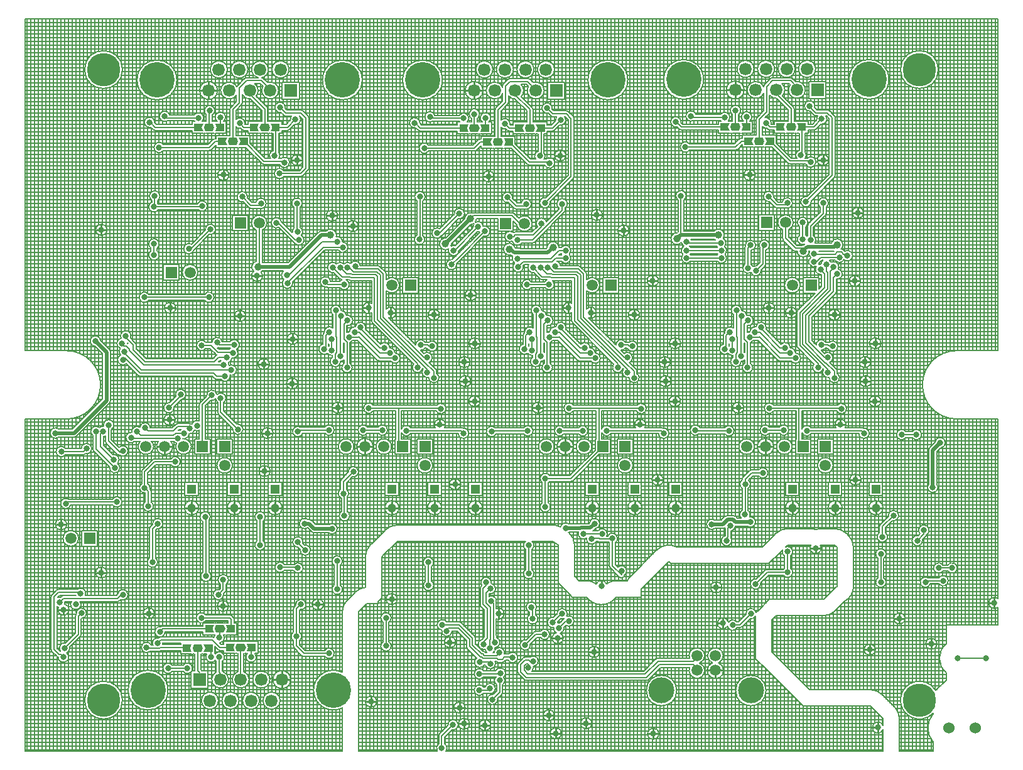
<source format=gbl>
%FSLAX44Y44*%
%MOMM*%
G71*
G01*
G75*
G04 Layer_Physical_Order=2*
G04 Layer_Color=16711680*
%ADD10R,3.2000X2.1000*%
%ADD11R,0.9000X2.1000*%
%ADD12R,0.9000X0.6000*%
%ADD13R,0.8000X0.8000*%
%ADD14R,2.0000X0.4000*%
%ADD15R,0.6000X0.9000*%
%ADD16O,0.6000X2.2000*%
%ADD17R,1.1000X2.3000*%
%ADD18R,0.8000X0.8000*%
%ADD19R,0.6000X1.1500*%
%ADD20R,1.3000X0.9000*%
%ADD21O,2.1000X0.3000*%
%ADD22O,0.3000X2.1000*%
%ADD23R,0.4000X2.1500*%
%ADD24R,0.4000X2.1500*%
%ADD25R,0.3500X1.7000*%
%ADD26O,2.5000X0.7000*%
%ADD27O,0.7000X2.5000*%
%ADD28R,2.1000X0.9000*%
%ADD29R,2.1000X3.2000*%
%ADD30O,2.2000X0.6000*%
%ADD31R,2.0000X0.8500*%
%ADD32R,1.1500X1.3000*%
%ADD33R,1.2000X1.3000*%
%ADD34R,0.6000X1.3000*%
%ADD35C,0.2000*%
%ADD36C,0.5000*%
%ADD37R,1.2000X1.2000*%
%ADD38C,1.2000*%
%ADD39C,3.5000*%
%ADD40C,1.5000*%
%ADD41R,1.5000X1.5000*%
%ADD42R,1.5000X1.5000*%
%ADD43C,1.5240*%
%ADD44C,4.5000*%
%ADD45C,4.7600*%
%ADD46R,1.6900X1.6900*%
%ADD47C,1.6900*%
%ADD48C,0.8000*%
%ADD49C,1.0000*%
%ADD50C,0.2032*%
%ADD51R,1.0000X1.0000*%
%ADD52C,0.2540*%
G36*
X-7999Y322251D02*
X-9999D01*
X-7999Y327250D01*
Y322251D01*
D02*
G37*
G36*
X-385501Y328000D02*
Y328000D01*
X-383501Y323000D01*
X-385501D01*
Y328000D01*
X-385501Y328000D01*
X-385501Y328000D01*
Y333000D01*
X-383501D01*
X-385501Y328000D01*
D02*
G37*
G36*
X-380501Y323000D02*
X-382501Y328000D01*
X-380501Y333000D01*
Y323000D01*
D02*
G37*
G36*
X-10999Y327251D02*
X-12999Y322251D01*
Y332251D01*
X-10999Y327251D01*
D02*
G37*
G36*
X-383000Y-329000D02*
X-385000Y-324000D01*
X-383000D01*
Y-329000D01*
D02*
G37*
G36*
X-27999Y327251D02*
Y327250D01*
X-25999Y322251D01*
X-27999D01*
Y327250D01*
X-27999Y327251D01*
X-27999Y327251D01*
Y332251D01*
X-25999D01*
X-27999Y327251D01*
D02*
G37*
G36*
X-22999Y322251D02*
X-24999Y327251D01*
X-22999Y332251D01*
Y322251D01*
D02*
G37*
G36*
X-368501Y328000D02*
X-370501Y323000D01*
Y333000D01*
X-368501Y328000D01*
D02*
G37*
G36*
X344040Y323501D02*
X342040D01*
X344040Y328500D01*
Y323501D01*
D02*
G37*
G36*
X-7999Y327251D02*
X-7999Y327251D01*
X-7999Y327250D01*
Y327251D01*
X-9999Y332251D01*
X-7999D01*
Y327251D01*
D02*
G37*
G36*
X-365501Y328000D02*
X-365501Y328000D01*
X-365501Y328000D01*
Y328000D01*
X-367501Y333000D01*
X-365501D01*
Y328000D01*
D02*
G37*
G36*
X341040Y328501D02*
X339040Y323501D01*
Y333501D01*
X341040Y328501D01*
D02*
G37*
G36*
X-365501Y323000D02*
X-367501D01*
X-365501Y328000D01*
Y323000D01*
D02*
G37*
G36*
X324040Y328501D02*
Y328500D01*
X326040Y323501D01*
X324040D01*
Y328500D01*
X324040Y328501D01*
X324040Y328501D01*
Y333501D01*
X326040D01*
X324040Y328501D01*
D02*
G37*
G36*
X329040Y323501D02*
X327040Y328501D01*
X329040Y333501D01*
Y323501D01*
D02*
G37*
G36*
X-403000Y-329000D02*
Y-324000D01*
X-401000D01*
X-403000Y-329000D01*
D02*
G37*
G36*
X-375000Y-354000D02*
X-373000Y-359000D01*
X-375000D01*
Y-354000D01*
X-375000Y-354000D01*
X-375000Y-354000D01*
Y-354000D01*
D02*
G37*
G36*
X-370000Y-359000D02*
X-372000Y-354000D01*
X-370000Y-349000D01*
Y-359000D01*
D02*
G37*
G36*
X-358000Y-354000D02*
X-360000Y-359000D01*
Y-349000D01*
X-358000Y-354000D01*
D02*
G37*
G36*
X-413000Y-355000D02*
X-413000Y-355000D01*
X-413000Y-355000D01*
Y-360000D01*
X-415000D01*
X-413000Y-355000D01*
Y-355000D01*
X-415000Y-350000D01*
X-413000D01*
Y-355000D01*
D02*
G37*
G36*
X-433000Y-355000D02*
X-431000Y-360000D01*
X-433000D01*
Y-355000D01*
X-433000Y-355000D01*
X-433000Y-355000D01*
Y-355000D01*
D02*
G37*
G36*
X-428000Y-360000D02*
X-430000Y-355000D01*
X-428000Y-350000D01*
Y-360000D01*
D02*
G37*
G36*
X-416000Y-355000D02*
X-418000Y-360000D01*
Y-350000D01*
X-416000Y-355000D01*
D02*
G37*
G36*
X-355000Y-354000D02*
X-355000Y-354000D01*
X-355000Y-354000D01*
Y-359000D01*
X-357000D01*
X-355000Y-354000D01*
Y-354000D01*
X-357000Y-349000D01*
X-355000D01*
Y-354000D01*
D02*
G37*
G36*
X-386000Y-329000D02*
X-388000Y-334000D01*
Y-324000D01*
X-386000Y-329000D01*
D02*
G37*
G36*
X-383000Y-334000D02*
X-385000D01*
X-383000Y-329000D01*
Y-334000D01*
D02*
G37*
G36*
X-383000Y-329000D02*
X-383000Y-329000D01*
Y-329000D01*
X-383000Y-329000D01*
D02*
G37*
G36*
X-398000Y-334000D02*
X-400000Y-329000D01*
X-398000Y-324000D01*
Y-334000D01*
D02*
G37*
G36*
X-433000Y-355000D02*
Y-350000D01*
X-431000D01*
X-433000Y-355000D01*
D02*
G37*
G36*
X-375000Y-354000D02*
Y-349000D01*
X-373000D01*
X-375000Y-354000D01*
D02*
G37*
G36*
X-403000Y-329000D02*
X-401000Y-334000D01*
X-403000D01*
Y-329000D01*
X-403000Y-329000D01*
X-403000Y-329000D01*
Y-329000D01*
D02*
G37*
G36*
X312041Y342500D02*
X310040D01*
X312041Y347500D01*
Y342500D01*
D02*
G37*
G36*
X367041Y347500D02*
Y347500D01*
X369041Y342500D01*
X367041D01*
Y347500D01*
X367041Y347500D01*
X367041Y347500D01*
Y352500D01*
X369041D01*
X367041Y347500D01*
D02*
G37*
G36*
X372041Y342500D02*
X370041Y347500D01*
X372041Y352500D01*
Y342500D01*
D02*
G37*
G36*
X309041Y347500D02*
X307041Y342500D01*
Y352500D01*
X309041Y347500D01*
D02*
G37*
G36*
X-322501Y342000D02*
X-324501D01*
X-322501Y347000D01*
Y342000D01*
D02*
G37*
G36*
X292041Y347500D02*
Y347500D01*
X294041Y342500D01*
X292041D01*
Y347500D01*
X292041Y347500D01*
X292041Y347500D01*
Y352500D01*
X294041D01*
X292041Y347500D01*
D02*
G37*
G36*
X297041Y342500D02*
X295040Y347500D01*
X297041Y352500D01*
Y342500D01*
D02*
G37*
G36*
X384041Y347500D02*
X382041Y342500D01*
Y352500D01*
X384041Y347500D01*
D02*
G37*
G36*
X-322501Y347000D02*
X-322501Y347000D01*
X-322501Y347000D01*
Y347000D01*
X-324501Y352000D01*
X-322501D01*
Y347000D01*
D02*
G37*
G36*
X312041Y347500D02*
X312041Y347500D01*
X312041Y347500D01*
Y347500D01*
X310040Y352500D01*
X312041D01*
Y347500D01*
D02*
G37*
G36*
X387041D02*
X387041Y347500D01*
X387041Y347500D01*
Y347500D01*
X385041Y352500D01*
X387041D01*
Y347500D01*
D02*
G37*
G36*
X-397501Y347000D02*
X-397501Y347000D01*
X-397501Y347000D01*
Y347000D01*
X-399501Y352000D01*
X-397501D01*
Y347000D01*
D02*
G37*
G36*
X387041Y342500D02*
X385041D01*
X387041Y347500D01*
Y342500D01*
D02*
G37*
G36*
X-39999Y346250D02*
X-39999Y346250D01*
X-39999Y346250D01*
Y346250D01*
X-41999Y351250D01*
X-39999D01*
Y346250D01*
D02*
G37*
G36*
X35001D02*
X35001Y346250D01*
X35001Y346250D01*
Y346250D01*
X33001Y351250D01*
X35001D01*
Y346250D01*
D02*
G37*
G36*
X-325501Y347000D02*
X-327501Y342000D01*
Y352000D01*
X-325501Y347000D01*
D02*
G37*
G36*
X-39999Y341250D02*
X-41999D01*
X-39999Y346250D01*
Y341250D01*
D02*
G37*
G36*
X15001Y346250D02*
Y346250D01*
X17001Y341250D01*
X15001D01*
Y346250D01*
X15001Y346250D01*
X15001Y346250D01*
Y351250D01*
X17001D01*
X15001Y346250D01*
D02*
G37*
G36*
X20001Y341250D02*
X18001Y346250D01*
X20001Y351250D01*
Y341250D01*
D02*
G37*
G36*
X-42999Y346250D02*
X-44999Y341250D01*
Y351250D01*
X-42999Y346250D01*
D02*
G37*
G36*
X344040Y328501D02*
X344040Y328501D01*
X344040Y328500D01*
Y328501D01*
X342040Y333501D01*
X344040D01*
Y328501D01*
D02*
G37*
G36*
X-59999Y346250D02*
Y346250D01*
X-57999Y341250D01*
X-59999D01*
Y346250D01*
X-59999Y346250D01*
X-59999Y346250D01*
Y351250D01*
X-57999D01*
X-59999Y346250D01*
D02*
G37*
G36*
X-54999Y341250D02*
X-56999Y346250D01*
X-54999Y351250D01*
Y341250D01*
D02*
G37*
G36*
X32001Y346250D02*
X30001Y341250D01*
Y351250D01*
X32001Y346250D01*
D02*
G37*
G36*
X-397501Y342000D02*
X-399501D01*
X-397501Y347000D01*
Y342000D01*
D02*
G37*
G36*
X-342501Y347000D02*
Y347000D01*
X-340501Y342000D01*
X-342501D01*
Y347000D01*
X-342501Y347000D01*
X-342501Y347000D01*
Y352000D01*
X-340501D01*
X-342501Y347000D01*
D02*
G37*
G36*
X-337501Y342000D02*
X-339501Y347000D01*
X-337501Y352000D01*
Y342000D01*
D02*
G37*
G36*
X-400501Y347000D02*
X-402501Y342000D01*
Y352000D01*
X-400501Y347000D01*
D02*
G37*
G36*
X35001Y341250D02*
X33001D01*
X35001Y346250D01*
Y341250D01*
D02*
G37*
G36*
X-417501Y347000D02*
Y347000D01*
X-415501Y342000D01*
X-417501D01*
Y347000D01*
X-417501Y347000D01*
X-417501Y347000D01*
Y352000D01*
X-415501D01*
X-417501Y347000D01*
D02*
G37*
G36*
X-412501Y342000D02*
X-414501Y347000D01*
X-412501Y352000D01*
Y342000D01*
D02*
G37*
D35*
X20080Y-394500D02*
X181921D01*
X23500Y-380270D02*
Y-377500D01*
X21750Y-375750D02*
X23500Y-377500D01*
X20000Y-375750D02*
X21750D01*
X22751Y-381019D02*
X23500Y-380270D01*
X17000Y-378750D02*
X20000Y-375750D01*
X17000Y-385000D02*
Y-378750D01*
Y-385000D02*
X21960Y-389960D01*
X27320Y-374290D02*
X29136Y-372473D01*
X26710Y-374290D02*
X27320D01*
X18119Y-371210D02*
X23630D01*
X26710Y-374290D01*
X12460Y-386880D02*
X20080Y-394500D01*
X12460Y-376870D02*
X18119Y-371210D01*
X12460Y-386880D02*
Y-376870D01*
X250000Y-367460D02*
Y-365000D01*
X245000Y-372460D02*
X250000Y-367460D01*
X245000Y-377000D02*
X250000Y-382000D01*
X197540Y-372460D02*
X245000D01*
X180040Y-389960D02*
X197540Y-372460D01*
X199421Y-377000D02*
X245000D01*
X181921Y-394500D02*
X199421Y-377000D01*
X21960Y-389960D02*
X180040D01*
X-142250Y-62250D02*
X-141750Y-61750D01*
X-360500Y328001D02*
X-333664Y301164D01*
X-283641Y366286D02*
X-277163Y359808D01*
X-363000Y253500D02*
X-351500Y242000D01*
X-332500Y347000D02*
Y371800D01*
X-352500Y391800D02*
X-332500Y371800D01*
X-407501Y347000D02*
Y369080D01*
X-306251Y299778D02*
Y300914D01*
X-306501Y301164D02*
X-306251Y300914D01*
X-303750Y302278D01*
X-392500Y347000D02*
Y360698D01*
X-302162Y347000D02*
X-291259Y357904D01*
X-317500Y347000D02*
X-302162D01*
X-317500Y310914D02*
Y347000D01*
X-304286Y366286D02*
X-283641D01*
X-319250Y309164D02*
X-317500Y310914D01*
X601950Y-368500D02*
X639950D01*
X498000Y-266000D02*
Y-228000D01*
X23249Y-254500D02*
Y-216500D01*
X-235000Y-275500D02*
Y-237500D01*
X-169250Y-352000D02*
Y-314000D01*
X-399499Y328001D02*
X-390500D01*
X-407500Y320000D02*
X-399499Y328001D01*
X-475000Y320000D02*
X-407500D01*
X-375752Y43248D02*
X-375752D01*
X-417750Y53250D02*
X-415750Y55250D01*
X-487625Y354375D02*
X-480250Y347000D01*
X-422500D01*
X-333664Y301164D02*
X-306501D01*
X-338517Y242016D02*
X-338501Y242000D01*
X-366500Y352750D02*
X-360750Y347000D01*
X-347500D01*
X-95999Y-31251D02*
X-95250Y-32000D01*
X-49505Y56000D02*
X-49502Y56003D01*
X-152250Y-77750D02*
Y-31251D01*
Y-77750D02*
X-146750Y-83249D01*
X-192250Y-31251D02*
X-152250D01*
X-95999D01*
X-230500Y38500D02*
Y92500D01*
X-237571Y31429D02*
Y41328D01*
X-235512Y43388D01*
Y49661D01*
X-235750Y49900D02*
X-235512Y49661D01*
X-230500Y92500D02*
X-229750Y93250D01*
X-235750Y49900D02*
Y64149D01*
X-236821Y65221D02*
X-235750Y64149D01*
X-141750Y-61750D02*
X-67750D01*
X-64750Y-64750D01*
Y-65250D02*
Y-64750D01*
X-236821Y65221D02*
Y100321D01*
X-317000Y218500D02*
X-315250Y216750D01*
X-237000Y100508D02*
Y103000D01*
Y100508D02*
X-236997Y100505D01*
X-236762D01*
X-172750Y91508D02*
X-117992Y36750D01*
X-176750Y89851D02*
X-116649Y29750D01*
X-180750Y88194D02*
X-113500Y20944D01*
X-176750Y89851D02*
Y147814D01*
X-181436Y152500D02*
X-176750Y147814D01*
X-213186Y152500D02*
X-181436D01*
X-211010Y158246D02*
Y159508D01*
X-221011Y158258D02*
X-218944D01*
X-213186Y152500D01*
X-117992Y36750D02*
X-113750D01*
X-104755Y9500D02*
Y18412D01*
X-116093Y29750D02*
X-104755Y18412D01*
X-116649Y29750D02*
X-116093D01*
X-113500Y17000D02*
Y20944D01*
X-126750Y23500D02*
Y28537D01*
X-184750Y86537D02*
X-126750Y28537D01*
X-351500Y242000D02*
X-338501D01*
X-338517Y243983D02*
X-337750Y244750D01*
X-338517Y242016D02*
Y243983D01*
X-247250Y135250D02*
X-225750D01*
X-251000Y139000D02*
X-247250Y135250D01*
X40000Y346250D02*
X55338D01*
X66242Y357154D01*
X-35000Y346250D02*
Y359948D01*
X51000Y300414D02*
X51250Y300164D01*
X23837Y300414D02*
X51000D01*
X-3000Y327251D02*
X23837Y300414D01*
X51250Y299028D02*
Y300164D01*
X53750Y301528D01*
X40500Y217750D02*
X42250Y216000D01*
X43250D01*
X45000Y245554D02*
X80338Y280892D01*
X55464Y365536D02*
X73860D01*
X80338Y280892D02*
Y359058D01*
X73860Y365536D02*
X80338Y359058D01*
X38250Y308414D02*
X40000Y310164D01*
Y346250D01*
X-5500Y252750D02*
X6000Y241250D01*
X19000D01*
X18984Y241266D02*
Y243234D01*
Y241266D02*
X19000Y241250D01*
X18984Y243234D02*
X19750Y244000D01*
X-110000Y359250D02*
X-64499D01*
X-9000Y352000D02*
X-3250Y346250D01*
X10000D01*
X-117500Y319250D02*
X-49999D01*
X-41999Y327251D01*
X-33000D01*
X-50400Y368730D02*
X-50000Y368330D01*
X-130125Y353625D02*
X-122750Y346250D01*
X-65000D01*
X117750Y-77750D02*
X123250Y-83249D01*
X117750Y-77750D02*
Y-31251D01*
X77750D02*
X117750D01*
X174001D01*
X174750Y-32000D01*
X220495Y56000D02*
X220498Y56003D01*
X41496Y145750D02*
X52250D01*
X48989Y158258D02*
X51056D01*
X58990Y158246D02*
X60735Y156500D01*
X58990Y158246D02*
Y159508D01*
X86907Y148500D02*
X89250Y146157D01*
X127750Y-62250D02*
X128250Y-61750D01*
X153351Y29750D02*
X153907D01*
X143250Y23500D02*
Y28537D01*
X202250Y-61750D02*
X205250Y-64750D01*
Y-65250D02*
Y-64750D01*
X32429Y31429D02*
Y41328D01*
X39500Y92500D02*
X40250Y93250D01*
X38989Y158258D02*
X47497Y149750D01*
X88564Y152500D02*
X93250Y147814D01*
X165245Y9500D02*
Y18412D01*
X39500Y38500D02*
Y92500D01*
X85250Y86537D02*
Y144500D01*
X93250Y89851D02*
Y147814D01*
X89250Y88194D02*
Y146157D01*
X97250Y91508D02*
Y149471D01*
X32429Y41328D02*
X34488Y43388D01*
Y49661D01*
X34250Y49900D02*
X34488Y49661D01*
X33179Y65221D02*
X34250Y64149D01*
X52250Y145750D02*
X53500Y144500D01*
X47497Y149750D02*
X53907D01*
X55157Y148500D01*
X153907Y29750D02*
X165245Y18412D01*
X156500Y17000D02*
Y20944D01*
X152008Y36750D02*
X156250D01*
X33179Y65221D02*
Y100321D01*
X51056Y158258D02*
X56814Y152500D01*
X28988Y158258D02*
X41496Y145750D01*
X90221Y156500D02*
X97250Y149471D01*
X34250Y49900D02*
Y64149D01*
X85250Y86537D02*
X143250Y28537D01*
X53500Y144500D02*
X85250D01*
X55157Y148500D02*
X86907D01*
X60735Y156500D02*
X90221D01*
X56814Y152500D02*
X88564D01*
X97250Y91508D02*
X152008Y36750D01*
X93250Y89851D02*
X153351Y29750D01*
X89250Y88194D02*
X156500Y20944D01*
X128250Y-61750D02*
X202250D01*
X387750Y-77750D02*
X393250Y-83249D01*
X387750Y-77750D02*
Y-31251D01*
X347750D02*
X387750D01*
X444001D01*
X444750Y-32000D01*
X490495Y56000D02*
X490498Y56003D01*
X397750Y-62250D02*
X398250Y-61750D01*
X423351Y29750D02*
X423907D01*
X413250Y23500D02*
Y28537D01*
X472250Y-61750D02*
X475250Y-64750D01*
Y-65250D02*
Y-64750D01*
X302429Y31429D02*
Y41328D01*
X309500Y92500D02*
X310250Y93250D01*
X435245Y9500D02*
Y18412D01*
X309500Y38500D02*
Y92500D01*
X302429Y41328D02*
X304488Y43388D01*
Y49661D01*
X304250Y49900D02*
X304488Y49661D01*
X303179Y65221D02*
X304250Y64149D01*
X303000Y100508D02*
Y103000D01*
Y100508D02*
X303003Y100505D01*
X303239D01*
X423907Y29750D02*
X435245Y18412D01*
X426500Y17000D02*
Y20944D01*
X422008Y36750D02*
X426250D01*
X303179Y65221D02*
Y100321D01*
X304250Y49900D02*
Y64149D01*
X388750Y53037D02*
X413250Y28537D01*
X400750Y58008D02*
X422008Y36750D01*
X396750Y56351D02*
X423351Y29750D01*
X392750Y54694D02*
X426500Y20944D01*
X398250Y-61750D02*
X472250D01*
X242040Y360500D02*
X287541D01*
X343041Y353250D02*
X348790Y347500D01*
X362040D01*
X234541Y320500D02*
X302041D01*
X310041Y328501D01*
X319040D01*
X221916Y354875D02*
X229290Y347500D01*
X287040D01*
X392040D02*
X407379D01*
X418282Y358404D01*
X317040Y347500D02*
Y361198D01*
X403040Y301664D02*
X403290Y301414D01*
X375877Y301664D02*
X403040D01*
X349040Y328501D02*
X375877Y301664D01*
X403290Y300278D02*
Y301414D01*
X405790Y302778D01*
X397040Y246804D02*
X432378Y282142D01*
X410254Y366786D02*
X425900D01*
X432378Y282142D02*
Y360308D01*
X425900Y366786D02*
X432378Y360308D01*
X390290Y309664D02*
X392040Y311414D01*
Y347500D01*
X358041Y242500D02*
X371040D01*
X346540Y254000D02*
X358041Y242500D01*
X371024Y242516D02*
X371040Y242500D01*
X371024Y244484D02*
X371791Y245250D01*
X371024Y242516D02*
Y244484D01*
X357040Y392300D02*
X377040Y372300D01*
Y347500D02*
Y372300D01*
X334040Y328501D02*
Y357896D01*
X302040Y347500D02*
Y369960D01*
X394291Y217250D02*
X395291D01*
X392541Y219000D02*
X394291Y217250D01*
X313989Y61354D02*
X318250Y57093D01*
X313989Y61354D02*
Y67153D01*
X318250Y23250D02*
Y57093D01*
X313989Y67153D02*
X314000Y67163D01*
Y81750D01*
X319000Y86750D01*
X362358Y50142D02*
X368858D01*
X336490Y76010D02*
X362358Y50142D01*
X336490Y76010D02*
Y77504D01*
X92358Y50142D02*
X98858D01*
X66490Y76010D02*
X92358Y50142D01*
X66490Y76010D02*
Y77504D01*
X362357Y43071D02*
X375929D01*
X334929Y70500D02*
X362357Y43071D01*
X329243Y70500D02*
X334929D01*
X362358Y36000D02*
X383000D01*
X333804Y64554D02*
X362358Y36000D01*
X320989Y64253D02*
X320990Y64254D01*
X297488Y46752D02*
X297736Y47000D01*
Y60764D01*
X297250Y61250D02*
X297736Y60764D01*
X287488Y48252D02*
X289500Y50265D01*
Y66266D01*
X294488Y71253D01*
X17488Y48252D02*
X19500Y50265D01*
Y66266D01*
X24488Y71253D01*
X-252512Y48252D02*
X-250500Y50265D01*
Y66266D01*
X-245512Y71253D01*
X-242512Y46752D02*
X-242264Y47000D01*
X-242750Y61250D02*
X-242264Y60764D01*
Y47000D02*
Y60764D01*
X-219011Y64253D02*
X-219010Y64254D01*
X-206497D02*
X-206196Y64554D01*
X-219010Y64254D02*
X-206497D01*
X-177642Y36000D02*
X-157000D01*
X-206196Y64554D02*
X-177642Y36000D01*
X-211510Y71253D02*
X-210757Y70500D01*
X-205071D02*
X-177642Y43071D01*
X-210757Y70500D02*
X-205071D01*
X-177642Y43071D02*
X-164071D01*
X-177642Y50142D02*
X-171142D01*
X-203510Y76010D02*
X-177642Y50142D01*
X-203510Y76010D02*
Y77504D01*
X-226011Y61354D02*
X-221750Y57093D01*
Y23250D02*
Y57093D01*
X-226011Y61354D02*
Y67153D01*
X-226000Y67163D01*
Y81750D01*
X-221000Y86750D01*
X-315250Y216750D02*
X-312750D01*
X-291250Y195250D01*
X-286750D01*
X-432250Y183500D02*
X-406000Y209750D01*
X-435000Y183500D02*
X-432250D01*
X-236821Y100321D02*
X-235000Y102142D01*
X-289250Y205250D02*
X-288500Y206000D01*
X-289250Y204500D02*
Y205250D01*
Y244750D01*
X33363Y100505D02*
X33533Y100675D01*
X27488Y46752D02*
X27736Y47000D01*
Y60764D01*
X27250Y61250D02*
X27736Y60764D01*
X63804Y64554D02*
X92358Y36000D01*
X113000D01*
X50989Y64253D02*
X50990Y64254D01*
X63503D02*
X63804Y64554D01*
X50990Y64254D02*
X63503D01*
X64929Y70500D02*
X92358Y43071D01*
X105929D01*
X58490Y71253D02*
X59243Y70500D01*
X64929D01*
X43989Y61354D02*
Y67153D01*
X44000Y67163D01*
Y81750D01*
X43989Y61354D02*
X48250Y57093D01*
Y23250D02*
Y57093D01*
X44000Y81750D02*
X49000Y86750D01*
X-96750Y204500D02*
X-70250Y231000D01*
X-100500Y204500D02*
X-96750D01*
X21000Y135000D02*
X50500D01*
X50750Y135250D01*
X33000Y100508D02*
X33003Y100505D01*
X33179Y100321D02*
X33363Y100505D01*
X35000Y102142D01*
X33000Y100508D02*
Y103000D01*
X33003Y100505D02*
X33363D01*
X33363D01*
X400750Y58008D02*
Y92500D01*
X396750Y56351D02*
Y94157D01*
X392750Y54694D02*
Y95814D01*
X388750Y53037D02*
Y97471D01*
X400750Y92500D02*
X434000Y125750D01*
X396750Y94157D02*
X430000Y127407D01*
X392750Y95814D02*
X426000Y129064D01*
X388750Y97471D02*
X422000Y130721D01*
X430000Y127407D02*
Y153157D01*
X426000Y129064D02*
Y151500D01*
X392541Y196291D02*
Y219000D01*
X403250Y214153D02*
X420291Y231194D01*
Y245250D01*
X424271Y153229D02*
Y162508D01*
X422000Y130721D02*
Y149843D01*
X416750Y155093D02*
Y155750D01*
Y155093D02*
X422000Y149843D01*
X424271Y153229D02*
X426000Y151500D01*
X430000Y153157D02*
X434271Y157428D01*
Y159258D01*
X434000Y144486D02*
X439021Y149507D01*
X434000Y125750D02*
Y144486D01*
X-17500Y-308500D02*
X-16750D01*
X-94000Y-489750D02*
Y-473250D01*
X-78750Y-458000D01*
X-112000Y-270000D02*
Y-239250D01*
Y-270000D02*
X-111750Y-270250D01*
X28235Y-315515D02*
X28501D01*
X26750Y-299750D02*
X28235Y-301235D01*
X-27250Y-291500D02*
X-24500Y-294250D01*
X28235Y-315515D02*
Y-301235D01*
X-87254Y-330504D02*
X-85000Y-328250D01*
X-87254Y-332016D02*
Y-330504D01*
X-43250Y-411500D02*
X-31000D01*
X-28750Y-409250D01*
X-22517Y-347267D02*
X-22501D01*
X-85000Y-328250D02*
X-71556D01*
X-93250Y-323500D02*
X-70649D01*
X-29501Y-354749D02*
X-29000Y-355250D01*
X-42750Y-374000D02*
X-30269D01*
X-28501Y-375768D01*
X-38002Y-349767D02*
X-35483D01*
X-24500Y-337686D02*
X-24250Y-337936D01*
X-24500Y-337686D02*
Y-294250D01*
X-24250Y-345534D02*
X-22517Y-347267D01*
X-24250Y-345534D02*
Y-337936D01*
X-34250Y-294400D02*
X-28500Y-300149D01*
X-34250Y-294400D02*
Y-280500D01*
X-28500Y-274750D01*
X-38250Y-296056D02*
X-32500Y-301806D01*
X-34252Y-270602D02*
Y-266263D01*
X-38250Y-296056D02*
Y-274601D01*
X-34252Y-270602D01*
X-29501Y-354749D02*
Y-344367D01*
X-28500Y-343366D01*
Y-300149D01*
X-32500Y-341710D02*
Y-301806D01*
X-37250Y-348000D02*
X-35483Y-349767D01*
X-37250Y-348000D02*
Y-346460D01*
X-32500Y-341710D01*
X-15251Y-362268D02*
X-13500Y-360517D01*
X-19784Y-364750D02*
X-17284Y-362250D01*
X-70649Y-323500D02*
X-52500Y-341650D01*
X-71556Y-328250D02*
X-56500Y-343306D01*
X-52500Y-351000D02*
Y-341650D01*
X-56500Y-352657D02*
X-42156Y-367000D01*
X-39850D01*
X-38101Y-368750D01*
X-52500Y-351000D02*
X-40500Y-363000D01*
X-38193D01*
X-36444Y-364750D01*
X-56500Y-352657D02*
Y-343306D01*
X-36444Y-364750D02*
X-19784D01*
X-38101Y-368750D02*
X-19483D01*
X-18214Y-370019D01*
X-16000Y-389500D02*
X-15000Y-388500D01*
X-43250Y-389500D02*
X-16000D01*
X-25500Y-424000D02*
X-16000Y-414500D01*
X-16001Y-398519D02*
X-16000Y-398520D01*
Y-414500D02*
Y-398520D01*
X-18214Y-370019D02*
X-12519D01*
X-9375Y-366875D01*
X-9500Y-366750D02*
X-9375Y-366875D01*
X-9500Y-366750D02*
X750D01*
X1500Y-367500D01*
X-16251Y-361268D02*
X-15251Y-362268D01*
X-16501Y-361268D02*
X-16251D01*
X18500Y-350750D02*
X33000Y-336250D01*
X44500D01*
X63750Y-328000D02*
X73500Y-318250D01*
X77250D01*
X55500Y-320250D02*
X67250Y-308500D01*
X68250D01*
X298250Y-324000D02*
X299000Y-323250D01*
X308000D01*
X323000Y-308250D01*
X372250Y-252750D02*
Y-225250D01*
X372000Y-225000D02*
X372250Y-225250D01*
X-467500Y360000D02*
X-422000D01*
X-407501Y369080D02*
X-407000Y369581D01*
X-312000Y374000D02*
X-304286Y366286D01*
X-375501Y328001D02*
Y371499D01*
X-324801Y391800D02*
Y397801D01*
X25000Y346250D02*
Y371050D01*
X-50000Y365000D02*
Y368330D01*
Y346250D02*
Y365000D01*
X48000Y373000D02*
X55464Y365536D01*
X-18000Y327251D02*
Y371000D01*
X5000Y391050D02*
X25000Y371050D01*
X-18000Y371000D02*
X-8000Y381000D01*
X32701Y391800D02*
Y398299D01*
X-312751Y284751D02*
X-284412D01*
X-277163Y292000D01*
Y359808D01*
X402000Y375040D02*
X410254Y366786D01*
X402000Y375040D02*
Y376000D01*
X334040Y357896D02*
X344000Y367856D01*
X384740Y393050D02*
Y401260D01*
X-241012Y158258D02*
X-228504Y145750D01*
X-217750D01*
X-216500Y144500D01*
X-184750D01*
Y86537D02*
Y144500D01*
X-180750Y88194D02*
Y146157D01*
X-183093Y148500D02*
X-180750Y146157D01*
X-214843Y148500D02*
X-183093D01*
X-216093Y149750D02*
X-214843Y148500D01*
X-222504Y149750D02*
X-216093D01*
X-231011Y158258D02*
X-222504Y149750D01*
X-172750Y91508D02*
Y149471D01*
X-179779Y156500D02*
X-172750Y149471D01*
X-209265Y156500D02*
X-179779D01*
X-211010Y158246D02*
X-209265Y156500D01*
X156750Y53750D02*
X158500Y52000D01*
X163000D01*
X147750Y53750D02*
X156750D01*
X-302999Y148000D02*
X-302000Y147000D01*
X-302000Y137000D02*
Y137515D01*
X-78000Y181000D02*
X-77000D01*
X-45000Y213000D01*
X64343Y181000D02*
X73000D01*
X236000D02*
X283000D01*
X-71000Y172000D02*
X-71000D01*
X-36000Y207000D01*
X417750Y53750D02*
X426750D01*
X428500Y52000D01*
X433000D01*
X60000Y171000D02*
X73000D01*
X236000D02*
X283000D01*
X-122250Y53750D02*
X-113250D01*
X-111500Y52000D01*
X-107000D01*
X-394000Y54000D02*
X-373999D01*
X-397000Y57000D02*
X-394000Y54000D01*
X-417750Y53250D02*
X-405250D01*
X-395750Y43750D01*
X-376254D01*
X-375752Y43248D01*
X-81000Y162000D02*
X-71000Y172000D01*
X238000Y191000D02*
X282000D01*
X236000Y193000D02*
X238000Y191000D01*
X-365000Y-388300D02*
Y-354000D01*
Y-388300D02*
X-365000Y-388300D01*
X-423000Y-385700D02*
Y-355000D01*
Y-385700D02*
X-420400Y-388300D01*
X-405000Y-367000D02*
Y-358000D01*
X-408000Y-355000D02*
X-405000Y-358000D01*
X-418000Y-314000D02*
X-380000D01*
X-378000Y-316000D01*
Y-329000D02*
Y-316000D01*
X-351000Y-367000D02*
Y-355000D01*
X-350000Y-354000D01*
X-607714Y-363286D02*
X-604000Y-367000D01*
X-616588Y-356808D02*
X-610110Y-363286D01*
X-607714D01*
X-602492Y-354904D02*
X-583950Y-336362D01*
Y-311978D01*
X-579886Y-307914D01*
X-587500Y-299278D02*
X-584222Y-296000D01*
X-437000Y-382000D02*
X-436999Y-381999D01*
X-463000Y-382000D02*
X-437000D01*
X-393000Y-340000D02*
Y-329000D01*
X-394000Y-341000D02*
X-393000Y-340000D01*
X-394000Y-387000D02*
Y-367000D01*
Y-387000D02*
X-393000Y-388000D01*
X-439000Y-354000D02*
X-438000Y-355000D01*
X-474100D02*
X-473101Y-354000D01*
X-439000D01*
X-492000D02*
X-491000Y-355000D01*
X-474100D01*
X-477000Y-348000D02*
X-473000Y-344000D01*
X-403000D01*
X-393000Y-354000D01*
X-380000D01*
X-474000Y-333000D02*
X-470000Y-329000D01*
X-408000D01*
X-442142Y-65000D02*
X-441393Y-65749D01*
X-437000Y-56000D02*
X-434000Y-59000D01*
X-449556Y-56000D02*
X-437000D01*
X-455556Y-62000D02*
X-449556Y-56000D01*
X-452899Y-65000D02*
X-442142D01*
X-554071Y-66314D02*
X-550379Y-62621D01*
X-449999Y-72000D02*
X-449999Y-72000D01*
X-455899Y-68000D02*
X-452899Y-65000D01*
X-490000Y-62000D02*
X-455556D01*
X-526000Y-91000D02*
X-524000Y-89000D01*
X-523999D01*
X-543379Y-75722D02*
X-528100Y-91000D01*
X-526000D01*
X-560379Y-86519D02*
Y-62621D01*
X-491000Y-61000D02*
X-490000Y-62000D01*
X-491100Y-61000D02*
X-491000D01*
X-493999Y-58101D02*
Y-58000D01*
Y-58101D02*
X-491100Y-61000D01*
X-512000Y-72000D02*
X-449999D01*
X-500000Y-68000D02*
X-455899D01*
X-512999Y-71001D02*
X-512000Y-72000D01*
X-512999Y-71001D02*
Y-71000D01*
X-504999Y-63001D02*
Y-63000D01*
Y-63001D02*
X-500000Y-68000D01*
X-554071Y-82785D02*
Y-66314D01*
Y-82785D02*
X-535999Y-100857D01*
Y-101000D02*
Y-100857D01*
X-534999Y-112000D02*
Y-110000D01*
X-560379Y-86519D02*
X-534898Y-112000D01*
X-533099D01*
X-543379Y-75722D02*
Y-57051D01*
X-523999Y34000D02*
X-521959Y36040D01*
X-401500Y15500D02*
X-397750Y11750D01*
X-386250D01*
X-500420Y15500D02*
X-401500D01*
X-521959Y36040D02*
X-520960D01*
X-500420Y15500D01*
X-521999Y43090D02*
X-498660Y19750D01*
X-377607D01*
X-521999Y43090D02*
Y45000D01*
X-387892Y25893D02*
Y26750D01*
Y25893D02*
X-386750Y24750D01*
X-524999Y53999D02*
Y56000D01*
Y53999D02*
X-523000Y52000D01*
X-514999Y46342D02*
X-495657Y27000D01*
X-392000D01*
X-523000Y52000D02*
X-519100D01*
X-514999Y46342D02*
Y47899D01*
X-519100Y52000D02*
X-514999Y47899D01*
X-519999Y63999D02*
Y66000D01*
Y63999D02*
X-510000Y54000D01*
X-494000Y31000D02*
X-401000D01*
X-510000Y47000D02*
X-494000Y31000D01*
X-401000D02*
X-395250Y36750D01*
X-383750D01*
X-510000Y47000D02*
Y54000D01*
X-392000Y27000D02*
X-389750Y24750D01*
X-386750D01*
X-582249Y-279751D02*
X-581000Y-281000D01*
X-610751Y-279751D02*
X-582249D01*
X-616588Y-285588D02*
X-610751Y-279751D01*
X-616588Y-356808D02*
Y-285588D01*
X-607000Y-90000D02*
X-577000D01*
X-573000Y-86000D01*
X-553999Y-252999D02*
X-552999D01*
X-462000Y-31000D02*
X-446000Y-15000D01*
Y-13000D01*
X403250Y195250D02*
Y214153D01*
X450999Y176000D02*
X452999Y174000D01*
X444899Y179000D02*
X447900Y176000D01*
X450999D01*
X406343Y178000D02*
X408343Y176000D01*
X436101D01*
X439100Y179000D01*
X444899D01*
X404000Y166000D02*
X410900D01*
X416899Y172000D01*
X438000D01*
X7000Y170040D02*
X7040Y170000D01*
X8000D01*
X55000Y166000D02*
X60000Y171000D01*
X53343Y170000D02*
X64343Y181000D01*
X9000Y159000D02*
X16000Y166000D01*
X55000D01*
X8000Y170000D02*
X53343D01*
X-302000Y137515D02*
X-253929Y185586D01*
X-227586D01*
X-302000Y147000D02*
X-301000D01*
X-255343Y192657D01*
X-234657D01*
X-2000Y200000D02*
Y200000D01*
Y200000D02*
X3101D01*
X5100Y202000D01*
X8000Y194999D02*
X8000Y195000D01*
X8000Y193000D02*
Y194999D01*
X8000Y193000D02*
Y195000D01*
X8000Y193000D02*
X8000D01*
X68250Y235250D02*
Y244000D01*
X8000Y195000D02*
X28000D01*
X68250Y235250D01*
X5100Y202000D02*
X29000D01*
X40500Y213500D01*
Y217750D01*
X-312000Y-246000D02*
X-289000D01*
X-288000Y-247000D01*
X-288000Y-213000D02*
Y-211750D01*
Y-213000D02*
X-278000Y-223000D01*
X97000Y-201000D02*
X122000D01*
X292000Y-205000D02*
Y-193000D01*
X290000Y-207000D02*
X292000Y-205000D01*
X290000Y-210000D02*
Y-207000D01*
X292000Y-193000D02*
X295000Y-190000D01*
X556000Y-201000D02*
Y-196000D01*
X547000Y-210000D02*
X556000Y-201000D01*
X118101Y-207000D02*
X119101Y-208000D01*
X109000Y-207000D02*
X118101D01*
X135000Y-208000D02*
X136000Y-207000D01*
X108000Y-208000D02*
X109000Y-207000D01*
X119101Y-208000D02*
X135000D01*
X228540Y202540D02*
Y255026D01*
X228000Y202000D02*
X228540Y202540D01*
X-123501Y196499D02*
Y253776D01*
X-124000Y196000D02*
X-123501Y196499D01*
X-481001Y240999D02*
Y254526D01*
X-482000Y240000D02*
X-481001Y240999D01*
X-482000Y175000D02*
Y190000D01*
Y240000D02*
X-418000D01*
X-417000Y241000D01*
X11243Y217500D02*
X17400D01*
X743Y228000D02*
X11243Y217500D01*
X-51000Y228000D02*
X743D01*
X-55000Y224000D02*
X-51000Y228000D01*
X-340100Y160900D02*
Y218250D01*
X-342000Y159000D02*
X-340100Y160900D01*
X-416750Y-26750D02*
X-404000Y-14000D01*
X-416750Y-83249D02*
Y-26750D01*
X500000Y-205000D02*
Y-191000D01*
X515000Y-176000D01*
X576000Y-247000D02*
X594000D01*
X475250Y-65250D02*
X477000Y-67000D01*
X526000D02*
X546000D01*
X342000Y-61000D02*
X367000D01*
X248000Y-62000D02*
Y-61000D01*
Y-62000D02*
X293000D01*
X65000D02*
X96000D01*
X-26000D02*
X22000D01*
X-27000Y-63000D02*
X-26000Y-62000D01*
X-200000Y-61000D02*
X-174000D01*
X-286000D02*
X-246000D01*
X-288000Y-63000D02*
X-286000Y-61000D01*
X-392000Y-37000D02*
X-369000Y-60000D01*
X-392000Y-37000D02*
Y-18000D01*
X-609000Y-293000D02*
X-604000Y-288000D01*
X-531000D01*
X-526000Y-283000D01*
X-524000D01*
X-412000Y-258000D02*
Y-179000D01*
X-413000Y-178000D02*
X-412000Y-179000D01*
X-339000Y-216000D02*
Y-178000D01*
X-290000Y-339000D02*
Y-302000D01*
X-284000Y-296000D01*
X-280000Y-362000D02*
X-246000D01*
X-290000Y-352000D02*
X-280000Y-362000D01*
X-290000Y-352000D02*
Y-339000D01*
X-494980Y117980D02*
X-408020D01*
X-495000Y118000D02*
X-494980Y117980D01*
X-601000Y-160000D02*
X-599000Y-158000D01*
X-532000D01*
X-484000Y-194000D02*
X-477000Y-187000D01*
X-484000Y-239000D02*
Y-194000D01*
X-375501Y371499D02*
X-367000Y380000D01*
Y400000D01*
X-357000Y410000D01*
X-337000D01*
X-324801Y397801D01*
X376000Y410000D02*
X384740Y401260D01*
X344000Y367856D02*
Y402000D01*
X352000Y410000D01*
X376000D01*
X22000Y409000D02*
X32701Y398299D01*
X-8000Y381000D02*
Y403000D01*
X-2000Y409000D01*
X22000D01*
X-393000Y-392000D02*
Y-388000D01*
X-404000Y-14000D02*
X-402000D01*
X558000Y-266000D02*
X560000Y-264000D01*
X582000D01*
X-604001Y-302999D02*
X-603999D01*
X329000Y-268500D02*
X344750Y-252750D01*
X372250D01*
X-395250Y-282750D02*
X-388640Y-276140D01*
Y-262750D01*
X136000Y-244000D02*
Y-207000D01*
X148250Y-256250D02*
Y-250750D01*
X136000Y-244000D02*
X148250Y-256250D01*
X383000Y184000D02*
X396999D01*
X369440Y197560D02*
Y218750D01*
Y197560D02*
X383000Y184000D01*
X338750Y186000D02*
X341000Y188250D01*
X338750Y163000D02*
Y186000D01*
X329500Y153750D02*
X338750Y163000D01*
X333503Y64254D02*
X333804Y64554D01*
X328490Y71253D02*
X329243Y70500D01*
X320990Y64254D02*
X333503D01*
X318750Y157250D02*
Y184750D01*
X322250Y188250D01*
X303179Y100321D02*
X305000Y102142D01*
X45500Y-164500D02*
Y-126500D01*
X45750Y-126250D01*
X80249D01*
X123250Y-83249D01*
X-489750Y-163500D02*
Y-143500D01*
X-494500Y-138750D02*
X-489750Y-143500D01*
X-494500Y-138750D02*
Y-117000D01*
X-481250Y-103750D01*
X-453500D01*
X-225250Y-176500D02*
Y-147750D01*
X-226500Y-146500D02*
X-225250Y-147750D01*
X-226500Y-146500D02*
Y-130250D01*
X-213250Y-117000D01*
X315000Y-174500D02*
Y-133750D01*
X314750Y-174750D02*
X315000Y-174500D01*
Y-133750D02*
Y-127250D01*
X323500Y-118750D01*
X338750D01*
D36*
X436000Y186000D02*
X439000Y189000D01*
X399000Y186000D02*
X436000D01*
X397000Y184000D02*
X399000Y186000D01*
X396999Y184000D02*
X397000D01*
X228000Y202000D02*
X279000D01*
X223000Y197000D02*
X228000Y202000D01*
X49000Y178000D02*
X56000Y185000D01*
X12020Y178000D02*
X49000D01*
X11521Y178500D02*
X12020Y178000D01*
X3500Y178500D02*
X11521D01*
X-1000Y183000D02*
X3500Y178500D01*
X-3000Y183000D02*
X-1000D01*
X-89000Y190000D02*
X-55000Y224000D01*
X-256000Y202000D02*
X-244000D01*
X-299000Y159000D02*
X-256000Y202000D01*
X-342000Y159000D02*
X-299000D01*
X291479Y-181500D02*
X298521D01*
X302021Y-185000D02*
X322000D01*
X298521Y-181500D02*
X302021Y-185000D01*
X284979Y-188000D02*
X291479Y-181500D01*
X270000Y-188000D02*
X284979D01*
X92979Y-193000D02*
X93479Y-192500D01*
X106500D02*
X112000Y-187000D01*
X93479Y-192500D02*
X106500D01*
X73000Y-193000D02*
X92979D01*
X-266000Y-194000D02*
X-242000D01*
X-273000Y-187000D02*
X-266000Y-194000D01*
X-279000Y-187000D02*
X-273000D01*
X568000Y-138000D02*
Y-88000D01*
X578000Y-78000D01*
X-561000Y59000D02*
X-546000Y44000D01*
Y-21000D02*
Y44000D01*
X-590000Y-65000D02*
X-546000Y-21000D01*
X-615000Y-65000D02*
X-590000D01*
D37*
X-318750Y-140349D02*
D03*
X-48750D02*
D03*
X221249Y-140350D02*
D03*
X491250D02*
D03*
X-373750Y-140349D02*
D03*
X-103750D02*
D03*
X166250D02*
D03*
X436250Y-140350D02*
D03*
X-431250Y-140349D02*
D03*
X-161250Y-140350D02*
D03*
X108750D02*
D03*
X378750Y-140350D02*
D03*
D38*
X-318750Y-165749D02*
D03*
X-48750D02*
D03*
X221249Y-165750D02*
D03*
X491250D02*
D03*
X-373750Y-165749D02*
D03*
X-103750D02*
D03*
X166250D02*
D03*
X436250Y-165750D02*
D03*
X-431250Y-165749D02*
D03*
X-161250Y-165750D02*
D03*
X108750D02*
D03*
X378750Y-165750D02*
D03*
D39*
X202300Y-412100D02*
D03*
X322700D02*
D03*
D40*
X275000Y-365000D02*
D03*
Y-385000D02*
D03*
X-433350Y151750D02*
D03*
X-161400Y134250D02*
D03*
X108600D02*
D03*
X378600D02*
D03*
X-442150Y-83249D02*
D03*
X-467550D02*
D03*
X-492950D02*
D03*
X-172150D02*
D03*
X-197550D02*
D03*
X-222950D02*
D03*
X97850D02*
D03*
X72450D02*
D03*
X47050D02*
D03*
X367850D02*
D03*
X342450D02*
D03*
X317050D02*
D03*
X-386750Y-108650D02*
D03*
X-116750D02*
D03*
X153250D02*
D03*
X423250D02*
D03*
X-594150Y-207000D02*
D03*
X-340100Y218250D02*
D03*
X17400Y217500D02*
D03*
X369440Y218750D02*
D03*
X250000Y-365000D02*
D03*
Y-385000D02*
D03*
D41*
X-458750Y151750D02*
D03*
X-136000Y134250D02*
D03*
X134000D02*
D03*
X404000D02*
D03*
X-416750Y-83249D02*
D03*
X-146750D02*
D03*
X123250D02*
D03*
X393250D02*
D03*
X-568750Y-207000D02*
D03*
X-365500Y218250D02*
D03*
X-8000Y217500D02*
D03*
X344040Y218750D02*
D03*
D42*
X-386750Y-83250D02*
D03*
X-116750D02*
D03*
X153250D02*
D03*
X423250D02*
D03*
D43*
X625000Y-462500D02*
D03*
X590000D02*
D03*
D44*
X-550000Y-425000D02*
D03*
Y425000D02*
D03*
X550000D02*
D03*
Y-425000D02*
D03*
D45*
X-489950Y-411500D02*
D03*
X-240050D02*
D03*
X-228050Y411000D02*
D03*
X-477950D02*
D03*
X129951D02*
D03*
X-119949D02*
D03*
X481990Y411750D02*
D03*
X232090D02*
D03*
D46*
X-420400Y-397300D02*
D03*
X-297600Y396800D02*
D03*
X60401D02*
D03*
X412440Y397550D02*
D03*
D47*
X-406550Y-425700D02*
D03*
X-392700Y-397300D02*
D03*
X-378850Y-425700D02*
D03*
X-365000Y-397300D02*
D03*
X-351150Y-425700D02*
D03*
X-337300Y-397300D02*
D03*
X-323450Y-425700D02*
D03*
X-309600Y-397300D02*
D03*
X-311450Y425200D02*
D03*
X-325300Y396800D02*
D03*
X-339150Y425200D02*
D03*
X-353000Y396800D02*
D03*
X-366850Y425200D02*
D03*
X-380700Y396800D02*
D03*
X-394550Y425200D02*
D03*
X-408400Y396800D02*
D03*
X46550Y425200D02*
D03*
X32701Y396800D02*
D03*
X18851Y425200D02*
D03*
X5001Y396800D02*
D03*
X-8849Y425200D02*
D03*
X-22699Y396800D02*
D03*
X-36549Y425200D02*
D03*
X-50399Y396800D02*
D03*
X398590Y425950D02*
D03*
X384740Y397550D02*
D03*
X370890Y425950D02*
D03*
X357040Y397550D02*
D03*
X343190Y425950D02*
D03*
X329340Y397550D02*
D03*
X315490Y425950D02*
D03*
X301640Y397550D02*
D03*
D48*
X22751Y-381019D02*
D03*
X29136Y-372473D02*
D03*
X-141750Y-61750D02*
D03*
X-306251Y299778D02*
D03*
X-392500Y360698D02*
D03*
X-291259Y357904D02*
D03*
X-363000Y253500D02*
D03*
X639950Y-368500D02*
D03*
X601950D02*
D03*
X498000Y-266000D02*
D03*
Y-228000D02*
D03*
X-235000Y-237500D02*
D03*
Y-275500D02*
D03*
X-169250Y-352000D02*
D03*
Y-314000D02*
D03*
X-467500Y362000D02*
D03*
X-475000Y320000D02*
D03*
X-375752Y43248D02*
D03*
X-417750Y53250D02*
D03*
X-408020Y117980D02*
D03*
X-481001Y254526D02*
D03*
X-488000Y354000D02*
D03*
X-319250Y309164D02*
D03*
X-366500Y352750D02*
D03*
X-95250Y-32000D02*
D03*
X-104750Y94500D02*
D03*
X-193000Y103500D02*
D03*
X-162971Y97279D02*
D03*
X-234250Y-30750D02*
D03*
X-96500Y-53750D02*
D03*
X-49750Y-22000D02*
D03*
X-62500Y5000D02*
D03*
X-63500Y30750D02*
D03*
X-49502Y56003D02*
D03*
X-192250Y-31251D02*
D03*
X-230500Y38500D02*
D03*
X-237571Y31429D02*
D03*
X-229750Y93250D02*
D03*
X-64750Y-65250D02*
D03*
X-289250Y244750D02*
D03*
X-317000Y218500D02*
D03*
X-236762Y100505D02*
D03*
X-221011Y158258D02*
D03*
X-231011D02*
D03*
X-210760Y160008D02*
D03*
X-241012Y158258D02*
D03*
X-113750Y36750D02*
D03*
X-104755Y9500D02*
D03*
X-113500Y17000D02*
D03*
X-126750Y23500D02*
D03*
X-337750Y244750D02*
D03*
X-225750Y135250D02*
D03*
X-251000Y139000D02*
D03*
X66242Y357154D02*
D03*
X-35000Y359948D02*
D03*
X51250Y299028D02*
D03*
X40500Y217750D02*
D03*
X68250Y244000D02*
D03*
X45000Y245554D02*
D03*
X38250Y308414D02*
D03*
X19750Y244000D02*
D03*
X-5500Y252750D02*
D03*
X-110000Y361250D02*
D03*
X-64499Y359250D02*
D03*
X-9000Y352000D02*
D03*
X-117500Y319250D02*
D03*
X-130499Y353250D02*
D03*
X-123501Y253776D02*
D03*
X207500Y5000D02*
D03*
X77000Y103500D02*
D03*
X77750Y-31251D02*
D03*
X174750Y-32000D02*
D03*
X165250Y94500D02*
D03*
X220250Y-22000D02*
D03*
X206500Y30750D02*
D03*
X35750Y-30750D02*
D03*
X107029Y97279D02*
D03*
X220498Y56003D02*
D03*
X190500Y140500D02*
D03*
X39500Y38500D02*
D03*
X59240Y160008D02*
D03*
X128250Y-61750D02*
D03*
X143250Y23500D02*
D03*
X40250Y93250D02*
D03*
X48989Y158258D02*
D03*
X38989D02*
D03*
X165245Y9500D02*
D03*
X205250Y-65250D02*
D03*
X156500Y17000D02*
D03*
X156250Y36750D02*
D03*
X32429Y31429D02*
D03*
X28988Y158258D02*
D03*
X477500Y5000D02*
D03*
X347000Y103500D02*
D03*
X347750Y-31251D02*
D03*
X444750Y-32000D02*
D03*
X435250Y94500D02*
D03*
X490250Y-22000D02*
D03*
X476500Y30750D02*
D03*
X305750Y-30750D02*
D03*
X377029Y97279D02*
D03*
X490498Y56003D02*
D03*
X309500Y38500D02*
D03*
X398250Y-61750D02*
D03*
X413250Y23500D02*
D03*
X310250Y93250D02*
D03*
X435245Y9500D02*
D03*
X475250Y-65250D02*
D03*
X303239Y100505D02*
D03*
X426500Y17000D02*
D03*
X426250Y36750D02*
D03*
X302429Y31429D02*
D03*
X443500Y-53750D02*
D03*
X242040Y362500D02*
D03*
X343041Y353250D02*
D03*
X234541Y320500D02*
D03*
X221541Y354500D02*
D03*
X228540Y255026D02*
D03*
X418282Y358404D02*
D03*
X317040Y361198D02*
D03*
X403290Y300278D02*
D03*
X420291Y245250D02*
D03*
X397040Y246804D02*
D03*
X390290Y309664D02*
D03*
X346540Y254000D02*
D03*
X318250Y23250D02*
D03*
X319000Y86750D02*
D03*
X368858Y50142D02*
D03*
X336490Y77504D02*
D03*
X375929Y43071D02*
D03*
X320989Y64253D02*
D03*
X383000Y36000D02*
D03*
X297488Y46752D02*
D03*
X297250Y61250D02*
D03*
X287488Y48252D02*
D03*
X294488Y71253D02*
D03*
X17488Y48252D02*
D03*
X24488Y71253D02*
D03*
X-288500Y206000D02*
D03*
X-252512Y48252D02*
D03*
X-245512Y71253D02*
D03*
X-242512Y46752D02*
D03*
X-242750Y61250D02*
D03*
X-219011Y64253D02*
D03*
X-157000Y36000D02*
D03*
X-211510Y71253D02*
D03*
X-164071Y43071D02*
D03*
X-203510Y77504D02*
D03*
X-171142Y50142D02*
D03*
X-221750Y23250D02*
D03*
X-221000Y86750D02*
D03*
X-286750Y195250D02*
D03*
X-406000Y209750D02*
D03*
X-435000Y183500D02*
D03*
X98858Y50142D02*
D03*
X66490Y77504D02*
D03*
X33533Y100675D02*
D03*
X27488Y46752D02*
D03*
X27250Y61250D02*
D03*
X50989Y64253D02*
D03*
X113000Y36000D02*
D03*
X58490Y71253D02*
D03*
X105929Y43071D02*
D03*
X48250Y23250D02*
D03*
X49000Y86750D02*
D03*
X-100500Y204500D02*
D03*
X21000Y135000D02*
D03*
X50750Y135250D02*
D03*
X416750Y155750D02*
D03*
X424271Y162508D02*
D03*
X434271Y159258D02*
D03*
X439021Y149507D02*
D03*
X59500Y-469750D02*
D03*
X50250Y-445500D02*
D03*
X191000Y-470500D02*
D03*
X100750Y-456250D02*
D03*
X-94000Y-489750D02*
D03*
X-78750Y-458000D02*
D03*
X-112000Y-239250D02*
D03*
X28501Y-315515D02*
D03*
X26750Y-299750D02*
D03*
X-111750Y-270250D02*
D03*
X-27250Y-291500D02*
D03*
X-93250Y-323500D02*
D03*
X-87254Y-332016D02*
D03*
X-161500Y-288750D02*
D03*
X-43250Y-411500D02*
D03*
X-28750Y-409250D02*
D03*
X-17500Y-308500D02*
D03*
X-28500Y-274750D02*
D03*
X-22501Y-347267D02*
D03*
X-29000Y-355250D02*
D03*
X-38002Y-349767D02*
D03*
X-34252Y-266263D02*
D03*
X-16001Y-398519D02*
D03*
X-28501Y-375768D02*
D03*
X-15000Y-388500D02*
D03*
X-42750Y-374000D02*
D03*
X-43250Y-389500D02*
D03*
X-25500Y-424000D02*
D03*
X1500Y-367500D02*
D03*
X-16501Y-361268D02*
D03*
X18500Y-350750D02*
D03*
X44500Y-336250D02*
D03*
X63750Y-328000D02*
D03*
X77250Y-318250D02*
D03*
X55500Y-320250D02*
D03*
X68250Y-308500D02*
D03*
X285000Y-321500D02*
D03*
X298250Y-324000D02*
D03*
X323000Y-308250D02*
D03*
X372250Y-252750D02*
D03*
X372000Y-225000D02*
D03*
X62250Y-341500D02*
D03*
X111250Y-360000D02*
D03*
X-189250Y-427000D02*
D03*
X-422000Y360000D02*
D03*
X-407000Y369581D02*
D03*
X-312000Y374000D02*
D03*
X-50000Y365000D02*
D03*
X48000Y373000D02*
D03*
X65742Y309000D02*
D03*
X-31000Y281000D02*
D03*
X-289000Y302971D02*
D03*
X-312751Y284751D02*
D03*
X287541Y360500D02*
D03*
X302040Y369960D02*
D03*
X402000Y376000D02*
D03*
X420000Y303000D02*
D03*
X483000Y-357000D02*
D03*
X463000Y140000D02*
D03*
X-70250Y231000D02*
D03*
X147750Y53750D02*
D03*
X163000Y52000D02*
D03*
X-227586Y185586D02*
D03*
X-234657Y192657D02*
D03*
X-302999Y148000D02*
D03*
X-302000Y137000D02*
D03*
X-78000Y181000D02*
D03*
X-45000Y213000D02*
D03*
X73000Y181000D02*
D03*
X236000D02*
D03*
X283000D02*
D03*
X-36000Y207000D02*
D03*
X417750Y53750D02*
D03*
X433000Y52000D02*
D03*
X73000Y171000D02*
D03*
X236000D02*
D03*
X283000D02*
D03*
X-122250Y53750D02*
D03*
X-107000Y52000D02*
D03*
X-373999Y54000D02*
D03*
X-397000Y57000D02*
D03*
X-343000Y147000D02*
D03*
X-81000Y162000D02*
D03*
X-55000Y121000D02*
D03*
X282000Y191000D02*
D03*
X236000Y193000D02*
D03*
X-412000Y-258000D02*
D03*
X-405000Y-367000D02*
D03*
X-418000Y-314000D02*
D03*
X-351000Y-367000D02*
D03*
X-604000D02*
D03*
X-602492Y-354904D02*
D03*
X-579886Y-307914D02*
D03*
X-587500Y-296000D02*
D03*
X-463000Y-382000D02*
D03*
X-436999Y-381999D02*
D03*
X-394000Y-341000D02*
D03*
Y-367000D02*
D03*
X-492000Y-354000D02*
D03*
X-477000Y-348000D02*
D03*
X-474000Y-333000D02*
D03*
X-424000Y-55000D02*
D03*
X-434000Y-59000D02*
D03*
X-441393Y-65749D02*
D03*
X-449999Y-72000D02*
D03*
X-560379Y-62621D02*
D03*
X-461000Y-47000D02*
D03*
X-493999Y-58000D02*
D03*
X-523999Y-89000D02*
D03*
X-512999Y-71000D02*
D03*
X-504999Y-63000D02*
D03*
X-523999Y34000D02*
D03*
X-386250Y11750D02*
D03*
X-377607Y19750D02*
D03*
X-521999Y45000D02*
D03*
X-387892Y26750D02*
D03*
X-524999Y56000D02*
D03*
X-519999Y66000D02*
D03*
X-383750Y36750D02*
D03*
X-581000Y-281000D02*
D03*
X-607000Y-90000D02*
D03*
X-573000Y-86000D02*
D03*
X-552999Y-252999D02*
D03*
X-460250Y103750D02*
D03*
X-462000Y-31000D02*
D03*
X-446000Y-13000D02*
D03*
X523000Y-315000D02*
D03*
X392541Y196291D02*
D03*
X408000Y166000D02*
D03*
X442000Y172000D02*
D03*
X452999Y174000D02*
D03*
X407999Y177000D02*
D03*
X371791Y245250D02*
D03*
X9000Y159000D02*
D03*
X8000Y170000D02*
D03*
X276000Y-273000D02*
D03*
X-2000Y200000D02*
D03*
X8000Y195000D02*
D03*
X173500Y-53750D02*
D03*
X197000Y-128000D02*
D03*
X-76000Y-134000D02*
D03*
X-312000Y-246000D02*
D03*
X-288000Y-247000D02*
D03*
X-288000Y-211750D02*
D03*
X-278000Y-223000D02*
D03*
X290000Y-210000D02*
D03*
X295000Y-190000D02*
D03*
X556000Y-196000D02*
D03*
X547000Y-210000D02*
D03*
X108000Y-208000D02*
D03*
X136000Y-207000D02*
D03*
X122000Y-201000D02*
D03*
X322000Y-185000D02*
D03*
X270000Y-188000D02*
D03*
X112000Y-187000D02*
D03*
X23249Y-254500D02*
D03*
Y-216500D02*
D03*
X97000Y-201000D02*
D03*
X73000Y-193000D02*
D03*
X-242000Y-194000D02*
D03*
X-279000Y-187000D02*
D03*
X-124000Y196000D02*
D03*
X-482000Y240000D02*
D03*
Y190000D02*
D03*
Y175000D02*
D03*
X-417000Y241000D02*
D03*
X467000Y232000D02*
D03*
X115000Y229000D02*
D03*
X-242000Y228000D02*
D03*
X-295750Y1750D02*
D03*
X-329000Y-65000D02*
D03*
X-404000Y-14000D02*
D03*
X500000Y-205000D02*
D03*
X515000Y-176000D02*
D03*
X594000Y-247000D02*
D03*
X526000Y-67000D02*
D03*
X546000D02*
D03*
X367000Y-61000D02*
D03*
X342000D02*
D03*
X293000Y-62000D02*
D03*
X248000Y-61000D02*
D03*
X96000Y-62000D02*
D03*
X65000D02*
D03*
X22000D02*
D03*
X-27000Y-63000D02*
D03*
X-174000Y-61000D02*
D03*
X-200000D02*
D03*
X-246000D02*
D03*
X-288000Y-63000D02*
D03*
X-369000Y-60000D02*
D03*
X-392000Y-18000D02*
D03*
X-388500Y283000D02*
D03*
X-609000Y-293000D02*
D03*
X-524000Y-283000D02*
D03*
X-413000Y-178000D02*
D03*
X-339000Y-216000D02*
D03*
Y-178000D02*
D03*
X-290000Y-339000D02*
D03*
X-284000Y-296000D02*
D03*
X-246000Y-362000D02*
D03*
X-495000Y118000D02*
D03*
X-601000Y-160000D02*
D03*
X-532000Y-158000D02*
D03*
X-477000Y-187000D02*
D03*
X-484000Y-239000D02*
D03*
X-295000Y62000D02*
D03*
X-334000Y28000D02*
D03*
X-83000Y-347000D02*
D03*
X-35750Y-458750D02*
D03*
X-64000Y-457000D02*
D03*
X410000Y-220000D02*
D03*
X494000Y-462000D02*
D03*
X558000Y-266000D02*
D03*
X582000Y-264000D02*
D03*
X576000Y-247000D02*
D03*
X568000Y-138000D02*
D03*
X578000Y-78000D02*
D03*
X-561000Y59000D02*
D03*
X-542999Y-54000D02*
D03*
X-615000Y-65000D02*
D03*
X-553000Y209000D02*
D03*
X-214000Y214000D02*
D03*
X151000Y208000D02*
D03*
X-366000Y93000D02*
D03*
X-603999Y-302999D02*
D03*
X-489000Y-308000D02*
D03*
X-389000Y-298000D02*
D03*
X-261000Y-296000D02*
D03*
X121250Y-271250D02*
D03*
X651000Y-294000D02*
D03*
X566000Y-349000D02*
D03*
X463751Y-127751D02*
D03*
X321000Y283000D02*
D03*
X329000Y-268500D02*
D03*
X-395250Y-282750D02*
D03*
X-388640Y-262750D02*
D03*
X-333000Y-116250D02*
D03*
X-534999Y-112000D02*
D03*
X-550379Y-62621D02*
D03*
X-535999Y-101000D02*
D03*
X-607250Y-188250D02*
D03*
X148250Y-250750D02*
D03*
X341000Y188250D02*
D03*
X329500Y153750D02*
D03*
X328490Y71253D02*
D03*
X318750Y157250D02*
D03*
X322250Y188250D02*
D03*
X403250Y195250D02*
D03*
X392541Y219000D02*
D03*
X45500Y-164500D02*
D03*
X45750Y-126250D02*
D03*
X-489750Y-163500D02*
D03*
X-494500Y-138750D02*
D03*
X-453500Y-103750D02*
D03*
X-225250Y-176500D02*
D03*
X-226500Y-146500D02*
D03*
X-213250Y-117000D02*
D03*
X315000Y-133750D02*
D03*
X314750Y-174750D02*
D03*
X338750Y-118750D02*
D03*
X-70000Y-435000D02*
D03*
D49*
X439000Y189000D02*
D03*
X279000Y202000D02*
D03*
X223000Y197000D02*
D03*
X56000Y185000D02*
D03*
X-3000Y183000D02*
D03*
X-55000Y224000D02*
D03*
X-89000Y190000D02*
D03*
X-244000Y202000D02*
D03*
X-342000Y159000D02*
D03*
X393250Y180250D02*
D03*
D50*
X-98016Y-483997D02*
G03*
X-99940Y-493484I4016J-5753D01*
G01*
X-86984Y-489750D02*
G03*
X-89984Y-483997I-7016J0D01*
G01*
X-96840Y-470410D02*
G03*
X-98016Y-473250I2840J-2840D01*
G01*
X-96840Y-470410D02*
G03*
X-98016Y-473250I2840J-2840D01*
G01*
X-88060Y-493484D02*
G03*
X-86984Y-489750I-5940J3734D01*
G01*
X-79978Y-464908D02*
G03*
X-71734Y-458000I1228J6908D01*
G01*
D02*
G03*
X-85658Y-459228I-7016J0D01*
G01*
X-56444Y-457000D02*
G03*
X-56444Y-457000I-7556J0D01*
G01*
X-62444Y-435000D02*
G03*
X-62444Y-435000I-7556J0D01*
G01*
X-181694Y-427000D02*
G03*
X-181694Y-427000I-7556J0D01*
G01*
X-37497Y-407484D02*
G03*
X-37497Y-415516I-5753J-4016D01*
G01*
Y-385484D02*
G03*
X-37497Y-393516I-5753J-4016D01*
G01*
X-46661Y-368176D02*
G03*
X-36997Y-378016I3911J-5825D01*
G01*
X-28194Y-458750D02*
G03*
X-28194Y-458750I-7556J0D01*
G01*
X-24272Y-417092D02*
G03*
X-18484Y-424000I-1228J-6908D01*
G01*
X-31906Y-415516D02*
G03*
X-21734Y-409250I3156J6266D01*
G01*
D02*
G03*
X-35540Y-407484I-7016J0D01*
G01*
X-18484Y-424000D02*
G03*
X-18592Y-422772I-7016J0D01*
G01*
X-13160Y-417340D02*
G03*
X-11984Y-414500I-2840J2840D01*
G01*
X-13160Y-417340D02*
G03*
X-11984Y-414500I-2840J2840D01*
G01*
X-20919Y-393516D02*
G03*
X-20016Y-404273I4918J-5003D01*
G01*
X-11984Y-404272D02*
G03*
X-8985Y-398519I-4017J5752D01*
G01*
D02*
G03*
X-10638Y-393995I-7016J0D01*
G01*
X17240Y-397340D02*
G03*
X20080Y-398516I2840J2840D01*
G01*
X17240Y-397340D02*
G03*
X20080Y-398516I2840J2840D01*
G01*
X-35148Y-378016D02*
G03*
X-21485Y-375768I6646J2248D01*
G01*
X-10638Y-393995D02*
G03*
X-7984Y-388500I-4362J5495D01*
G01*
D02*
G03*
X-21335Y-385484I-7016J0D01*
G01*
X-21054Y-372858D02*
G03*
X-18214Y-374035I2840J2840D01*
G01*
X-21054Y-372858D02*
G03*
X-18214Y-374035I2840J2840D01*
G01*
X-12519D02*
G03*
X-9679Y-372858I0J4016D01*
G01*
X-23208Y-359210D02*
G03*
X-23496Y-360734I6708J-2058D01*
G01*
X-24624D02*
G03*
X-23208Y-359210I-4376J5484D01*
G01*
X-21485Y-375768D02*
G03*
X-22160Y-372766I-7016J0D01*
G01*
X-12519Y-374035D02*
G03*
X-9679Y-372858I0J4016D01*
G01*
X-9640Y-362736D02*
G03*
X-9485Y-361268I-6860J1469D01*
G01*
X-4710Y-370766D02*
G03*
X8516Y-367500I6209J3266D01*
G01*
X8444Y-386880D02*
G03*
X9620Y-389720I4016J0D01*
G01*
X8444Y-386880D02*
G03*
X9620Y-389720I4016J0D01*
G01*
Y-374030D02*
G03*
X8444Y-376870I2840J-2840D01*
G01*
X9620Y-374030D02*
G03*
X8444Y-376870I2840J-2840D01*
G01*
X27748Y-385944D02*
G03*
X29767Y-381019I-4997J4925D01*
G01*
D02*
G03*
X29595Y-379474I-7016J0D01*
G01*
D02*
G03*
X36152Y-372473I-459J7001D01*
G01*
X8516Y-367500D02*
G03*
X-3649Y-362734I-7016J0D01*
G01*
X18119Y-367194D02*
G03*
X15280Y-368370I0J-4016D01*
G01*
X18119Y-367194D02*
G03*
X15280Y-368370I0J-4016D01*
G01*
X24426Y-367273D02*
G03*
X23630Y-367194I-795J-3936D01*
G01*
X24426Y-367273D02*
G03*
X23630Y-367194I-795J-3936D01*
G01*
X36152Y-372473D02*
G03*
X24426Y-367273I-7016J0D01*
G01*
X-173266Y-346247D02*
G03*
X-162234Y-352000I4016J-5753D01*
G01*
D02*
G03*
X-165234Y-346247I-7016J0D01*
G01*
X-75444Y-347000D02*
G03*
X-75444Y-347000I-7556J0D01*
G01*
X-165234Y-319753D02*
G03*
X-162234Y-314000I-4016J5753D01*
G01*
D02*
G03*
X-173266Y-319753I-7016J0D01*
G01*
X-94097Y-330465D02*
G03*
X-80243Y-332266I6842J-1551D01*
G01*
X-87497Y-319484D02*
G03*
X-94097Y-330465I-5753J-4016D01*
G01*
X-60516Y-352657D02*
G03*
X-59340Y-355497I4016J0D01*
G01*
X-60516Y-352657D02*
G03*
X-59340Y-355497I4016J0D01*
G01*
X-67810Y-320660D02*
G03*
X-70649Y-319484I-2840J-2840D01*
G01*
X-67810Y-320660D02*
G03*
X-70649Y-319484I-2840J-2840D01*
G01*
X-48484Y-341650D02*
G03*
X-49660Y-338810I-4016J0D01*
G01*
X-48484Y-341650D02*
G03*
X-49660Y-338810I-4016J0D01*
G01*
X-42266Y-296056D02*
G03*
X-41090Y-298896I4016J0D01*
G01*
X-153944Y-288750D02*
G03*
X-153944Y-288750I-7556J0D01*
G01*
X-42266Y-296056D02*
G03*
X-41090Y-298896I4016J0D01*
G01*
X-104734Y-270250D02*
G03*
X-107984Y-264330I-7016J0D01*
G01*
Y-245003D02*
G03*
X-104984Y-239250I-4016J5753D01*
G01*
D02*
G03*
X-116016Y-245003I-7016J0D01*
G01*
X-41090Y-271761D02*
G03*
X-42266Y-274601I2840J-2840D01*
G01*
X-41090Y-271761D02*
G03*
X-42266Y-274601I2840J-2840D01*
G01*
X-116016Y-264680D02*
G03*
X-104734Y-270250I4266J-5570D01*
G01*
X-35354Y-360161D02*
G03*
X-38193Y-358984I-2840J-2840D01*
G01*
X-35354Y-360161D02*
G03*
X-38193Y-358984I-2840J-2840D01*
G01*
X-39352Y-342882D02*
G03*
X-35910Y-356464I1350J-6885D01*
G01*
X-35910D02*
G03*
X-33376Y-360734I6910J1214D01*
G01*
X-22292Y-357308D02*
G03*
X-21984Y-355250I-6708J2058D01*
G01*
D02*
G03*
X-22053Y-354269I-7016J0D01*
G01*
X-10124Y-358342D02*
G03*
X-22292Y-357308I-6377J-2925D01*
G01*
X-22053Y-354269D02*
G03*
X-15485Y-347267I-448J7002D01*
G01*
D02*
G03*
X-20234Y-340627I-7016J0D01*
G01*
Y-337936D02*
G03*
X-20484Y-336542I-4016J0D01*
G01*
X-20234Y-337936D02*
G03*
X-20484Y-336542I-4016J0D01*
G01*
Y-315442D02*
G03*
X-9944Y-308500I2984J6942D01*
G01*
D02*
G03*
X-20484Y-301558I-7556J0D01*
G01*
X-9484Y-360517D02*
G03*
X-10124Y-358342I-4016J0D01*
G01*
X25516Y-350750D02*
G03*
X25408Y-349522I-7016J0D01*
G01*
X19728Y-343842D02*
G03*
X25516Y-350750I-1228J-6908D01*
G01*
X24219Y-309958D02*
G03*
X35517Y-315515I4283J-5557D01*
G01*
X33000Y-332234D02*
G03*
X30160Y-333410I0J-4016D01*
G01*
X33000Y-332234D02*
G03*
X30160Y-333410I0J-4016D01*
G01*
X35517Y-315515D02*
G03*
X32251Y-309585I-7016J0D01*
G01*
X-29728Y-281658D02*
G03*
X-21484Y-274750I1228J6908D01*
G01*
X-27236Y-266263D02*
G03*
X-39837Y-270508I-7016J0D01*
G01*
X-21484Y-274750D02*
G03*
X-27410Y-267819I-7016J0D01*
G01*
X-20543Y-293561D02*
G03*
X-20234Y-291500I-6707J2061D01*
G01*
D02*
G03*
X-30234Y-285150I-7016J0D01*
G01*
X-27410Y-267819D02*
G03*
X-27236Y-266263I-6841J1556D01*
G01*
X33766Y-299750D02*
G03*
X24219Y-306293I-7016J0D01*
G01*
X32251Y-304105D02*
G03*
X33766Y-299750I-5501J4355D01*
G01*
X19233Y-248747D02*
G03*
X30265Y-254500I4016J-5753D01*
G01*
D02*
G03*
X27265Y-248747I-7016J0D01*
G01*
Y-222253D02*
G03*
X30265Y-216500I-4016J5753D01*
G01*
X18893Y-211000D02*
G03*
X19233Y-222253I4356J-5500D01*
G01*
X30265Y-216500D02*
G03*
X27606Y-211000I-7016J0D01*
G01*
X67056Y-469750D02*
G03*
X67056Y-469750I-7556J0D01*
G01*
X57806Y-445500D02*
G03*
X57806Y-445500I-7556J0D01*
G01*
X108306Y-456250D02*
G03*
X108306Y-456250I-7556J0D01*
G01*
X198556Y-470500D02*
G03*
X198556Y-470500I-7556J0D01*
G01*
X181921Y-398516D02*
G03*
X184760Y-397340I0J4016D01*
G01*
X181921Y-398516D02*
G03*
X184760Y-397340I0J4016D01*
G01*
X222816Y-412100D02*
G03*
X222816Y-412100I-20516J0D01*
G01*
X501000Y-459155D02*
G03*
X501000Y-464845I-7000J-2845D01*
G01*
X240268Y-381016D02*
G03*
X260516Y-385000I9732J-3984D01*
G01*
X270959Y-374708D02*
G03*
X286056Y-385000I4041J-10291D01*
G01*
X260516D02*
G03*
X253254Y-375000I-10516J0D01*
G01*
D02*
G03*
X260516Y-365000I-3254J10000D01*
G01*
X285516D02*
G03*
X270959Y-374708I-10516J0D01*
G01*
X286056Y-385000D02*
G03*
X279041Y-374708I-11056J0D01*
G01*
D02*
G03*
X285516Y-365000I-4041J9709D01*
G01*
X343216Y-412100D02*
G03*
X343216Y-412100I-20516J0D01*
G01*
X38747Y-340266D02*
G03*
X51516Y-336250I5753J4016D01*
G01*
D02*
G03*
X38747Y-332234I-7016J0D01*
G01*
X60412Y-334171D02*
G03*
X69806Y-341500I1838J-7329D01*
G01*
D02*
G03*
X65652Y-334753I-7556J0D01*
G01*
X65652Y-334753D02*
G03*
X70766Y-328000I-1902J6753D01*
G01*
X56786Y-327147D02*
G03*
X60412Y-334171I6964J-853D01*
G01*
X62464Y-321103D02*
G03*
X62516Y-320250I-6964J853D01*
G01*
D02*
G03*
X62408Y-319022I-7016J0D01*
G01*
X64978Y-321092D02*
G03*
X62464Y-321103I-1228J-6908D01*
G01*
X66215Y-315214D02*
G03*
X71073Y-314923I2035J6714D01*
G01*
X197540Y-368444D02*
G03*
X194700Y-369620I0J-4016D01*
G01*
X197540Y-368444D02*
G03*
X194700Y-369620I0J-4016D01*
G01*
X118806Y-360000D02*
G03*
X118806Y-360000I-7556J0D01*
G01*
X260516Y-365000D02*
G03*
X240064Y-368444I-10516J0D01*
G01*
X70766Y-328000D02*
G03*
X70658Y-326772I-7016J0D01*
G01*
X73348Y-324081D02*
G03*
X84266Y-318250I3902J5831D01*
G01*
X291400Y-325517D02*
G03*
X304459Y-327266I6850J1517D01*
G01*
X292423Y-320091D02*
G03*
X291400Y-325517I-7424J-1409D01*
G01*
X303399Y-319234D02*
G03*
X292424Y-320091I-5149J-4766D01*
G01*
X56728Y-313342D02*
G03*
X56786Y-327147I-1228J-6908D01*
G01*
X84266Y-318250D02*
G03*
X74427Y-311827I-7016J0D01*
G01*
X75266Y-308500D02*
G03*
X61242Y-308829I-7016J0D01*
G01*
X74427Y-311827D02*
G03*
X75266Y-308500I-6177J3327D01*
G01*
X55628Y-211000D02*
G03*
X63000Y-215930I17372J18000D01*
G01*
X101045Y-286000D02*
G03*
X141455Y-286000I20205J14750D01*
G01*
X283556Y-273000D02*
G03*
X283556Y-273000I-7556J0D01*
G01*
X308000Y-327266D02*
G03*
X310840Y-326090I0J4016D01*
G01*
X308000Y-327266D02*
G03*
X310840Y-326090I0J4016D01*
G01*
X321772Y-315158D02*
G03*
X329000Y-311887I1228J6908D01*
G01*
X329918Y-307082D02*
G03*
X316092Y-309478I-6918J-1168D01*
G01*
X330228Y-261592D02*
G03*
X336016Y-268500I-1228J-6908D01*
G01*
D02*
G03*
X335908Y-267272I-7016J0D01*
G01*
X366497Y-256766D02*
G03*
X379266Y-252750I5753J4016D01*
G01*
X344750Y-248734D02*
G03*
X341910Y-249910I0J-4016D01*
G01*
X344750Y-248734D02*
G03*
X341910Y-249910I0J-4016D01*
G01*
X379266Y-252750D02*
G03*
X376266Y-246997I-7016J0D01*
G01*
X368234D02*
G03*
X366497Y-248734I4016J-5753D01*
G01*
X365411Y-222589D02*
G03*
X368234Y-230920I6589J-2411D01*
G01*
X379016Y-225000D02*
G03*
X369589Y-218411I-7016J0D01*
G01*
X376266Y-230570D02*
G03*
X379016Y-225000I-4266J5570D01*
G01*
X403590Y-216000D02*
G03*
X417556Y-220000I6410J-4000D01*
G01*
D02*
G03*
X416410Y-216000I-7556J0D01*
G01*
X-612949Y-366126D02*
G03*
X-611013Y-367199I2840J2840D01*
G01*
X-612949Y-366126D02*
G03*
X-611013Y-367199I2840J2840D01*
G01*
X-620604Y-356808D02*
G03*
X-619427Y-359648I4016J0D01*
G01*
X-620604Y-356808D02*
G03*
X-619427Y-359648I4016J0D01*
G01*
X-611013Y-367199D02*
G03*
X-596984Y-367000I7013J199D01*
G01*
X-599797Y-361382D02*
G03*
X-595476Y-354904I-2694J6478D01*
G01*
X-596984Y-367000D02*
G03*
X-599797Y-361382I-7016J0D01*
G01*
X-601263Y-347996D02*
G03*
X-607984Y-359270I-1228J-6908D01*
G01*
X-595476Y-354904D02*
G03*
X-595584Y-353676I-7016J0D01*
G01*
X-581110Y-339202D02*
G03*
X-579934Y-336362I-2840J2840D01*
G01*
X-581110Y-339202D02*
G03*
X-579934Y-336362I-2840J2840D01*
G01*
X-524484Y-425000D02*
G03*
X-524484Y-425000I-25516J0D01*
G01*
X-579934Y-314930D02*
G03*
X-572870Y-307914I48J7016D01*
G01*
X-610831Y-299773D02*
G03*
X-596443Y-302999I6833J-3227D01*
G01*
X-612572Y-299039D02*
G03*
X-610831Y-299773I3572J6039D01*
G01*
X-586793Y-309142D02*
G03*
X-587966Y-311978I2844J-2836D01*
G01*
X-596443Y-302999D02*
G03*
X-602482Y-295597I-7556J0D01*
G01*
X-586793Y-309142D02*
G03*
X-587966Y-311978I2844J-2836D01*
G01*
X-589623Y-302687D02*
G03*
X-585377Y-302687I2123J3409D01*
G01*
X-602482Y-295597D02*
G03*
X-601984Y-293000I-6518J2597D01*
G01*
X-593275Y-292016D02*
G03*
X-589623Y-302687I5775J-3984D01*
G01*
X-619427Y-282748D02*
G03*
X-620604Y-285588I2840J-2840D01*
G01*
X-607772Y-286092D02*
G03*
X-611959Y-286639I-1228J-6908D01*
G01*
X-619427Y-282748D02*
G03*
X-620604Y-285588I2840J-2840D01*
G01*
X-610751Y-275735D02*
G03*
X-613590Y-276911I0J-4016D01*
G01*
X-610751Y-275735D02*
G03*
X-613590Y-276911I0J-4016D01*
G01*
X-604000Y-283984D02*
G03*
X-606840Y-285160I0J-4016D01*
G01*
X-580813Y-293877D02*
G03*
X-581725Y-292016I-6687J-2123D01*
G01*
X-604000Y-283984D02*
G03*
X-606840Y-285160I0J-4016D01*
G01*
X-601984Y-293000D02*
G03*
X-602053Y-292016I-7016J0D01*
G01*
X-585377Y-302687D02*
G03*
X-580813Y-298123I-2123J6687D01*
G01*
D02*
G03*
X-580206Y-296000I-3409J2123D01*
G01*
X-572870Y-307914D02*
G03*
X-586793Y-309142I-7016J0D01*
G01*
X-580206Y-296000D02*
G03*
X-580813Y-293877I-4016J0D01*
G01*
X-573984Y-281000D02*
G03*
X-585637Y-275735I-7016J0D01*
G01*
X-531000Y-292016D02*
G03*
X-528160Y-290840I0J4016D01*
G01*
X-531000Y-292016D02*
G03*
X-528160Y-290840I0J4016D01*
G01*
X-526768Y-289447D02*
G03*
X-516984Y-283000I2768J6447D01*
G01*
X-574650Y-283984D02*
G03*
X-573984Y-281000I-6350J2984D01*
G01*
X-516984Y-283000D02*
G03*
X-530981Y-282302I-7016J0D01*
G01*
X-545443Y-252999D02*
G03*
X-545443Y-252999I-7556J0D01*
G01*
X-442752Y-386016D02*
G03*
X-431866Y-386782I5752J4017D01*
G01*
D02*
G03*
X-431124Y-385834I-5133J4783D01*
G01*
X-463134Y-411500D02*
G03*
X-463134Y-411500I-26816J0D01*
G01*
X-457247Y-377984D02*
G03*
X-457247Y-386016I-5753J-4016D01*
G01*
X-485665Y-350984D02*
G03*
X-487094Y-359016I-6335J-3016D01*
G01*
X-431124Y-385834D02*
G03*
X-429983Y-381999I-5875J3835D01*
G01*
D02*
G03*
X-442753Y-377984I-7016J0D01*
G01*
X-395084Y-425700D02*
G03*
X-395084Y-425700I-11466J0D01*
G01*
X-410775Y-363016D02*
G03*
X-399500Y-371356I5775J-3984D01*
G01*
X-399500D02*
G03*
X-398016Y-372753I5500J4356D01*
G01*
X-474100Y-359016D02*
G03*
X-471449Y-358016I0J4016D01*
G01*
X-474100Y-359016D02*
G03*
X-471449Y-358016I0J4016D01*
G01*
X-475770Y-341093D02*
G03*
X-483350Y-350984I-1230J-6907D01*
G01*
X-470270Y-349984D02*
G03*
X-469984Y-348016I-6730J1984D01*
G01*
X-473000Y-339984D02*
G03*
X-475770Y-341093I0J-4016D01*
G01*
X-473000Y-339984D02*
G03*
X-475770Y-341093I0J-4016D01*
G01*
X-481444Y-308000D02*
G03*
X-481444Y-308000I-7556J0D01*
G01*
X-488016Y-233247D02*
G03*
X-476984Y-239000I4016J-5753D01*
G01*
X-472770Y-326093D02*
G03*
X-466984Y-333016I-1230J-6907D01*
G01*
X-470000Y-324984D02*
G03*
X-472770Y-326093I0J-4016D01*
G01*
X-476984Y-239000D02*
G03*
X-479984Y-233247I-7016J0D01*
G01*
X-470000Y-324984D02*
G03*
X-472770Y-326093I0J-4016D01*
G01*
X-400999Y-340518D02*
G03*
X-403000Y-339984I-2001J-3482D01*
G01*
X-399775Y-337016D02*
G03*
X-400999Y-340518I5775J-3984D01*
G01*
X-395840Y-356840D02*
G03*
X-393000Y-358016I2840J2840D01*
G01*
X-395840Y-356840D02*
G03*
X-393000Y-358016I2840J2840D01*
G01*
X-400999Y-340518D02*
G03*
X-403000Y-339984I-2001J-3482D01*
G01*
X-412247Y-309984D02*
G03*
X-412247Y-318016I-5753J-4016D01*
G01*
X-416016Y-252247D02*
G03*
X-404984Y-258000I4016J-5753D01*
G01*
D02*
G03*
X-407984Y-252247I-7016J0D01*
G01*
X-599694Y-188250D02*
G03*
X-599694Y-188250I-7556J0D01*
G01*
X-583633Y-207000D02*
G03*
X-583633Y-207000I-10516J0D01*
G01*
X-601247Y-85984D02*
G03*
X-601247Y-94016I-5753J-4016D01*
G01*
X-597390Y-153984D02*
G03*
X-594280Y-162016I-3610J-6016D01*
G01*
X-524984Y-158000D02*
G03*
X-537753Y-153984I-7016J0D01*
G01*
Y-162016D02*
G03*
X-524984Y-158000I5753J4016D01*
G01*
X-541891Y-110687D02*
G03*
X-527983Y-112000I6892J-1313D01*
G01*
D02*
G03*
X-531189Y-106108I-7016J0D01*
G01*
Y-106108D02*
G03*
X-528983Y-101000I-4809J5108D01*
G01*
D02*
G03*
X-537105Y-94072I-7016J0D01*
G01*
X-527609Y-95016D02*
G03*
X-516983Y-89000I3610J6016D01*
G01*
X-577000Y-94016D02*
G03*
X-574230Y-92907I0J4016D01*
G01*
X-577000Y-94016D02*
G03*
X-574230Y-92907I0J4016D01*
G01*
D02*
G03*
X-565984Y-86000I1230J6907D01*
G01*
X-564395Y-86519D02*
G03*
X-563218Y-89359I4016J0D01*
G01*
X-565984Y-86000D02*
G03*
X-580016Y-85984I-7016J0D01*
G01*
X-590000Y-70516D02*
G03*
X-586100Y-68900I0J5516D01*
G01*
X-590000Y-70516D02*
G03*
X-586100Y-68900I0J5516D01*
G01*
X-610664Y-59484D02*
G03*
X-610664Y-70516I-4336J-5516D01*
G01*
X-564395Y-86519D02*
G03*
X-563218Y-89359I4016J0D01*
G01*
X-550055Y-69630D02*
G03*
X-547395Y-68971I-324J7009D01*
G01*
Y-75722D02*
G03*
X-546218Y-78562I4016J0D01*
G01*
X-547395Y-75722D02*
G03*
X-546218Y-78562I4016J0D01*
G01*
X-530940Y-93840D02*
G03*
X-528100Y-95016I2840J2840D01*
G01*
X-530940Y-93840D02*
G03*
X-528100Y-95016I2840J2840D01*
G01*
X-516983Y-89000D02*
G03*
X-529167Y-84254I-7016J0D01*
G01*
X-511934Y-64065D02*
G03*
X-508094Y-76016I-1065J-6935D01*
G01*
X-555379Y-57699D02*
G03*
X-564395Y-68374I-5000J-4922D01*
G01*
X-549824Y-55627D02*
G03*
X-555379Y-57699I-555J-6994D01*
G01*
X-600000Y-46016D02*
G03*
X-553984Y0I0J46016D01*
G01*
X-539363Y-60000D02*
G03*
X-535983Y-54000I-3636J6000D01*
G01*
D02*
G03*
X-549824Y-55627I-7016J0D01*
G01*
X-493766Y-157747D02*
G03*
X-482734Y-163500I4016J-5753D01*
G01*
X-486840Y-191160D02*
G03*
X-488016Y-194000I2840J-2840D01*
G01*
X-498516Y-132997D02*
G03*
X-493766Y-145728I4016J-5753D01*
G01*
X-487484Y-138750D02*
G03*
X-490484Y-132997I-7016J0D01*
G01*
X-486840Y-191160D02*
G03*
X-488016Y-194000I2840J-2840D01*
G01*
X-478228Y-193908D02*
G03*
X-469984Y-187000I1228J6908D01*
G01*
X-485734Y-143500D02*
G03*
X-486910Y-140660I-4016J0D01*
G01*
X-487592Y-139978D02*
G03*
X-487484Y-138750I-6908J1228D01*
G01*
X-482734Y-163500D02*
G03*
X-485734Y-157747I-7016J0D01*
G01*
X-469984Y-187000D02*
G03*
X-483908Y-188228I-7016J0D01*
G01*
X-485734Y-143500D02*
G03*
X-486910Y-140660I-4016J0D01*
G01*
X-497340Y-114160D02*
G03*
X-498516Y-117000I2840J-2840D01*
G01*
X-497340Y-114160D02*
G03*
X-498516Y-117000I2840J-2840D01*
G01*
X-481250Y-99734D02*
G03*
X-484090Y-100910I0J-4016D01*
G01*
X-481250Y-99734D02*
G03*
X-484090Y-100910I0J-4016D01*
G01*
X-421694Y-165749D02*
G03*
X-421694Y-165749I-9556J0D01*
G01*
X-405984Y-178000D02*
G03*
X-416016Y-184335I-7016J0D01*
G01*
X-407984Y-182906D02*
G03*
X-405984Y-178000I-5016J4906D01*
G01*
X-459253Y-107766D02*
G03*
X-446484Y-103750I5753J4016D01*
G01*
D02*
G03*
X-459253Y-99734I-7016J0D01*
G01*
X-500583Y-76016D02*
G03*
X-482434Y-83249I7633J-7233D01*
G01*
X-475912Y-76016D02*
G03*
X-456494Y-83249I8361J-7233D01*
G01*
X-482434D02*
G03*
X-485317Y-76016I-10516J0D01*
G01*
X-500975Y-57252D02*
G03*
X-511934Y-64065I-4024J-5747D01*
G01*
X-456494Y-83249D02*
G03*
X-459189Y-76016I-11056J0D01*
G01*
X-455752D02*
G03*
X-451684Y-78811I5753J4016D01*
G01*
X-445437Y-60016D02*
G03*
X-446542Y-60984I4044J-5733D01*
G01*
X-486983Y-57984D02*
G03*
X-500975Y-57252I-7016J-16D01*
G01*
X-460772Y-24092D02*
G03*
X-454984Y-31000I-1228J-6908D01*
G01*
X-453444Y-47000D02*
G03*
X-453444Y-47000I-7556J0D01*
G01*
X-449556Y-51984D02*
G03*
X-452395Y-53160I0J-4016D01*
G01*
X-449556Y-51984D02*
G03*
X-452395Y-53160I0J-4016D01*
G01*
X-454984Y-31000D02*
G03*
X-455092Y-29772I-7016J0D01*
G01*
X-451684Y-78811D02*
G03*
X-431634Y-83249I9533J-4439D01*
G01*
D02*
G03*
X-441333Y-72765I-10516J0D01*
G01*
X-442058Y-72734D02*
G03*
X-443026Y-72770I-92J-10516D01*
G01*
X-443007Y-72577D02*
G03*
X-442058Y-72734I1614J6828D01*
G01*
X-441333Y-72765D02*
G03*
X-434381Y-66006I-60J7016D01*
G01*
D02*
G03*
X-427330Y-61175I382J7006D01*
G01*
D02*
G03*
X-420766Y-61226I3330J6176D01*
G01*
X-435712Y-52196D02*
G03*
X-437000Y-51984I-1288J-3804D01*
G01*
X-435712Y-52196D02*
G03*
X-437000Y-51984I-1288J-3804D01*
G01*
X-430670Y-52825D02*
G03*
X-435712Y-52196I-3330J-6176D01*
G01*
X-420766Y-48774D02*
G03*
X-430670Y-52825I-3234J-6226D01*
G01*
X-396016Y-37000D02*
G03*
X-394840Y-39840I4016J0D01*
G01*
X-396016Y-37000D02*
G03*
X-394840Y-39840I4016J0D01*
G01*
X-367384Y-425700D02*
G03*
X-367384Y-425700I-11466J0D01*
G01*
X-389345Y-386336D02*
G03*
X-389984Y-385348I-3655J-1664D01*
G01*
X-398014Y-387140D02*
G03*
X-381234Y-397300I5314J-10160D01*
G01*
D02*
G03*
X-389345Y-386336I-11466J0D01*
G01*
D02*
G03*
X-389984Y-385348I-3655J-1664D01*
G01*
Y-372753D02*
G03*
X-386984Y-367000I-4016J5753D01*
G01*
D02*
G03*
X-399500Y-362644I-7016J0D01*
G01*
X-339684Y-425700D02*
G03*
X-339684Y-425700I-11466J0D01*
G01*
X-311984D02*
G03*
X-311984Y-425700I-11466J0D01*
G01*
X-369016Y-386560D02*
G03*
X-353534Y-397300I4016J-10740D01*
G01*
D02*
G03*
X-360984Y-386560I-11466J0D01*
G01*
X-355997Y-362075D02*
G03*
X-343984Y-367000I4997J-4925D01*
G01*
X-325834Y-397300D02*
G03*
X-325834Y-397300I-11466J0D01*
G01*
X-343984Y-367000D02*
G03*
X-346062Y-362016I-7016J0D01*
G01*
X-393336Y-347985D02*
G03*
X-386984Y-341000I-664J6985D01*
G01*
D02*
G03*
X-388213Y-337033I-7016J0D01*
G01*
X-381444Y-298000D02*
G03*
X-381444Y-298000I-7556J0D01*
G01*
X-394022Y-275842D02*
G03*
X-388234Y-282750I-1228J-6908D01*
G01*
D02*
G03*
X-388342Y-281522I-7016J0D01*
G01*
X-381624Y-262750D02*
G03*
X-392656Y-268503I-7016J0D01*
G01*
X-377160Y-311161D02*
G03*
X-380000Y-309984I-2840J-2840D01*
G01*
X-377160Y-311161D02*
G03*
X-380000Y-309984I-2840J-2840D01*
G01*
X-373984Y-316000D02*
G03*
X-375160Y-313160I-4016J0D01*
G01*
X-373984Y-316000D02*
G03*
X-375160Y-313160I-4016J0D01*
G01*
X-385800Y-278980D02*
G03*
X-384624Y-276140I-2840J2840D01*
G01*
X-385800Y-278980D02*
G03*
X-384624Y-276140I-2840J2840D01*
G01*
Y-268503D02*
G03*
X-381624Y-262750I-4016J5753D01*
G01*
X-331984Y-216000D02*
G03*
X-334984Y-210247I-7016J0D01*
G01*
X-343016D02*
G03*
X-331984Y-216000I4016J-5753D01*
G01*
X-334984Y-183753D02*
G03*
X-331984Y-178000I-4016J5753D01*
G01*
X-297594Y-397300D02*
G03*
X-297594Y-397300I-12006J0D01*
G01*
X-282840Y-364840D02*
G03*
X-280000Y-366016I2840J2840D01*
G01*
X-282840Y-364840D02*
G03*
X-280000Y-366016I2840J2840D01*
G01*
X-294016Y-333247D02*
G03*
X-294016Y-344753I4016J-5753D01*
G01*
Y-352000D02*
G03*
X-292840Y-354840I4016J0D01*
G01*
X-294016Y-352000D02*
G03*
X-292840Y-354840I4016J0D01*
G01*
Y-299160D02*
G03*
X-294016Y-302000I2840J-2840D01*
G01*
X-282984Y-339000D02*
G03*
X-285984Y-333247I-7016J0D01*
G01*
Y-344753D02*
G03*
X-282984Y-339000I-4016J5753D01*
G01*
X-285228Y-302908D02*
G03*
X-276984Y-296000I1228J6908D01*
G01*
X-228032Y-387528D02*
G03*
X-228032Y-435472I-12018J-23972D01*
G01*
X-253444Y-296000D02*
G03*
X-253444Y-296000I-7556J0D01*
G01*
X-251753Y-366016D02*
G03*
X-238984Y-362000I5753J4016D01*
G01*
D02*
G03*
X-251753Y-357984I-7016J0D01*
G01*
X-221579Y-290421D02*
G03*
X-228032Y-306000I15579J-15579D01*
G01*
X-221579Y-290421D02*
G03*
X-228032Y-306000I15579J-15579D01*
G01*
X-292840Y-299160D02*
G03*
X-294016Y-302000I2840J-2840D01*
G01*
X-276984Y-296000D02*
G03*
X-290908Y-297228I-7016J0D01*
G01*
X-294335Y-250016D02*
G03*
X-280984Y-247000I6335J3016D01*
G01*
X-306247Y-241984D02*
G03*
X-306247Y-250016I-5753J-4016D01*
G01*
X-280984Y-247000D02*
G03*
X-292906Y-241984I-7016J0D01*
G01*
X-284908Y-221772D02*
G03*
X-270984Y-223000I6908J-1228D01*
G01*
X-280984Y-211750D02*
G03*
X-287914Y-218766I-7016J0D01*
G01*
X-270984Y-223000D02*
G03*
X-279228Y-216092I-7016J0D01*
G01*
X-281346Y-213975D02*
G03*
X-280984Y-211750I-6654J2224D01*
G01*
X-274664Y-181484D02*
G03*
X-275022Y-192779I-4336J-5516D01*
G01*
X-269900Y-197900D02*
G03*
X-266000Y-199516I3900J3900D01*
G01*
X-269900Y-197900D02*
G03*
X-266000Y-199516I3900J3900D01*
G01*
X-269100Y-183100D02*
G03*
X-273000Y-181484I-3900J-3900D01*
G01*
X-269100Y-183100D02*
G03*
X-273000Y-181484I-3900J-3900D01*
G01*
X-239016Y-269747D02*
G03*
X-227984Y-275500I4016J-5753D01*
G01*
D02*
G03*
X-230984Y-269747I-7016J0D01*
G01*
X-227984Y-237500D02*
G03*
X-239016Y-243253I-7016J0D01*
G01*
X-197032Y-273062D02*
G03*
X-210579Y-279421I2032J-21938D01*
G01*
X-197032Y-273062D02*
G03*
X-210579Y-279421I2032J-21938D01*
G01*
X-230984Y-243253D02*
G03*
X-227984Y-237500I-4016J5753D01*
G01*
X-190579Y-216421D02*
G03*
X-197032Y-232000I15579J-15579D01*
G01*
X-246336Y-199516D02*
G03*
X-234984Y-194000I4336J5516D01*
G01*
D02*
G03*
X-246336Y-188484I-7016J0D01*
G01*
X-190579Y-216421D02*
G03*
X-197032Y-232000I15579J-15579D01*
G01*
X-154000Y-188968D02*
G03*
X-169579Y-195421I0J-22032D01*
G01*
X-154000Y-188968D02*
G03*
X-169579Y-195421I0J-22032D01*
G01*
X-364194Y-165749D02*
G03*
X-364194Y-165749I-9556J0D01*
G01*
X-331984Y-178000D02*
G03*
X-343016Y-183753I-7016J0D01*
G01*
X-309195Y-165749D02*
G03*
X-309195Y-165749I-9556J0D01*
G01*
X-229266Y-170747D02*
G03*
X-218234Y-176500I4016J-5753D01*
G01*
X-230516Y-140747D02*
G03*
X-229266Y-152948I4016J-5753D01*
G01*
X-218234Y-176500D02*
G03*
X-221234Y-170747I-7016J0D01*
G01*
Y-151136D02*
G03*
X-219484Y-146500I-5266J4636D01*
G01*
D02*
G03*
X-222484Y-140747I-7016J0D01*
G01*
X-229340Y-127410D02*
G03*
X-230516Y-130250I2840J-2840D01*
G01*
X-229340Y-127410D02*
G03*
X-230516Y-130250I2840J-2840D01*
G01*
X-376234Y-108650D02*
G03*
X-376234Y-108650I-10516J0D01*
G01*
X-325444Y-116250D02*
G03*
X-325444Y-116250I-7556J0D01*
G01*
X-375908Y-58772D02*
G03*
X-361984Y-60000I6908J-1228D01*
G01*
D02*
G03*
X-370228Y-53092I-7016J0D01*
G01*
X-321444Y-65000D02*
G03*
X-321444Y-65000I-7556J0D01*
G01*
X-284390Y-56984D02*
G03*
X-281280Y-65016I-3610J-6016D01*
G01*
X-206234Y-117000D02*
G03*
X-220158Y-118228I-7016J0D01*
G01*
X-214478Y-123908D02*
G03*
X-206234Y-117000I1228J6908D01*
G01*
X-212434Y-83249D02*
G03*
X-212434Y-83249I-10516J0D01*
G01*
X-251753Y-65016D02*
G03*
X-238984Y-61000I5753J4016D01*
G01*
D02*
G03*
X-251753Y-56984I-7016J0D01*
G01*
X-226694Y-30750D02*
G03*
X-226694Y-30750I-7556J0D01*
G01*
X-151693Y-165750D02*
G03*
X-151693Y-165750I-9556J0D01*
G01*
X-186494Y-83249D02*
G03*
X-186494Y-83249I-11056J0D01*
G01*
X-161634D02*
G03*
X-161634Y-83249I-10516J0D01*
G01*
X-94193Y-165749D02*
G03*
X-94193Y-165749I-9556J0D01*
G01*
X-106234Y-108650D02*
G03*
X-106234Y-108650I-10516J0D01*
G01*
X-68444Y-134000D02*
G03*
X-68444Y-134000I-7556J0D01*
G01*
X-179753Y-65016D02*
G03*
X-166984Y-61000I5753J4016D01*
G01*
X-148234Y-64430D02*
G03*
X-135997Y-65766I6484J2680D01*
G01*
X-194247Y-56984D02*
G03*
X-194247Y-65016I-5753J-4016D01*
G01*
X-166984Y-61000D02*
G03*
X-179753Y-56984I-7016J0D01*
G01*
X-186497Y-27235D02*
G03*
X-186497Y-35267I-5753J-4016D01*
G01*
X-135997Y-57734D02*
G03*
X-148234Y-59070I-5753J-4016D01*
G01*
X-71747Y-65766D02*
G03*
X-57734Y-65250I6997J516D01*
G01*
X-65697Y-58298D02*
G03*
X-67750Y-57734I-2053J-3452D01*
G01*
X-57734Y-65250D02*
G03*
X-65697Y-58298I-7016J0D01*
G01*
X-90080Y-57734D02*
G03*
X-88944Y-53750I-6420J3984D01*
G01*
X-65697Y-58298D02*
G03*
X-67750Y-57734I-2053J-3452D01*
G01*
X-88944Y-53750D02*
G03*
X-102920Y-57734I-7556J0D01*
G01*
X-101459Y-35267D02*
G03*
X-88234Y-32000I6209J3267D01*
G01*
D02*
G03*
X-100400Y-27235I-7016J0D01*
G01*
X-553984Y0D02*
G03*
X-600000Y46016I-46016J0D01*
G01*
X-542100Y-24900D02*
G03*
X-540484Y-21000I-3900J3900D01*
G01*
X-542100Y-24900D02*
G03*
X-540484Y-21000I-3900J3900D01*
G01*
X-527170Y40258D02*
G03*
X-519347Y28748I3171J-6258D01*
G01*
X-554034Y59835D02*
G03*
X-561835Y52034I-6966J-835D01*
G01*
X-540484Y44000D02*
G03*
X-542100Y47900I-5516J0D01*
G01*
X-540484Y44000D02*
G03*
X-542100Y47900I-5516J0D01*
G01*
X-527444Y49424D02*
G03*
X-527170Y40258I5446J-4424D01*
G01*
X-526291Y62896D02*
G03*
X-527444Y49424I1292J-6896D01*
G01*
X-517238Y55558D02*
G03*
X-517984Y55858I-1862J-3559D01*
G01*
X-517238Y55558D02*
G03*
X-517984Y55858I-1862J-3559D01*
G01*
X-512983Y66000D02*
G03*
X-526291Y62896I-7016J0D01*
G01*
X-503260Y12660D02*
G03*
X-500420Y11484I2840J2840D01*
G01*
X-438984Y-13000D02*
G03*
X-452447Y-15768I-7016J0D01*
G01*
X-445302Y-19981D02*
G03*
X-438984Y-13000I-698J6981D01*
G01*
X-503260Y12660D02*
G03*
X-500420Y11484I2840J2840D01*
G01*
X-505984Y54000D02*
G03*
X-507160Y56840I-4016J0D01*
G01*
X-505984Y54000D02*
G03*
X-507160Y56840I-4016J0D01*
G01*
X-513552Y63232D02*
G03*
X-512983Y66000I-6447J2768D01*
G01*
X-452694Y103750D02*
G03*
X-452694Y103750I-7556J0D01*
G01*
X-489233Y121996D02*
G03*
X-489261Y113964I-5767J-3996D01*
G01*
X-486016Y180753D02*
G03*
X-474984Y175000I4016J-5753D01*
G01*
D02*
G03*
X-477984Y180753I-7016J0D01*
G01*
X-474984Y190000D02*
G03*
X-486016Y184247I-7016J0D01*
G01*
X-477984D02*
G03*
X-474984Y190000I-4016J5753D01*
G01*
X-545444Y209000D02*
G03*
X-545444Y209000I-7556J0D01*
G01*
X-485017Y246334D02*
G03*
X-476247Y235984I3017J-6334D01*
G01*
Y244016D02*
G03*
X-476985Y244907I-5753J-4016D01*
G01*
Y248773D02*
G03*
X-473985Y254526I-4016J5753D01*
G01*
D02*
G03*
X-485017Y248773I-7016J0D01*
G01*
X-422834Y151750D02*
G03*
X-422834Y151750I-10516J0D01*
G01*
X-419590Y-23910D02*
G03*
X-420766Y-26750I2840J-2840D01*
G01*
X-419590Y-23910D02*
G03*
X-420766Y-26750I2840J-2840D01*
G01*
X-405228Y-20908D02*
G03*
X-398960Y-18881I1228J6908D01*
G01*
X-397039Y-13119D02*
G03*
X-410908Y-15228I-6960J-881D01*
G01*
X-398960Y-18881D02*
G03*
X-396016Y-23753I6960J881D01*
G01*
X-400590Y8910D02*
G03*
X-397750Y7734I2840J2840D01*
G01*
X-400590Y8910D02*
G03*
X-397750Y7734I2840J2840D01*
G01*
X-397448Y40111D02*
G03*
X-398090Y39590I2198J-3361D01*
G01*
X-397448Y40111D02*
G03*
X-398090Y39590I2198J-3361D01*
G01*
X-398590Y40910D02*
G03*
X-397448Y40111I2840J2840D01*
G01*
X-398590Y40910D02*
G03*
X-397448Y40111I2840J2840D01*
G01*
X-411997Y57266D02*
G03*
X-411997Y49234I-5753J-4016D01*
G01*
X-413773Y113964D02*
G03*
X-401004Y117980I5753J4016D01*
G01*
X-395288Y50196D02*
G03*
X-394000Y49984I1288J3804D01*
G01*
X-395288Y50196D02*
G03*
X-394000Y49984I1288J3804D01*
G01*
X-404016Y57072D02*
G03*
X-405250Y57266I-1235J-3822D01*
G01*
X-404016Y57072D02*
G03*
X-405250Y57266I-1235J-3822D01*
G01*
X-396336Y50016D02*
G03*
X-395288Y50196I-664J6985D01*
G01*
X-384984Y-18000D02*
G03*
X-397039Y-13119I-7016J0D01*
G01*
X-387984Y-23753D02*
G03*
X-384984Y-18000I-4016J5753D01*
G01*
X-392003Y7734D02*
G03*
X-379234Y11750I5753J4016D01*
G01*
X-370591Y19750D02*
G03*
X-380924Y25933I-7016J0D01*
G01*
X-380876Y26750D02*
G03*
X-381696Y30041I-7016J0D01*
G01*
X-391555Y32734D02*
G03*
X-393462Y31016I3663J-5984D01*
G01*
X-381696Y30041D02*
G03*
X-376748Y36303I-2054J6709D01*
G01*
X-379234Y11750D02*
G03*
X-379338Y12951I-7016J0D01*
G01*
X-380924Y25933D02*
G03*
X-380876Y26750I-6968J817D01*
G01*
X-379338Y12951D02*
G03*
X-370591Y19750I1730J6799D01*
G01*
X-326444Y28000D02*
G03*
X-326444Y28000I-7556J0D01*
G01*
X-376748Y36303D02*
G03*
X-368736Y43248I996J6945D01*
G01*
X-379240Y49335D02*
G03*
X-381119Y47766I3488J-6087D01*
G01*
X-379752Y49984D02*
G03*
X-379240Y49335I5753J4016D01*
G01*
X-390058Y58016D02*
G03*
X-404016Y57072I-6942J-1016D01*
G01*
X-366983Y54000D02*
G03*
X-379752Y58016I-7016J0D01*
G01*
X-358444Y93000D02*
G03*
X-358444Y93000I-7556J0D01*
G01*
X-368736Y43248D02*
G03*
X-370511Y47913I-7016J0D01*
G01*
D02*
G03*
X-366983Y54000I-3488J6087D01*
G01*
X-431725Y189705D02*
G03*
X-428168Y181902I-3275J-6205D01*
G01*
X-401004Y117980D02*
G03*
X-413773Y121996I-7016J0D01*
G01*
X-407228Y202842D02*
G03*
X-398984Y209750I1228J6908D01*
G01*
D02*
G03*
X-412908Y208522I-7016J0D01*
G01*
X-421906Y235984D02*
G03*
X-409984Y241000I4906J5016D01*
G01*
D02*
G03*
X-423335Y244016I-7016J0D01*
G01*
X-380944Y283000D02*
G03*
X-380944Y283000I-7556J0D01*
G01*
X-354345Y239165D02*
G03*
X-351500Y237984I2844J2835D01*
G01*
X-354340Y239160D02*
G03*
X-351500Y237984I2840J2840D01*
G01*
X-355984Y253500D02*
G03*
X-361772Y246592I-7016J0D01*
G01*
X-356093Y252272D02*
G03*
X-355984Y253500I-6908J1228D01*
G01*
X-344116Y166732D02*
G03*
X-347441Y153113I2116J-7732D01*
G01*
Y153113D02*
G03*
X-335444Y147000I4441J-6113D01*
G01*
X-337608Y152294D02*
G03*
X-336184Y153484I-4392J6706D01*
G01*
X-335444Y147000D02*
G03*
X-337608Y152294I-7556J0D01*
G01*
X-336084Y208531D02*
G03*
X-329584Y218250I-4016J9719D01*
G01*
D02*
G03*
X-344116Y208531I-10516J0D01*
G01*
X-330734Y244750D02*
G03*
X-344651Y246016I-7016J0D01*
G01*
X-339607Y237984D02*
G03*
X-330734Y244750I1857J6766D01*
G01*
X-336504Y298324D02*
G03*
X-333664Y297148I2840J2840D01*
G01*
X-336504Y298324D02*
G03*
X-333664Y297148I2840J2840D01*
G01*
X-321516Y315804D02*
G03*
X-325025Y305180I2266J-6640D01*
G01*
X-480984Y354000D02*
G03*
X-486159Y347230I-7016J0D01*
G01*
X-483090Y344161D02*
G03*
X-480250Y342984I2840J2840D01*
G01*
X-469247Y324016D02*
G03*
X-469247Y315984I-5753J-4016D01*
G01*
X-483090Y344161D02*
G03*
X-480250Y342984I2840J2840D01*
G01*
X-460780Y364016D02*
G03*
X-463890Y355984I-6720J-2016D01*
G01*
X-407500Y315984D02*
G03*
X-404660Y317160I0J4016D01*
G01*
X-407500Y315984D02*
G03*
X-404660Y317160I0J4016D01*
G01*
X-399499Y332017D02*
G03*
X-402339Y330840I0J-4016D01*
G01*
X-399499Y332017D02*
G03*
X-402339Y330840I0J-4016D01*
G01*
X-524484Y425000D02*
G03*
X-524484Y425000I-25516J0D01*
G01*
X-451134Y411000D02*
G03*
X-451134Y411000I-26816J0D01*
G01*
X-427753Y355984D02*
G03*
X-426938Y355016I5753J4016D01*
G01*
X-414984Y360000D02*
G03*
X-427753Y364016I-7016J0D01*
G01*
X-417003Y355075D02*
G03*
X-414984Y360000I-4997J4925D01*
G01*
X-403485Y363509D02*
G03*
X-399984Y369581I-3515J6072D01*
G01*
D02*
G03*
X-411517Y364212I-7016J0D01*
G01*
X-396394Y396800D02*
G03*
X-396394Y396800I-12006J0D01*
G01*
X-383084Y425200D02*
G03*
X-383084Y425200I-11466J0D01*
G01*
X-385484Y360698D02*
G03*
X-396616Y355016I-7016J0D01*
G01*
X-388385D02*
G03*
X-385484Y360698I-4116J5682D01*
G01*
X-363590Y344161D02*
G03*
X-360750Y342984I2840J2840D01*
G01*
X-363590Y344161D02*
G03*
X-360750Y342984I2840J2840D01*
G01*
X-371485Y347813D02*
G03*
X-365272Y345842I4985J4937D01*
G01*
X-359592Y351522D02*
G03*
X-359484Y352750I-6908J1228D01*
G01*
D02*
G03*
X-371485Y357687I-7016J0D01*
G01*
X-378340Y374339D02*
G03*
X-379517Y371499I2840J-2840D01*
G01*
X-378340Y374339D02*
G03*
X-379517Y371499I2840J-2840D01*
G01*
X-364160Y377160D02*
G03*
X-362984Y380000I-2840J2840D01*
G01*
X-364160Y377160D02*
G03*
X-362984Y380000I-2840J2840D01*
G01*
X-369840Y402840D02*
G03*
X-370482Y402001I2840J-2840D01*
G01*
D02*
G03*
X-371016Y390661I-10218J-5202D01*
G01*
X-369840Y402840D02*
G03*
X-370482Y402001I2840J-2840D01*
G01*
X-357000Y414016D02*
G03*
X-359840Y412840I0J-4016D01*
G01*
X-357000Y414016D02*
G03*
X-359840Y412840I0J-4016D01*
G01*
X-362984Y391162D02*
G03*
X-351779Y385399I9984J5638D01*
G01*
X-344324Y389303D02*
G03*
X-341534Y396800I-8676J7497D01*
G01*
D02*
G03*
X-346135Y405984I-11466J0D01*
G01*
X-328484Y371800D02*
G03*
X-329661Y374640I-4016J0D01*
G01*
X-328484Y371800D02*
G03*
X-329661Y374640I-4016J0D01*
G01*
X-335224Y402544D02*
G03*
X-313834Y396800I9923J-5744D01*
G01*
D02*
G03*
X-328980Y407659I-11466J0D01*
G01*
X-355384Y425200D02*
G03*
X-355384Y425200I-11466J0D01*
G01*
X-327684D02*
G03*
X-341677Y414016I-11466J0D01*
G01*
X-336680Y414003D02*
G03*
X-327684Y425200I-2470J11197D01*
G01*
X-334160Y412840D02*
G03*
X-336680Y414003I-2840J-2840D01*
G01*
X-334160Y412840D02*
G03*
X-336680Y414003I-2840J-2840D01*
G01*
X-288194Y1750D02*
G03*
X-288194Y1750I-7556J0D01*
G01*
X-254516Y54976D02*
G03*
X-248234Y42692I2004J-6724D01*
G01*
X-248234D02*
G03*
X-241587Y39797I5722J4060D01*
G01*
X-287444Y62000D02*
G03*
X-287444Y62000I-7556J0D01*
G01*
X-253340Y69105D02*
G03*
X-254516Y66266I2840J-2840D01*
G01*
X-253340Y69105D02*
G03*
X-254516Y66266I2840J-2840D01*
G01*
X-240837Y76485D02*
G03*
X-252420Y70025I-4675J-5232D01*
G01*
X-241587Y37182D02*
G03*
X-230555Y31429I4016J-5753D01*
G01*
X-225766Y29003D02*
G03*
X-214734Y23250I4016J-5753D01*
G01*
D02*
G03*
X-217734Y29003I-7016J0D01*
G01*
X-230555Y31484D02*
G03*
X-225766Y33322I55J7016D01*
G01*
Y43678D02*
G03*
X-226484Y44253I-4734J-5178D01*
G01*
X-217742Y57353D02*
G03*
X-213258Y60237I-1268J6900D01*
G01*
X-218526Y71252D02*
G03*
X-221984Y70608I-484J-6999D01*
G01*
X-210492Y78195D02*
G03*
X-218526Y71252I-1019J-6942D01*
G01*
X-213984Y86750D02*
G03*
X-222740Y93547I-7016J0D01*
G01*
X-221984Y79803D02*
G03*
X-213984Y86750I984J6947D01*
G01*
X-196494Y77504D02*
G03*
X-210492Y78195I-7016J0D01*
G01*
X-306809Y142108D02*
G03*
X-294984Y137000I4809J-5108D01*
G01*
X-307375Y153484D02*
G03*
X-306809Y142108I4376J-5484D01*
G01*
X-249739Y132098D02*
G03*
X-247250Y131234I2489J3152D01*
G01*
X-294984Y137000D02*
G03*
X-295182Y138654I-7016J0D01*
G01*
X-243989Y139266D02*
G03*
X-249739Y132098I-7011J-266D01*
G01*
X-249739Y132098D02*
G03*
X-247250Y131234I2489J3152D01*
G01*
X-294090Y192410D02*
G03*
X-292677Y191496I2840J2840D01*
G01*
X-294090Y192410D02*
G03*
X-292677Y191496I2840J2840D01*
G01*
D02*
G03*
X-279734Y195250I5927J3754D01*
G01*
D02*
G03*
X-283259Y201336I-7016J0D01*
G01*
X-229746Y100505D02*
G03*
X-240837Y94794I-7016J0D01*
G01*
X-231503Y131234D02*
G03*
X-218734Y135250I5753J4016D01*
G01*
X-228430Y141734D02*
G03*
X-231503Y139266I2680J-6484D01*
G01*
X-231344Y142910D02*
G03*
X-228504Y141734I2840J2840D01*
G01*
X-222740Y93547D02*
G03*
X-229750Y100266I-7010J-297D01*
G01*
X-218734Y135250D02*
G03*
X-223070Y141734I-7016J0D01*
G01*
X-219340Y141660D02*
G03*
X-216500Y140484I2840J2840D01*
G01*
X-219340Y141660D02*
G03*
X-216500Y140484I2840J2840D01*
G01*
X-236012Y163179D02*
G03*
X-239784Y151350I-5000J-4922D01*
G01*
X-226011Y163179D02*
G03*
X-236012Y163179I-5000J-4922D01*
G01*
X-236399Y199453D02*
G03*
X-235984Y202000I-7601J2547D01*
G01*
X-227641Y192657D02*
G03*
X-236399Y199453I-7016J0D01*
G01*
X-233339Y181570D02*
G03*
X-220570Y185586I5753J4016D01*
G01*
X-231344Y142910D02*
G03*
X-228504Y141734I2840J2840D01*
G01*
X-216678Y163776D02*
G03*
X-226011Y163179I-4333J-5519D01*
G01*
X-203763Y160516D02*
G03*
X-216678Y163776I-6998J-508D01*
G01*
X-220570Y185586D02*
G03*
X-227641Y192602I-7016J0D01*
G01*
X-180482Y33160D02*
G03*
X-177642Y31984I2840J2840D01*
G01*
X-180482Y33160D02*
G03*
X-177642Y31984I2840J2840D01*
G01*
X-162753D02*
G03*
X-149984Y36000I5753J4016D01*
G01*
D02*
G03*
X-157055Y43016I-7016J0D01*
G01*
X-132022Y28129D02*
G03*
X-119962Y21726I5272J-4629D01*
G01*
X-164126Y50142D02*
G03*
X-176497Y54676I-7016J0D01*
G01*
X-157055Y43071D02*
G03*
X-164126Y50087I-7016J0D01*
G01*
X-122297Y46734D02*
G03*
X-116497Y49734I47J7016D01*
G01*
Y57766D02*
G03*
X-129266Y53703I-5753J-4016D01*
G01*
X-119252Y21017D02*
G03*
X-111735Y10210I5752J-4017D01*
G01*
D02*
G03*
X-97739Y9500I6980J-709D01*
G01*
D02*
G03*
X-100739Y15253I-7016J0D01*
G01*
Y18412D02*
G03*
X-101915Y21252I-4016J0D01*
G01*
X-100739Y18412D02*
G03*
X-101915Y21252I-4016J0D01*
G01*
X-54944Y5000D02*
G03*
X-54944Y5000I-7556J0D01*
G01*
X-114340Y49160D02*
G03*
X-112927Y48246I2840J2840D01*
G01*
X-110971Y30308D02*
G03*
X-106734Y36750I-2779J6442D01*
G01*
D02*
G03*
X-117940Y42377I-7016J0D01*
G01*
X-112927Y48246D02*
G03*
X-99984Y52000I5927J3754D01*
G01*
X-114340Y49160D02*
G03*
X-112927Y48246I2840J2840D01*
G01*
X-111514Y57371D02*
G03*
X-113250Y57766I-1736J-3621D01*
G01*
X-111514Y57371D02*
G03*
X-113250Y57766I-1736J-3621D01*
G01*
X-99984Y52000D02*
G03*
X-111514Y57371I-7016J0D01*
G01*
X-55944Y30750D02*
G03*
X-55944Y30750I-7556J0D01*
G01*
X-196919Y75099D02*
G03*
X-196494Y77504I-6591J2405D01*
G01*
X-188766Y86537D02*
G03*
X-187590Y83697I4016J0D01*
G01*
X-188766Y86537D02*
G03*
X-187590Y83697I4016J0D01*
G01*
X-188766Y109758D02*
G03*
X-188766Y97242I-4234J-6258D01*
G01*
X-155415Y97279D02*
G03*
X-168734Y102166I-7556J0D01*
G01*
X-165860Y90297D02*
G03*
X-155415Y97279I2889J6982D01*
G01*
X-150884Y134250D02*
G03*
X-168734Y141787I-10516J0D01*
G01*
Y126714D02*
G03*
X-150884Y134250I7334J7537D01*
G01*
X-176940Y159340D02*
G03*
X-179779Y160516I-2840J-2840D01*
G01*
X-176940Y159340D02*
G03*
X-179779Y160516I-2840J-2840D01*
G01*
X-168734Y149471D02*
G03*
X-169910Y152310I-4016J0D01*
G01*
X-168734Y149471D02*
G03*
X-169910Y152310I-4016J0D01*
G01*
X-127517Y202071D02*
G03*
X-116984Y196000I3517J-6071D01*
G01*
D02*
G03*
X-119485Y201370I-7016J0D01*
G01*
X-97194Y94500D02*
G03*
X-97194Y94500I-7556J0D01*
G01*
X-47444Y121000D02*
G03*
X-47444Y121000I-7556J0D01*
G01*
X-79772Y168908D02*
G03*
X-73984Y162000I-1228J-6908D01*
G01*
D02*
G03*
X-74092Y163228I-7016J0D01*
G01*
X-88788Y198013D02*
G03*
X-84637Y183276I-212J-8013D01*
G01*
D02*
G03*
X-70984Y181000I6637J-2275D01*
G01*
X-75965Y187714D02*
G03*
X-81545Y187055I-2035J-6714D01*
G01*
X-81545D02*
G03*
X-80984Y190000I-7455J2945D01*
G01*
X-310099Y219767D02*
G03*
X-313890Y212211I-6901J-1267D01*
G01*
X-306998Y288767D02*
G03*
X-306998Y280735I-5753J-4016D01*
G01*
X-293266Y211149D02*
G03*
X-295464Y205143I4766J-5149D01*
G01*
X-313475Y305180D02*
G03*
X-312234Y309164I-5775J3984D01*
G01*
X-312755Y297148D02*
G03*
X-299235Y299778I6505J2630D01*
G01*
X-299736Y302381D02*
G03*
X-303647Y306293I-4015J-103D01*
G01*
X-312234Y309164D02*
G03*
X-313484Y313161I-7016J0D01*
G01*
X-303647Y306293D02*
G03*
X-310727Y305180I-2604J-6515D01*
G01*
X-299235Y299778D02*
G03*
X-299736Y302381I-7016J0D01*
G01*
X-282234Y244750D02*
G03*
X-293266Y238997I-7016J0D01*
G01*
X-283259Y201336D02*
G03*
X-281484Y206000I-5241J4664D01*
G01*
D02*
G03*
X-285234Y212209I-7016J0D01*
G01*
X-256000Y207516D02*
G03*
X-259900Y205900I0J-5516D01*
G01*
X-256000Y207516D02*
G03*
X-259900Y205900I0J-5516D01*
G01*
X-285234Y238997D02*
G03*
X-282234Y244750I-4016J5753D01*
G01*
X-284412Y280735D02*
G03*
X-281572Y281911I0J4016D01*
G01*
X-284412Y280735D02*
G03*
X-281572Y281911I0J4016D01*
G01*
X-281444Y302971D02*
G03*
X-281444Y302971I-7556J0D01*
G01*
X-274323Y289160D02*
G03*
X-273147Y292000I-2840J2840D01*
G01*
X-274323Y289160D02*
G03*
X-273147Y292000I-2840J2840D01*
G01*
X-302162Y342984D02*
G03*
X-299322Y344161I0J4016D01*
G01*
X-302162Y342984D02*
G03*
X-299322Y344161I0J4016D01*
G01*
X-292487Y350996D02*
G03*
X-284242Y357904I1228J6908D01*
G01*
X-307126Y363446D02*
G03*
X-304286Y362270I2840J2840D01*
G01*
X-307126Y363446D02*
G03*
X-304286Y362270I2840J2840D01*
G01*
X-296751D02*
G03*
X-298166Y356676I5492J-4366D01*
G01*
X-284242Y357904D02*
G03*
X-285767Y362270I-7016J0D01*
G01*
X-304984Y374000D02*
G03*
X-310772Y367092I-7016J0D01*
G01*
X-299984Y425200D02*
G03*
X-299984Y425200I-11466J0D01*
G01*
X-305092Y372772D02*
G03*
X-304984Y374000I-6908J1228D01*
G01*
X-280801Y369126D02*
G03*
X-283641Y370302I-2840J-2840D01*
G01*
X-280801Y369126D02*
G03*
X-283641Y370302I-2840J-2840D01*
G01*
X-273147Y359808D02*
G03*
X-274323Y362648I-4016J0D01*
G01*
X-273147Y359808D02*
G03*
X-274323Y362648I-4016J0D01*
G01*
X-201234Y411000D02*
G03*
X-201234Y411000I-26816J0D01*
G01*
X-235984Y202000D02*
G03*
X-249816Y207516I-8016J0D01*
G01*
X-234444Y228000D02*
G03*
X-234444Y228000I-7556J0D01*
G01*
X-206444Y214000D02*
G03*
X-206444Y214000I-7556J0D01*
G01*
X-96598Y210331D02*
G03*
X-94212Y201388I-3902J-5831D01*
G01*
X-116485Y253776D02*
G03*
X-127517Y248023I-7016J0D01*
G01*
X-119485D02*
G03*
X-116485Y253776I-4016J5753D01*
G01*
X-111747Y323266D02*
G03*
X-111747Y315234I-5753J-4016D01*
G01*
X-52647Y231663D02*
G03*
X-63013Y223788I-2353J-7663D01*
G01*
X-71478Y224092D02*
G03*
X-63234Y231000I1228J6908D01*
G01*
D02*
G03*
X-77158Y229772I-7016J0D01*
G01*
X-123483Y353250D02*
G03*
X-128659Y346480I-7016J0D01*
G01*
X-125590Y343411D02*
G03*
X-122750Y342234I2840J2840D01*
G01*
X-125590Y343411D02*
G03*
X-122750Y342234I2840J2840D01*
G01*
X-103280Y363266D02*
G03*
X-106390Y355234I-6720J-2016D01*
G01*
X-70252D02*
G03*
X-69438Y354266I5753J4016D01*
G01*
X-93133Y411000D02*
G03*
X-93133Y411000I-26816J0D01*
G01*
X-57483Y359250D02*
G03*
X-70252Y363266I-7016J0D01*
G01*
X-59502Y354325D02*
G03*
X-57483Y359250I-4997J4925D01*
G01*
X-38393Y396800D02*
G03*
X-38393Y396800I-12006J0D01*
G01*
X27606Y-188968D02*
G03*
X23249Y-189403I0J-22032D01*
G01*
D02*
G03*
X18893Y-188968I-4356J-21597D01*
G01*
X23249Y-189403D02*
G03*
X18893Y-188968I-4356J-21597D01*
G01*
X66120Y-191627D02*
G03*
X55628Y-188968I-10492J-19373D01*
G01*
X66120Y-191627D02*
G03*
X55628Y-188968I-10492J-19373D01*
G01*
X77336Y-187484D02*
G03*
X66120Y-191627I-4336J-5516D01*
G01*
X27606Y-188968D02*
G03*
X23249Y-189403I0J-22032D01*
G01*
X85032Y-215930D02*
G03*
X76897Y-198834I-22032J0D01*
G01*
X85032Y-215930D02*
G03*
X76897Y-198834I-22032J0D01*
G01*
X93479Y-186984D02*
G03*
X91185Y-187484I0J-5516D01*
G01*
X93479Y-186984D02*
G03*
X91185Y-187484I0J-5516D01*
G01*
X-39194Y-165749D02*
G03*
X-39194Y-165749I-9556J0D01*
G01*
X41484Y-158747D02*
G03*
X52516Y-164500I4016J-5753D01*
G01*
X114263Y-268373D02*
G03*
X101045Y-263968I-13218J-17627D01*
G01*
X114263Y-268373D02*
G03*
X101045Y-263968I-13218J-17627D01*
G01*
X128237Y-268373D02*
G03*
X114263Y-268373I-6987J-2877D01*
G01*
X116449Y-211016D02*
G03*
X119101Y-212016I2652J3016D01*
G01*
X116449Y-211016D02*
G03*
X119101Y-212016I2652J3016D01*
G01*
X90438Y-198516D02*
G03*
X101108Y-206688I6562J-2484D01*
G01*
X101108D02*
G03*
X114335Y-211016I6892J-1312D01*
G01*
X119016Y-187000D02*
G03*
X105034Y-186165I-7016J0D01*
G01*
X118306Y-165750D02*
G03*
X118306Y-165750I-9556J0D01*
G01*
X109712Y-196984D02*
G03*
X110400Y-196400I-3212J4484D01*
G01*
X109712Y-196984D02*
G03*
X110400Y-196400I-3212J4484D01*
G01*
X129016Y-201000D02*
G03*
X116247Y-196984I-7016J0D01*
G01*
X112835Y-193966D02*
G03*
X119016Y-187000I-835J6966D01*
G01*
X52516Y-164500D02*
G03*
X49516Y-158747I-7016J0D01*
G01*
Y-132170D02*
G03*
X51503Y-130266I-3766J5920D01*
G01*
Y-122234D02*
G03*
X41484Y-131820I-5753J-4016D01*
G01*
X80249Y-130266D02*
G03*
X83089Y-129090I0J4016D01*
G01*
X80249Y-130266D02*
G03*
X83089Y-129090I0J4016D01*
G01*
X57566Y-83249D02*
G03*
X57566Y-83249I-10516J0D01*
G01*
X83506D02*
G03*
X83506Y-83249I-11056J0D01*
G01*
X108366D02*
G03*
X108366Y-83249I-10516J0D01*
G01*
X131984Y-244000D02*
G03*
X133160Y-246840I4016J0D01*
G01*
X141455Y-263968D02*
G03*
X128237Y-268373I0J-22032D01*
G01*
X141455Y-263968D02*
G03*
X128237Y-268373I0J-22032D01*
G01*
X131984Y-244000D02*
G03*
X133160Y-246840I4016J0D01*
G01*
X145410Y-259090D02*
G03*
X152258Y-256509I2840J2840D01*
G01*
X159421Y-259421D02*
G03*
X155929Y-263968I15579J-15579D01*
G01*
X159421Y-259421D02*
G03*
X155929Y-263968I15579J-15579D01*
G01*
X145410Y-259090D02*
G03*
X152258Y-256509I2840J2840D01*
G01*
X155266Y-250750D02*
G03*
X143379Y-245700I-7016J0D01*
G01*
X152258Y-256509D02*
G03*
X155266Y-250750I-4008J5759D01*
G01*
X143016Y-207000D02*
G03*
X129665Y-203984I-7016J0D01*
G01*
X131095Y-212016D02*
G03*
X131984Y-212753I4906J5016D01*
G01*
X128350Y-203984D02*
G03*
X129016Y-201000I-6350J2984D01*
G01*
X140016Y-212753D02*
G03*
X143016Y-207000I-4016J5753D01*
G01*
X223099Y-218968D02*
G03*
X196421Y-222421I-11099J-19032D01*
G01*
X223099Y-218968D02*
G03*
X196421Y-222421I-11099J-19032D01*
G01*
X287984Y-203280D02*
G03*
X297016Y-210000I2016J-6720D01*
G01*
X284979Y-193516D02*
G03*
X288003Y-192614I0J5516D01*
G01*
X297016Y-210000D02*
G03*
X295853Y-206132I-7016J0D01*
G01*
X284979Y-193516D02*
G03*
X288003Y-192614I0J5516D01*
G01*
X295853Y-206132D02*
G03*
X296016Y-205000I-3853J1132D01*
G01*
X295853Y-206132D02*
G03*
X296016Y-205000I-3853J1132D01*
G01*
X274336Y-182484D02*
G03*
X274336Y-193516I-4336J-5516D01*
G01*
X296016Y-196942D02*
G03*
X301997Y-190516I-1016J6942D01*
G01*
X320933Y-178066D02*
G03*
X321766Y-174750I-6183J3316D01*
G01*
X310984Y-168830D02*
G03*
X309572Y-179484I3766J-5920D01*
G01*
X175806Y-165749D02*
G03*
X175806Y-165749I-9556J0D01*
G01*
X163766Y-108650D02*
G03*
X163766Y-108650I-10516J0D01*
G01*
X204556Y-128000D02*
G03*
X204556Y-128000I-7556J0D01*
G01*
X198253Y-65766D02*
G03*
X212266Y-65250I6997J516D01*
G01*
X230805Y-165750D02*
G03*
X230805Y-165750I-9556J0D01*
G01*
X291479Y-175984D02*
G03*
X287579Y-177600I0J-5516D01*
G01*
X291479Y-175984D02*
G03*
X287579Y-177600I0J-5516D01*
G01*
X302421D02*
G03*
X298521Y-175984I-3900J-3900D01*
G01*
X302421Y-177600D02*
G03*
X298521Y-175984I-3900J-3900D01*
G01*
X321766Y-174750D02*
G03*
X319016Y-169180I-7016J0D01*
G01*
Y-139503D02*
G03*
X322016Y-133750I-4016J5753D01*
G01*
X310984Y-127997D02*
G03*
X310984Y-139503I4016J-5753D01*
G01*
X312160Y-124410D02*
G03*
X310984Y-127250I2840J-2840D01*
G01*
X322016Y-133750D02*
G03*
X319534Y-128396I-7016J0D01*
G01*
X312160Y-124410D02*
G03*
X310984Y-127250I2840J-2840D01*
G01*
X323500Y-114734D02*
G03*
X320660Y-115910I0J-4016D01*
G01*
X323500Y-114734D02*
G03*
X320660Y-115910I0J-4016D01*
G01*
X327566Y-83249D02*
G03*
X327566Y-83249I-10516J0D01*
G01*
X-22095Y-57984D02*
G03*
X-20665Y-66016I-4906J-5016D01*
G01*
X-42194Y-22000D02*
G03*
X-42194Y-22000I-7556J0D01*
G01*
X16247Y-66016D02*
G03*
X29016Y-62000I5753J4016D01*
G01*
D02*
G03*
X16247Y-57984I-7016J0D01*
G01*
X43306Y-30750D02*
G03*
X43306Y-30750I-7556J0D01*
G01*
X55266Y23250D02*
G03*
X52266Y29003I-7016J0D01*
G01*
X28413Y37182D02*
G03*
X39445Y31429I4016J-5753D01*
G01*
X70753Y-57984D02*
G03*
X70753Y-66016I-5753J-4016D01*
G01*
X103016Y-62000D02*
G03*
X90247Y-57984I-7016J0D01*
G01*
Y-66016D02*
G03*
X103016Y-62000I5753J4016D01*
G01*
X121766Y-64430D02*
G03*
X134003Y-65766I6484J2680D01*
G01*
Y-57734D02*
G03*
X121766Y-59070I-5753J-4016D01*
G01*
X83503Y-27235D02*
G03*
X83503Y-35267I-5753J-4016D01*
G01*
X44234Y29003D02*
G03*
X55266Y23250I4016J-5753D01*
G01*
X107247Y31984D02*
G03*
X120016Y36000I5753J4016D01*
G01*
X-41946Y56003D02*
G03*
X-41946Y56003I-7556J0D01*
G01*
X15484Y54976D02*
G03*
X21766Y42692I2004J-6724D01*
G01*
X16660Y69105D02*
G03*
X15484Y66266I2840J-2840D01*
G01*
X21766Y42692D02*
G03*
X28413Y39797I5722J4060D01*
G01*
X39445Y31484D02*
G03*
X44234Y33322I55J7016D01*
G01*
Y43678D02*
G03*
X43516Y44253I-4734J-5178D01*
G01*
X52258Y57353D02*
G03*
X56743Y60237I-1268J6900D01*
G01*
X16660Y69105D02*
G03*
X15484Y66266I2840J-2840D01*
G01*
X29163Y76485D02*
G03*
X17580Y70025I-4675J-5232D01*
G01*
X51474Y71252D02*
G03*
X48016Y70608I-484J-6999D01*
G01*
X59508Y78195D02*
G03*
X51474Y71252I-1019J-6942D01*
G01*
X48016Y79803D02*
G03*
X56016Y86750I984J6947D01*
G01*
D02*
G03*
X47260Y93547I-7016J0D01*
G01*
X89518Y33160D02*
G03*
X92358Y31984I2840J2840D01*
G01*
X89518Y33160D02*
G03*
X92358Y31984I2840J2840D01*
G01*
X105874Y50142D02*
G03*
X93504Y54676I-7016J0D01*
G01*
X112945Y43071D02*
G03*
X105874Y50087I-7016J0D01*
G01*
X120016Y36000D02*
G03*
X112945Y43016I-7016J0D01*
G01*
X73081Y75099D02*
G03*
X73506Y77504I-6591J2405D01*
G01*
D02*
G03*
X59508Y78195I-7016J0D01*
G01*
X81234Y86537D02*
G03*
X82410Y83697I4016J0D01*
G01*
X81234Y86537D02*
G03*
X82410Y83697I4016J0D01*
G01*
X104140Y90297D02*
G03*
X114585Y97279I2889J6982D01*
G01*
X181056Y-53750D02*
G03*
X167080Y-57734I-7556J0D01*
G01*
X179920D02*
G03*
X181056Y-53750I-6420J3984D01*
G01*
X204303Y-58298D02*
G03*
X202250Y-57734I-2053J-3452D01*
G01*
X204303Y-58298D02*
G03*
X202250Y-57734I-2053J-3452D01*
G01*
X168541Y-35267D02*
G03*
X181766Y-32000I6209J3267D01*
G01*
D02*
G03*
X169601Y-27235I-7016J0D01*
G01*
X137978Y28129D02*
G03*
X150038Y21726I5272J-4629D01*
G01*
X150748Y21017D02*
G03*
X158265Y10210I5752J-4017D01*
G01*
D02*
G03*
X172261Y9500I6980J-709D01*
G01*
D02*
G03*
X169261Y15253I-7016J0D01*
G01*
Y18412D02*
G03*
X168085Y21252I-4016J0D01*
G01*
X212266Y-65250D02*
G03*
X204303Y-58298I-7016J0D01*
G01*
X227806Y-22000D02*
G03*
X227806Y-22000I-7556J0D01*
G01*
X254335Y-57984D02*
G03*
X252906Y-66016I-6335J-3016D01*
G01*
X287247D02*
G03*
X300016Y-62000I5753J4016D01*
G01*
D02*
G03*
X287247Y-57984I-7016J0D01*
G01*
X313306Y-30750D02*
G03*
X313306Y-30750I-7556J0D01*
G01*
X215056Y5000D02*
G03*
X215056Y5000I-7556J0D01*
G01*
X314234Y29003D02*
G03*
X325266Y23250I4016J-5753D01*
G01*
X159029Y30308D02*
G03*
X163266Y36750I-2779J6442D01*
G01*
D02*
G03*
X152060Y42377I-7016J0D01*
G01*
X147703Y46734D02*
G03*
X153503Y49734I47J7016D01*
G01*
X155660Y49160D02*
G03*
X157073Y48246I2840J2840D01*
G01*
X155660Y49160D02*
G03*
X157073Y48246I2840J2840D01*
G01*
X169261Y18412D02*
G03*
X168085Y21252I-4016J0D01*
G01*
X214056Y30750D02*
G03*
X214056Y30750I-7556J0D01*
G01*
X153503Y57766D02*
G03*
X140734Y53703I-5753J-4016D01*
G01*
X157073Y48246D02*
G03*
X170016Y52000I5927J3754D01*
G01*
X158486Y57371D02*
G03*
X156750Y57766I-1736J-3621D01*
G01*
X158486Y57371D02*
G03*
X156750Y57766I-1736J-3621D01*
G01*
X170016Y52000D02*
G03*
X158486Y57371I-7016J0D01*
G01*
X172806Y94500D02*
G03*
X172806Y94500I-7556J0D01*
G01*
X285484Y54976D02*
G03*
X291766Y42692I2004J-6724D01*
G01*
X291766D02*
G03*
X298413Y39797I5722J4060D01*
G01*
Y37182D02*
G03*
X309445Y31429I4016J-5753D01*
G01*
X325266Y23250D02*
G03*
X322266Y29003I-7016J0D01*
G01*
X309445Y31484D02*
G03*
X314234Y33322I55J7016D01*
G01*
Y43678D02*
G03*
X313516Y44253I-4734J-5178D01*
G01*
X228054Y56003D02*
G03*
X228054Y56003I-7556J0D01*
G01*
X286660Y69105D02*
G03*
X285484Y66266I2840J-2840D01*
G01*
X286660Y69105D02*
G03*
X285484Y66266I2840J-2840D01*
G01*
X299163Y76485D02*
G03*
X287580Y70025I-4675J-5232D01*
G01*
X321474Y71252D02*
G03*
X318016Y70608I-484J-6999D01*
G01*
X322258Y57353D02*
G03*
X326743Y60237I-1268J6900D01*
G01*
X318016Y79803D02*
G03*
X326016Y86750I984J6947D01*
G01*
D02*
G03*
X317260Y93547I-7016J0D01*
G01*
X421000Y-311032D02*
G03*
X436579Y-304579I0J22032D01*
G01*
X421000Y-311032D02*
G03*
X436579Y-304579I0J22032D01*
G01*
X352062Y-205062D02*
G03*
X349832Y-207010I13350J-17527D01*
G01*
X352062Y-205062D02*
G03*
X349832Y-207010I13350J-17527D01*
G01*
X354010Y-202832D02*
G03*
X352062Y-205062I15579J-15579D01*
G01*
X354010Y-202832D02*
G03*
X352062Y-205062I15579J-15579D01*
G01*
X461032Y-219000D02*
G03*
X454579Y-203421I-22032J0D01*
G01*
X372000Y-193968D02*
G03*
X356421Y-200421I0J-22032D01*
G01*
X372000Y-193968D02*
G03*
X356421Y-200421I0J-22032D01*
G01*
X451579D02*
G03*
X436000Y-193968I-15579J-15579D01*
G01*
X451579Y-200421D02*
G03*
X436000Y-193968I-15579J-15579D01*
G01*
X490556Y-357000D02*
G03*
X490556Y-357000I-7556J0D01*
G01*
X450164Y-290994D02*
G03*
X461032Y-272000I-11164J18994D01*
G01*
X450164Y-290994D02*
G03*
X461032Y-272000I-11164J18994D01*
G01*
Y-219000D02*
G03*
X454579Y-203421I-22032J0D01*
G01*
X317664Y-190516D02*
G03*
X329016Y-185000I4336J5516D01*
G01*
D02*
G03*
X320933Y-178066I-7016J0D01*
G01*
X388306Y-165750D02*
G03*
X388306Y-165750I-9556J0D01*
G01*
X410000Y-194921D02*
G03*
X403590Y-193968I-6410J-21079D01*
G01*
X410000Y-194921D02*
G03*
X403590Y-193968I-6410J-21079D01*
G01*
X416410D02*
G03*
X410000Y-194921I0J-22032D01*
G01*
X416410Y-193968D02*
G03*
X410000Y-194921I0J-22032D01*
G01*
X332997Y-122766D02*
G03*
X345766Y-118750I5753J4016D01*
G01*
D02*
G03*
X332997Y-114734I-7016J0D01*
G01*
X445806Y-165750D02*
G03*
X445806Y-165750I-9556J0D01*
G01*
X500806D02*
G03*
X500806Y-165750I-9556J0D01*
G01*
X433766Y-108650D02*
G03*
X433766Y-108650I-10516J0D01*
G01*
X471307Y-127751D02*
G03*
X471307Y-127751I-7556J0D01*
G01*
X523032Y-450000D02*
G03*
X516579Y-434421I-22032J0D01*
G01*
X523032Y-450000D02*
G03*
X516579Y-434421I-22032J0D01*
G01*
X499579Y-417421D02*
G03*
X484000Y-410968I-15579J-15579D01*
G01*
X499579Y-417421D02*
G03*
X484000Y-410968I-15579J-15579D01*
G01*
X523032Y-464845D02*
G03*
X522848Y-462000I-22032J0D01*
G01*
D02*
G03*
X523032Y-459155I-21848J2845D01*
G01*
Y-464845D02*
G03*
X522848Y-462000I-22032J0D01*
G01*
D02*
G03*
X523032Y-459155I-21848J2845D01*
G01*
X530556Y-315000D02*
G03*
X530556Y-315000I-7556J0D01*
G01*
X571972Y-412028D02*
G03*
X568500Y-442573I-21972J-12972D01*
G01*
Y-443585D02*
G03*
X568500Y-481415I21500J-18915D01*
G01*
X573556Y-349000D02*
G03*
X573556Y-349000I-7556J0D01*
G01*
X586250Y-349024D02*
G03*
X586250Y-387976I15700J-19476D01*
G01*
X655714Y-288095D02*
G03*
X655714Y-299905I-4714J-5905D01*
G01*
X505016Y-266000D02*
G03*
X502016Y-260247I-7016J0D01*
G01*
X493984D02*
G03*
X505016Y-266000I4016J-5753D01*
G01*
Y-228000D02*
G03*
X493984Y-233753I-7016J0D01*
G01*
X502016D02*
G03*
X505016Y-228000I-4016J5753D01*
G01*
X495984Y-199247D02*
G03*
X507016Y-205000I4016J-5753D01*
G01*
D02*
G03*
X504016Y-199247I-7016J0D01*
G01*
X548228Y-203092D02*
G03*
X554016Y-210000I-1228J-6908D01*
G01*
X561610Y-259984D02*
G03*
X564720Y-268016I-3610J-6016D01*
G01*
X554016Y-210000D02*
G03*
X553908Y-208772I-7016J0D01*
G01*
X558840Y-203840D02*
G03*
X559934Y-201810I-2840J2840D01*
G01*
X558840Y-203840D02*
G03*
X559934Y-201810I-2840J2840D01*
G01*
X497160Y-188160D02*
G03*
X495984Y-191000I2840J-2840D01*
G01*
X497160Y-188160D02*
G03*
X495984Y-191000I2840J-2840D01*
G01*
X559934Y-201810D02*
G03*
X563016Y-196000I-3934J5810D01*
G01*
D02*
G03*
X550711Y-200610I-7016J0D01*
G01*
X513772Y-182908D02*
G03*
X522016Y-176000I1228J6908D01*
G01*
D02*
G03*
X508092Y-177228I-7016J0D01*
G01*
X576247Y-268016D02*
G03*
X589016Y-264000I5753J4016D01*
G01*
D02*
G03*
X576247Y-259984I-7016J0D01*
G01*
X581753Y-242984D02*
G03*
X581753Y-251016I-5753J-4016D01*
G01*
X588247D02*
G03*
X601016Y-247000I5753J4016D01*
G01*
D02*
G03*
X588247Y-242984I-7016J0D01*
G01*
X562484Y-133664D02*
G03*
X575016Y-138000I5516J-4336D01*
G01*
D02*
G03*
X573516Y-133664I-7016J0D01*
G01*
X353506Y-83249D02*
G03*
X353506Y-83249I-11056J0D01*
G01*
X378366D02*
G03*
X378366Y-83249I-10516J0D01*
G01*
X347753Y-56984D02*
G03*
X347753Y-65016I-5753J-4016D01*
G01*
X353503Y-27235D02*
G03*
X353503Y-35267I-5753J-4016D01*
G01*
X361247Y-65016D02*
G03*
X374016Y-61000I5753J4016D01*
G01*
D02*
G03*
X361247Y-56984I-7016J0D01*
G01*
X391766Y-64430D02*
G03*
X404003Y-65766I6484J2680D01*
G01*
Y-57734D02*
G03*
X391766Y-59070I-5753J-4016D01*
G01*
X359518Y33160D02*
G03*
X362358Y31984I2840J2840D01*
G01*
X359518Y33160D02*
G03*
X362358Y31984I2840J2840D01*
G01*
X382945Y43071D02*
G03*
X375874Y50087I-7016J0D01*
G01*
X375874Y50142D02*
G03*
X363503Y54676I-7016J0D01*
G01*
X384734Y53037D02*
G03*
X385910Y50198I4016J0D01*
G01*
X384734Y53037D02*
G03*
X385910Y50198I4016J0D01*
G01*
X329508Y78195D02*
G03*
X321474Y71252I-1019J-6942D01*
G01*
X343081Y75099D02*
G03*
X343506Y77504I-6591J2405D01*
G01*
D02*
G03*
X329508Y78195I-7016J0D01*
G01*
X384585Y97279D02*
G03*
X384585Y97279I-7556J0D01*
G01*
X377247Y31984D02*
G03*
X390016Y36000I5753J4016D01*
G01*
D02*
G03*
X382945Y43016I-7016J0D01*
G01*
X420748Y21017D02*
G03*
X428265Y10210I5752J-4017D01*
G01*
X407978Y28129D02*
G03*
X420038Y21726I5272J-4629D01*
G01*
X433266Y36750D02*
G03*
X422060Y42377I-7016J0D01*
G01*
X417703Y46734D02*
G03*
X423503Y49734I47J7016D01*
G01*
X425660Y49160D02*
G03*
X427073Y48246I2840J2840D01*
G01*
X423503Y57766D02*
G03*
X410734Y53703I-5753J-4016D01*
G01*
X468253Y-65766D02*
G03*
X482266Y-65250I6997J516D01*
G01*
X474303Y-58298D02*
G03*
X472250Y-57734I-2053J-3452D01*
G01*
X531753Y-62984D02*
G03*
X531753Y-71016I-5753J-4016D01*
G01*
X474303Y-58298D02*
G03*
X472250Y-57734I-2053J-3452D01*
G01*
X482266Y-65250D02*
G03*
X474303Y-58298I-7016J0D01*
G01*
X451056Y-53750D02*
G03*
X437080Y-57734I-7556J0D01*
G01*
X449921D02*
G03*
X451056Y-53750I-6420J3984D01*
G01*
X540247Y-71016D02*
G03*
X553016Y-67000I5753J4016D01*
G01*
D02*
G03*
X540247Y-62984I-7016J0D01*
G01*
X564100Y-84100D02*
G03*
X562484Y-88000I3900J-3900D01*
G01*
X564100Y-84100D02*
G03*
X562484Y-88000I3900J-3900D01*
G01*
X578835Y-84966D02*
G03*
X585016Y-78000I-835J6966D01*
G01*
D02*
G03*
X571034Y-77165I-7016J0D01*
G01*
X599180Y-45931D02*
G03*
X600000Y-46016I820J3931D01*
G01*
X438541Y-35267D02*
G03*
X451766Y-32000I6209J3267D01*
G01*
X428265Y10210D02*
G03*
X442261Y9500I6980J-709D01*
G01*
D02*
G03*
X439261Y15253I-7016J0D01*
G01*
Y18412D02*
G03*
X438085Y21252I-4016J0D01*
G01*
X439261Y18412D02*
G03*
X438085Y21252I-4016J0D01*
G01*
X451766Y-32000D02*
G03*
X439601Y-27235I-7016J0D01*
G01*
X485056Y5000D02*
G03*
X485056Y5000I-7556J0D01*
G01*
X429029Y30308D02*
G03*
X433266Y36750I-2779J6442D01*
G01*
X425660Y49160D02*
G03*
X427073Y48246I2840J2840D01*
G01*
D02*
G03*
X440016Y52000I5927J3754D01*
G01*
D02*
G03*
X428486Y57371I-7016J0D01*
G01*
X428486D02*
G03*
X426750Y57766I-1736J-3621D01*
G01*
X428486Y57371D02*
G03*
X426750Y57766I-1736J-3621D01*
G01*
X442806Y94500D02*
G03*
X442806Y94500I-7556J0D01*
G01*
X484056Y30750D02*
G03*
X484056Y30750I-7556J0D01*
G01*
X497806Y-22000D02*
G03*
X497806Y-22000I-7556J0D01*
G01*
X600072Y46092D02*
G03*
X599180Y-45931I0J-46016D01*
G01*
X600849Y46016D02*
G03*
X600072Y46092I-778J-3940D01*
G01*
X498054Y56003D02*
G03*
X498054Y56003I-7556J0D01*
G01*
X4749Y185052D02*
G03*
X-1030Y175229I-7749J-2052D01*
G01*
X-400Y174599D02*
G03*
X1786Y173257I3900J3900D01*
G01*
X-400Y174599D02*
G03*
X1786Y173257I3900J3900D01*
G01*
D02*
G03*
X4190Y164108I6214J-3257D01*
G01*
X13815Y183516D02*
G03*
X11521Y184016I-2294J-5016D01*
G01*
X13815Y183516D02*
G03*
X11521Y184016I-2294J-5016D01*
G01*
X1104Y193708D02*
G03*
X13753Y190984I6896J1292D01*
G01*
X-37228Y200092D02*
G03*
X-28984Y207000I1228J6908D01*
G01*
X-46228Y206092D02*
G03*
X-42979Y206281I1228J6908D01*
G01*
X-28984Y207000D02*
G03*
X-38021Y213719I-7016J0D01*
G01*
X-2668Y206984D02*
G03*
X1104Y193708I668J-6984D01*
G01*
X5100Y206016D02*
G03*
X2694Y205215I0J-4016D01*
G01*
X5100Y206016D02*
G03*
X2694Y205215I0J-4016D01*
G01*
X2694D02*
G03*
X-1332Y206984I-4694J-5215D01*
G01*
X40549Y100675D02*
G03*
X29163Y95187I-7016J0D01*
G01*
X26753Y139016D02*
G03*
X26753Y130984I-5753J-4016D01*
G01*
X16016Y159000D02*
G03*
X15908Y160228I-7016J0D01*
G01*
X23043Y161984D02*
G03*
X30216Y151350I5945J-3726D01*
G01*
X47260Y93547D02*
G03*
X40537Y100260I-7010J-297D01*
G01*
X38656Y142910D02*
G03*
X41496Y141734I2840J2840D01*
G01*
X38656Y142910D02*
G03*
X41496Y141734I2840J2840D01*
G01*
X4190Y164108D02*
G03*
X16016Y159000I4810J-5108D01*
G01*
X6980Y216084D02*
G03*
X27916Y217500I10420J1417D01*
G01*
X28000Y190984D02*
G03*
X30840Y192160I0J4016D01*
G01*
X28000Y190984D02*
G03*
X30840Y192160I0J4016D01*
G01*
X-55212Y215987D02*
G03*
X-50481Y217379I212J8013D01*
G01*
D02*
G03*
X-51908Y211771I5481J-4379D01*
G01*
X-38021Y213719D02*
G03*
X-48839Y218872I-6979J-719D01*
G01*
D02*
G03*
X-46984Y223984I-6162J5128D01*
G01*
X-51000Y232016D02*
G03*
X-52647Y231663I0J-4016D01*
G01*
X-51000Y232016D02*
G03*
X-52647Y231663I0J-4016D01*
G01*
X3583Y230840D02*
G03*
X743Y232016I-2840J-2840D01*
G01*
X3583Y230840D02*
G03*
X743Y232016I-2840J-2840D01*
G01*
X1516Y252750D02*
G03*
X-4272Y245842I-7016J0D01*
G01*
X1408Y251522D02*
G03*
X1516Y252750I-6908J1228D01*
G01*
X-23444Y281000D02*
G03*
X-23444Y281000I-7556J0D01*
G01*
X-49999Y315234D02*
G03*
X-47160Y316410I0J4016D01*
G01*
X-49999Y315234D02*
G03*
X-47160Y316410I0J4016D01*
G01*
X27916Y217500D02*
G03*
X9729Y224693I-10516J0D01*
G01*
X3156Y238415D02*
G03*
X6000Y237234I2844J2835D01*
G01*
X3161Y238410D02*
G03*
X6000Y237234I2840J2840D01*
G01*
X47189Y219869D02*
G03*
X34876Y213556I-6689J-2119D01*
G01*
X17893Y237234D02*
G03*
X26767Y244000I1857J6766D01*
G01*
D02*
G03*
X12850Y245266I-7016J0D01*
G01*
X20997Y297574D02*
G03*
X23837Y296398I2840J2840D01*
G01*
X20997Y297574D02*
G03*
X23837Y296398I2840J2840D01*
G01*
X35984Y315054D02*
G03*
X32475Y304430I2266J-6640D01*
G01*
X46228Y252462D02*
G03*
X52016Y245554I-1228J-6908D01*
G01*
X44025Y304430D02*
G03*
X45266Y308414I-5775J3984D01*
G01*
D02*
G03*
X44016Y312411I-7016J0D01*
G01*
X81234Y109758D02*
G03*
X81234Y97242I-4234J-6258D01*
G01*
X45180Y130984D02*
G03*
X57766Y135250I5570J4266D01*
G01*
X48070Y141734D02*
G03*
X44830Y139016I2680J-6484D01*
G01*
X57766Y135250D02*
G03*
X55422Y140484I-7016J0D01*
G01*
X114585Y97279D02*
G03*
X101266Y102166I-7556J0D01*
G01*
Y149471D02*
G03*
X100090Y152310I-4016J0D01*
G01*
X101266Y149471D02*
G03*
X100090Y152310I-4016J0D01*
G01*
X66237Y160516D02*
G03*
X61372Y166692I-6998J-508D01*
G01*
X67247Y166984D02*
G03*
X80016Y171000I5753J4016D01*
G01*
X64016Y185003D02*
G03*
X47987Y184788I-8016J-3D01*
G01*
X68078Y176000D02*
G03*
X67247Y175016I4922J-5000D01*
G01*
X80016Y181000D02*
G03*
X67247Y185016I-7016J0D01*
G01*
X93060Y159340D02*
G03*
X90221Y160516I-2840J-2840D01*
G01*
X93060Y159340D02*
G03*
X90221Y160516I-2840J-2840D01*
G01*
X67247Y176984D02*
G03*
X68078Y176000I5753J4016D01*
G01*
X77922D02*
G03*
X80016Y181000I-4922J5000D01*
G01*
Y171000D02*
G03*
X77922Y176000I-7016J0D01*
G01*
X101266Y126714D02*
G03*
X119116Y134250I7334J7537D01*
G01*
D02*
G03*
X101266Y141787I-10516J0D01*
G01*
X198056Y140500D02*
G03*
X198056Y140500I-7556J0D01*
G01*
X278078Y176000D02*
G03*
X277247Y175016I4922J-5000D01*
G01*
X231078Y176000D02*
G03*
X241753Y166984I4922J-5000D01*
G01*
X232363Y187000D02*
G03*
X231078Y176000I3637J-6000D01*
G01*
X241753Y175016D02*
G03*
X240922Y176000I-5753J-4016D01*
G01*
D02*
G03*
X241753Y176984I-4922J5000D01*
G01*
Y185016D02*
G03*
X239663Y186984I-5753J-4016D01*
G01*
X277247Y176984D02*
G03*
X278078Y176000I5753J4016D01*
G01*
X276247Y186984D02*
G03*
X277628Y185513I5753J4016D01*
G01*
X52016Y245554D02*
G03*
X51908Y246782I-7016J0D01*
G01*
X75266Y244000D02*
G03*
X64234Y238247I-7016J0D01*
G01*
X71090Y232411D02*
G03*
X72267Y235250I-2840J2840D01*
G01*
X71090Y232411D02*
G03*
X72267Y235250I-2840J2840D01*
G01*
Y238247D02*
G03*
X75266Y244000I-4016J5753D01*
G01*
X44745Y296398D02*
G03*
X58266Y299028I6505J2630D01*
G01*
D02*
G03*
X57765Y301631I-7016J0D01*
G01*
X53854Y305543D02*
G03*
X46773Y304430I-2604J-6515D01*
G01*
X57765Y301631D02*
G03*
X53854Y305543I-4015J-103D01*
G01*
X73298Y309000D02*
G03*
X73298Y309000I-7556J0D01*
G01*
X83178Y278052D02*
G03*
X84354Y280892I-2840J2840D01*
G01*
X83178Y278052D02*
G03*
X84354Y280892I-2840J2840D01*
G01*
X158556Y208000D02*
G03*
X158556Y208000I-7556J0D01*
G01*
X223212Y205013D02*
G03*
X229090Y191787I-212J-8013D01*
G01*
D02*
G03*
X232363Y187000I6910J1213D01*
G01*
X242720Y195016D02*
G03*
X242090Y196484I-6720J-2016D01*
G01*
X273184D02*
G03*
X275065Y195016I5816J5516D01*
G01*
X122556Y229000D02*
G03*
X122556Y229000I-7556J0D01*
G01*
X232556Y249273D02*
G03*
X235556Y255026I-4016J5753D01*
G01*
D02*
G03*
X224524Y249273I-7016J0D01*
G01*
X-41999Y331267D02*
G03*
X-44839Y330090I0J-4016D01*
G01*
X-41999Y331267D02*
G03*
X-44839Y330090I0J-4016D01*
G01*
X-53767Y370919D02*
G03*
X-54016Y359247I3767J-5919D01*
G01*
X-42984Y365000D02*
G03*
X-47574Y371583I-7016J0D01*
G01*
X-45984Y359247D02*
G03*
X-42984Y365000I-4016J5753D01*
G01*
X-30884Y354266D02*
G03*
X-27984Y359948I-4116J5682D01*
G01*
D02*
G03*
X-39116Y354266I-7016J0D01*
G01*
X-6090Y343411D02*
G03*
X-3250Y342234I2840J2840D01*
G01*
X-6090Y343411D02*
G03*
X-3250Y342234I2840J2840D01*
G01*
X-13984Y347063D02*
G03*
X-7771Y345092I4985J4937D01*
G01*
X-1983Y352000D02*
G03*
X-13984Y356937I-7016J0D01*
G01*
X-2092Y350772D02*
G03*
X-1983Y352000I-6908J1228D01*
G01*
X-47574Y371583D02*
G03*
X-53767Y370919I-2826J-2853D01*
G01*
X-20840Y373840D02*
G03*
X-22016Y371000I2840J-2840D01*
G01*
X-20840Y373840D02*
G03*
X-22016Y371000I2840J-2840D01*
G01*
X-5160Y378160D02*
G03*
X-3984Y381000I-2840J2840D01*
G01*
X-10840Y405840D02*
G03*
X-12016Y403000I2840J-2840D01*
G01*
X-10840Y405840D02*
G03*
X-12016Y403000I2840J-2840D01*
G01*
Y400963D02*
G03*
X-12016Y392637I-10683J-4163D01*
G01*
X-25083Y425200D02*
G03*
X-25083Y425200I-11466J0D01*
G01*
X-5160Y378160D02*
G03*
X-3984Y381000I-2840J2840D01*
G01*
Y389676D02*
G03*
X5036Y385334I8985J7124D01*
G01*
X13073Y388657D02*
G03*
X16466Y396800I-8072J8143D01*
G01*
D02*
G03*
X13031Y404984I-11466J0D01*
G01*
X29016Y371050D02*
G03*
X27840Y373890I-4016J0D01*
G01*
X29016Y371050D02*
G03*
X27840Y373890I-4016J0D01*
G01*
X22777Y402544D02*
G03*
X44166Y396800I9924J-5744D01*
G01*
X-2000Y413016D02*
G03*
X-4840Y411840I0J-4016D01*
G01*
X-2000Y413016D02*
G03*
X-4840Y411840I0J-4016D01*
G01*
X2616Y425200D02*
G03*
X2616Y425200I-11466J0D01*
G01*
X30317D02*
G03*
X30317Y425200I-11466J0D01*
G01*
X24840Y411840D02*
G03*
X22000Y413016I-2840J-2840D01*
G01*
X24840Y411840D02*
G03*
X22000Y413016I-2840J-2840D01*
G01*
X55338Y342234D02*
G03*
X58178Y343411I0J4016D01*
G01*
X55338Y342234D02*
G03*
X58178Y343411I0J4016D01*
G01*
X65014Y350246D02*
G03*
X73258Y357154I1228J6908D01*
G01*
X60750Y361520D02*
G03*
X59334Y355926I5492J-4366D01*
G01*
X240294Y324516D02*
G03*
X240294Y316484I-5753J-4016D01*
G01*
X226451Y344661D02*
G03*
X229290Y343484I2840J2840D01*
G01*
X226451Y344661D02*
G03*
X229290Y343484I2840J2840D01*
G01*
X228557Y354500D02*
G03*
X223382Y347730I-7016J0D01*
G01*
X248760Y364516D02*
G03*
X245650Y356484I-6720J-2016D01*
G01*
X52624Y362696D02*
G03*
X55464Y361520I2840J2840D01*
G01*
X55016Y373000D02*
G03*
X49228Y366092I-7016J0D01*
G01*
X52624Y362696D02*
G03*
X55464Y361520I2840J2840D01*
G01*
X73258Y357154D02*
G03*
X71734Y361520I-7016J0D01*
G01*
X84354Y359058D02*
G03*
X83178Y361898I-4016J0D01*
G01*
X84354Y359058D02*
G03*
X83178Y361898I-4016J0D01*
G01*
X76700Y368376D02*
G03*
X73860Y369552I-2840J-2840D01*
G01*
X54908Y371772D02*
G03*
X55016Y373000I-6908J1228D01*
G01*
X76700Y368376D02*
G03*
X73860Y369552I-2840J-2840D01*
G01*
X44166Y396800D02*
G03*
X29020Y407659I-11466J0D01*
G01*
X58017Y425200D02*
G03*
X58017Y425200I-11466J0D01*
G01*
X156767Y411000D02*
G03*
X156767Y411000I-26816J0D01*
G01*
X258906Y411750D02*
G03*
X258906Y411750I-26816J0D01*
G01*
X310254Y100505D02*
G03*
X299163Y94794I-7016J0D01*
G01*
X317260Y93547D02*
G03*
X310250Y100266I-7010J-297D01*
G01*
X277247Y166984D02*
G03*
X290016Y171000I5753J4016D01*
G01*
X314734Y163003D02*
G03*
X322838Y151548I4016J-5753D01*
G01*
X322838D02*
G03*
X336516Y153750I6662J2202D01*
G01*
D02*
G03*
X336408Y154978I-7016J0D01*
G01*
X330728Y160658D02*
G03*
X325412Y159452I-1228J-6908D01*
G01*
X325412D02*
G03*
X322766Y163003I-6662J-2202D01*
G01*
X341590Y160160D02*
G03*
X342766Y163000I-2840J2840D01*
G01*
X341590Y160160D02*
G03*
X342766Y163000I-2840J2840D01*
G01*
X290016Y171000D02*
G03*
X287922Y176000I-7016J0D01*
G01*
X290016Y181000D02*
G03*
X287372Y186487I-7016J0D01*
G01*
X289016Y191000D02*
G03*
X285381Y197148I-7016J0D01*
G01*
X287372Y186487D02*
G03*
X289016Y191000I-5372J4513D01*
G01*
X287922Y176000D02*
G03*
X290016Y181000I-4922J5000D01*
G01*
X322766Y181253D02*
G03*
X329266Y188250I-516J6997D01*
G01*
X315363Y186908D02*
G03*
X314734Y184750I3387J-2158D01*
G01*
X315363Y186908D02*
G03*
X314734Y184750I3387J-2158D01*
G01*
X329266Y188250D02*
G03*
X315363Y186908I-7016J0D01*
G01*
X354556Y103500D02*
G03*
X354556Y103500I-7556J0D01*
G01*
X385910Y100310D02*
G03*
X384734Y97471I2840J-2840D01*
G01*
X389116Y134250D02*
G03*
X389116Y134250I-10516J0D01*
G01*
X342766Y181460D02*
G03*
X348016Y188250I-1766J6790D01*
G01*
D02*
G03*
X334734Y185094I-7016J0D01*
G01*
X380161Y181160D02*
G03*
X383000Y179984I2840J2840D01*
G01*
X380161Y181160D02*
G03*
X383000Y179984I2840J2840D01*
G01*
X287016Y202000D02*
G03*
X273184Y207516I-8016J0D01*
G01*
X285381Y197148D02*
G03*
X287016Y202000I-6381J4852D01*
G01*
X355201Y239660D02*
G03*
X358041Y238484I2840J2840D01*
G01*
X355196Y239665D02*
G03*
X358041Y238484I2844J2835D01*
G01*
X302041Y316484D02*
G03*
X304881Y317660I0J4016D01*
G01*
X302041Y316484D02*
G03*
X304881Y317660I0J4016D01*
G01*
X353557Y254000D02*
G03*
X347769Y247092I-7016J0D01*
G01*
X353448Y252772D02*
G03*
X353557Y254000I-6908J1228D01*
G01*
X328556Y283000D02*
G03*
X328556Y283000I-7556J0D01*
G01*
X365424Y197560D02*
G03*
X366601Y194720I4016J0D01*
G01*
X365424Y197560D02*
G03*
X366601Y194720I4016J0D01*
G01*
X379957Y218750D02*
G03*
X365424Y209031I-10516J0D01*
G01*
X369933Y238484D02*
G03*
X378807Y245250I1857J6766D01*
G01*
X373456Y209031D02*
G03*
X379957Y218750I-4016J9719D01*
G01*
X373037Y298824D02*
G03*
X375877Y297648I2840J2840D01*
G01*
X378807Y245250D02*
G03*
X364890Y246516I-7016J0D01*
G01*
X373037Y298824D02*
G03*
X375877Y297648I2840J2840D01*
G01*
X388024Y316304D02*
G03*
X384515Y305680I2266J-6640D01*
G01*
X385910Y100310D02*
G03*
X384734Y97471I2840J-2840D01*
G01*
X401863Y162600D02*
G03*
X410889Y159606I6137J3400D01*
G01*
Y159606D02*
G03*
X417399Y148764I5861J-3856D01*
G01*
X401863Y169400D02*
G03*
X401863Y162600I2137J-3400D01*
G01*
X401910Y180484D02*
G03*
X403643Y171500I6090J-3484D01*
G01*
D02*
G03*
X401863Y169400I4357J-5500D01*
G01*
X393462Y188263D02*
G03*
X391262Y188016I-213J-8013D01*
G01*
X385238Y179984D02*
G03*
X401266Y180250I8012J266D01*
G01*
X388525Y202044D02*
G03*
X394873Y189674I4016J-5753D01*
G01*
X417259Y162748D02*
G03*
X413861Y162144I-509J-6998D01*
G01*
Y162144D02*
G03*
X414782Y164203I-5861J3856D01*
G01*
X430707Y165301D02*
G03*
X428657Y167984I-6436J-2793D01*
G01*
X419885D02*
G03*
X417259Y162748I4386J-5476D01*
G01*
X436840Y122910D02*
G03*
X438016Y125750I-2840J2840D01*
G01*
X436840Y122910D02*
G03*
X438016Y125750I-2840J2840D01*
G01*
X470556Y140000D02*
G03*
X470556Y140000I-7556J0D01*
G01*
X440648Y156332D02*
G03*
X441287Y159258I-6377J2926D01*
G01*
D02*
G03*
X430707Y165301I-7016J0D01*
G01*
X438016Y142564D02*
G03*
X446037Y149507I1005J6944D01*
G01*
D02*
G03*
X440648Y156332I-7016J0D01*
G01*
X447016Y189000D02*
G03*
X431389Y191516I-8016J0D01*
G01*
X436247Y167984D02*
G03*
X448258Y168828I5753J4016D01*
G01*
X444334Y183016D02*
G03*
X447016Y189000I-5334J5984D01*
G01*
X447739Y181840D02*
G03*
X444899Y183016I-2840J-2840D01*
G01*
X448258Y168828D02*
G03*
X460015Y174000I4741J5172D01*
G01*
X447739Y181840D02*
G03*
X444899Y183016I-2840J-2840D01*
G01*
X460015Y174000D02*
G03*
X449499Y180080I-7016J0D01*
G01*
X398331Y200253D02*
G03*
X396557Y202044I-5790J-3962D01*
G01*
X399234Y201003D02*
G03*
X398331Y200253I4016J-5753D01*
G01*
X397092Y213661D02*
G03*
X399305Y217138I-1802J3589D01*
G01*
X399557Y219000D02*
G03*
X388525Y213247I-7016J0D01*
G01*
X400410Y216993D02*
G03*
X399234Y214153I2840J-2840D01*
G01*
X400410Y216993D02*
G03*
X399234Y214153I2840J-2840D01*
G01*
X410266Y195250D02*
G03*
X407266Y201003I-7016J0D01*
G01*
X409190Y191516D02*
G03*
X410266Y195250I-5940J3734D01*
G01*
X399305Y217138D02*
G03*
X399557Y219000I-6764J1862D01*
G01*
X404056Y246804D02*
G03*
X403948Y248032I-7016J0D01*
G01*
X398268Y253712D02*
G03*
X404056Y246804I-1228J-6908D01*
G01*
X397306Y309664D02*
G03*
X396057Y313661I-7016J0D01*
G01*
X396066Y305680D02*
G03*
X397306Y309664I-5775J3984D01*
G01*
X396786Y297648D02*
G03*
X410306Y300278I6505J2630D01*
G01*
X405894Y306793D02*
G03*
X398814Y305680I-2604J-6515D01*
G01*
X409805Y302881D02*
G03*
X405894Y306793I-4015J-103D01*
G01*
X410306Y300278D02*
G03*
X409805Y302881I-7016J0D01*
G01*
X423130Y228354D02*
G03*
X424307Y231194I-2840J2840D01*
G01*
X427307Y245250D02*
G03*
X416275Y239497I-7016J0D01*
G01*
X423130Y228354D02*
G03*
X424307Y231194I-2840J2840D01*
G01*
X474556Y232000D02*
G03*
X474556Y232000I-7556J0D01*
G01*
X424307Y239497D02*
G03*
X427307Y245250I-4016J5753D01*
G01*
X427556Y303000D02*
G03*
X427556Y303000I-7556J0D01*
G01*
X435218Y279302D02*
G03*
X436394Y282142I-2840J2840D01*
G01*
X435218Y279302D02*
G03*
X436394Y282142I-2840J2840D01*
G01*
X310041Y332517D02*
G03*
X307202Y331340I0J-4016D01*
G01*
X310041Y332517D02*
G03*
X307202Y331340I0J-4016D01*
G01*
X281788Y356484D02*
G03*
X282603Y355516I5753J4016D01*
G01*
X292538Y355575D02*
G03*
X294557Y360500I-4997J4925D01*
G01*
X324056Y361198D02*
G03*
X312924Y355516I-7016J0D01*
G01*
X321156D02*
G03*
X324056Y361198I-4116J5682D01*
G01*
X338056Y348313D02*
G03*
X344269Y346342I4985J4937D01*
G01*
X350057Y353250D02*
G03*
X342014Y360191I-7016J0D01*
G01*
X345951Y344661D02*
G03*
X348790Y343484I2840J2840D01*
G01*
X345951Y344661D02*
G03*
X348790Y343484I2840J2840D01*
G01*
X349949Y352022D02*
G03*
X350057Y353250I-6908J1228D01*
G01*
X294557Y360500D02*
G03*
X281788Y364516I-7016J0D01*
G01*
X309056Y369960D02*
G03*
X298024Y364207I-7016J0D01*
G01*
X306056D02*
G03*
X309056Y369960I-4016J5753D01*
G01*
X331200Y360736D02*
G03*
X330024Y357896I2840J-2840D01*
G01*
X331200Y360736D02*
G03*
X330024Y357896I2840J-2840D01*
G01*
X313646Y397550D02*
G03*
X313646Y397550I-12006J0D01*
G01*
X326956Y425950D02*
G03*
X326956Y425950I-11466J0D01*
G01*
X341160Y404840D02*
G03*
X339984Y402000I2840J-2840D01*
G01*
X341160Y404840D02*
G03*
X339984Y402000I2840J-2840D01*
G01*
X346840Y365016D02*
G03*
X348016Y367856I-2840J2840D01*
G01*
X346840Y365016D02*
G03*
X348016Y367856I-2840J2840D01*
G01*
Y390477D02*
G03*
X357565Y386096I9024J7073D01*
G01*
X339984Y401814D02*
G03*
X339984Y393286I-10644J-4264D01*
G01*
X354656Y425950D02*
G03*
X354656Y425950I-11466J0D01*
G01*
X352000Y414016D02*
G03*
X349160Y412840I0J-4016D01*
G01*
X352000Y414016D02*
G03*
X349160Y412840I0J-4016D01*
G01*
X382356Y425950D02*
G03*
X382356Y425950I-11466J0D01*
G01*
X407379Y343484D02*
G03*
X410218Y344661I0J4016D01*
G01*
X407379Y343484D02*
G03*
X410218Y344661I0J4016D01*
G01*
X381056Y372300D02*
G03*
X379880Y375140I-4016J0D01*
G01*
X381056Y372300D02*
G03*
X379880Y375140I-4016J0D01*
G01*
X407415Y363946D02*
G03*
X410254Y362770I2840J2840D01*
G01*
X407415Y363946D02*
G03*
X410254Y362770I2840J2840D01*
G01*
X409016Y376000D02*
G03*
X402367Y368994I-7016J0D01*
G01*
X408724Y373996D02*
G03*
X409016Y376000I-6724J2004D01*
G01*
X417054Y351496D02*
G03*
X425298Y358404I1228J6908D01*
G01*
D02*
G03*
X423774Y362770I-7016J0D01*
G01*
X412790D02*
G03*
X411375Y357176I5492J-4366D01*
G01*
X428740Y369626D02*
G03*
X425900Y370802I-2840J-2840D01*
G01*
X428740Y369626D02*
G03*
X425900Y370802I-2840J-2840D01*
G01*
X436394Y360308D02*
G03*
X435218Y363148I-4016J0D01*
G01*
X436394Y360308D02*
G03*
X435218Y363148I-4016J0D01*
G01*
X365360Y389660D02*
G03*
X368506Y397550I-8320J7890D01*
G01*
X375708Y404613D02*
G03*
X396206Y397550I9032J-7063D01*
G01*
X368506D02*
G03*
X364808Y405984I-11466J0D01*
G01*
X396206Y397550D02*
G03*
X382825Y408855I-11466J0D01*
G01*
X378840Y412840D02*
G03*
X376000Y414016I-2840J-2840D01*
G01*
X378840Y412840D02*
G03*
X376000Y414016I-2840J-2840D01*
G01*
X410056Y425950D02*
G03*
X410056Y425950I-11466J0D01*
G01*
X508806Y411750D02*
G03*
X508806Y411750I-26816J0D01*
G01*
X575516Y425000D02*
G03*
X575516Y425000I-25516J0D01*
G01*
X-206000Y-486780D02*
X-100356D01*
X-206000Y-493484D02*
X-99940D01*
X-206000Y-491860D02*
X-100691D01*
X-195600Y-493484D02*
Y-431095D01*
X-206000Y-481700D02*
X-98016D01*
X-185440Y-493484D02*
Y-433525D01*
X-190520Y-493484D02*
Y-434449D01*
X-206000Y-476620D02*
X-98016D01*
X-89984Y-483997D02*
Y-474913D01*
X-98016Y-483997D02*
Y-473250D01*
X-88920Y-484911D02*
Y-473849D01*
X-89984Y-474913D02*
X-79978Y-464908D01*
X-206000Y-471540D02*
X-97634D01*
X-206000Y-430900D02*
X-195722D01*
X-206000Y-425820D02*
X-196713D01*
X-206000Y-420740D02*
X-193482D01*
X-206000Y-466460D02*
X-92889D01*
X-206000Y-461380D02*
X-87809D01*
X-96840Y-470410D02*
X-85658Y-459228D01*
X-206000Y-456300D02*
X-85557D01*
X-206000Y-451220D02*
X-80555D01*
X-206000Y-441060D02*
X-74513D01*
X-206000Y-435980D02*
X-77492D01*
X-182778Y-430900D02*
X-76347D01*
X-83840Y-493484D02*
Y-468769D01*
X-68600Y-493484D02*
Y-462994D01*
X-78760Y-493484D02*
Y-465016D01*
X-73680Y-493484D02*
Y-462850D01*
X-72602Y-461380D02*
X-70157D01*
X-58440Y-493484D02*
Y-462117D01*
X-63520Y-493484D02*
Y-464541D01*
X-38120Y-493484D02*
Y-465925D01*
X-57843Y-461380D02*
X-42833D01*
X-43200Y-493484D02*
Y-460011D01*
X-76946Y-451220D02*
X-68867D01*
X-68600Y-451006D02*
Y-442425D01*
X-73680Y-453150D02*
Y-441599D01*
X-56476Y-456300D02*
X-42898D01*
X-59133Y-451220D02*
X-36376D01*
X-63520Y-449459D02*
Y-438886D01*
X-175280Y-493484D02*
Y-355587D01*
X-165120Y-493484D02*
Y-357672D01*
X-170200Y-493484D02*
Y-358951D01*
X-205760Y-493484D02*
Y-305760D01*
X-206000Y-493484D02*
Y-306000D01*
X-180360Y-493484D02*
Y-295000D01*
X-200680Y-493484D02*
Y-300680D01*
X-154960Y-493484D02*
Y-292534D01*
X-160040Y-493484D02*
Y-296164D01*
X-139720Y-493484D02*
Y-211000D01*
X-149880Y-493484D02*
Y-211000D01*
X-129560Y-493484D02*
Y-211000D01*
X-134640Y-493484D02*
Y-211000D01*
X-119400Y-493484D02*
Y-211000D01*
X-124480Y-493484D02*
Y-211000D01*
X-206000Y-410580D02*
X-50205D01*
X-206000Y-390260D02*
X-50225D01*
X-195600Y-422905D02*
Y-295600D01*
X-190520Y-419552D02*
Y-295000D01*
X-144800Y-493484D02*
Y-211000D01*
X-185440Y-420475D02*
Y-295000D01*
X-206000Y-395340D02*
X-47138D01*
X-206000Y-385180D02*
X-48778D01*
X-206000Y-415660D02*
X-48900D01*
X-206000Y-405500D02*
X-46887D01*
X-206000Y-369940D02*
X-48471D01*
X-206000Y-364860D02*
X-49976D01*
X-206000Y-380100D02*
X-46217D01*
X-206000Y-375020D02*
X-49691D01*
X-94000Y-467570D02*
Y-333945D01*
X-88920Y-462491D02*
Y-351695D01*
X-83840Y-453171D02*
Y-354509D01*
X-78760Y-450984D02*
Y-353254D01*
X-109240Y-493484D02*
Y-276802D01*
X-114320Y-493484D02*
Y-276778D01*
X-104160Y-493484D02*
Y-211000D01*
X-99080Y-484911D02*
Y-327403D01*
X-48280Y-493484D02*
Y-416391D01*
X-53360Y-493484D02*
Y-361476D01*
X-43200Y-457489D02*
Y-418516D01*
X-38120Y-451575D02*
Y-416286D01*
X-73680Y-428401D02*
Y-332266D01*
X-68600Y-427575D02*
Y-336886D01*
X-58440Y-451883D02*
Y-356396D01*
X-63520Y-431114D02*
Y-341966D01*
X-48280Y-406609D02*
Y-394391D01*
X-43200Y-404484D02*
Y-396516D01*
X-38120Y-406714D02*
Y-394286D01*
X-43200Y-382484D02*
Y-381002D01*
X-48280Y-369683D02*
Y-366556D01*
X-59340Y-355497D02*
X-46661Y-368176D01*
X-38120Y-384714D02*
Y-379272D01*
X-48280Y-384609D02*
Y-378318D01*
X-37497Y-407484D02*
X-35540D01*
X-39613Y-405500D02*
X-34680D01*
X-39283Y-380100D02*
X-34021D01*
X-36997Y-378016D02*
X-35148D01*
X-35354Y-360161D02*
X-34780Y-360734D01*
X-86610Y-471540D02*
X52159D01*
X-33040Y-493484D02*
Y-465803D01*
X-35124Y-451220D02*
X45313D01*
X-27960Y-493484D02*
Y-430571D01*
X-33040Y-451697D02*
Y-415516D01*
X-88060Y-493484D02*
X501000D01*
X-89984Y-481700D02*
X501000D01*
X-87309Y-491860D02*
X501000D01*
X-87644Y-486780D02*
X501000D01*
X-89984Y-476620D02*
X56354D01*
X-81531Y-466460D02*
X52698D01*
X-28666Y-461380D02*
X95202D01*
X-28602Y-456300D02*
X93194D01*
X-181787Y-425820D02*
X-32276D01*
X-185019Y-420740D02*
X-31713D01*
X-63653Y-430900D02*
X-26771D01*
X-27960Y-417429D02*
Y-416221D01*
X-37600Y-415660D02*
X-31602D01*
X-206000Y-400420D02*
X-22754D01*
X-25898Y-415660D02*
X-22840D01*
X-37497Y-415516D02*
X-31906D01*
X-206000Y-446140D02*
X42721D01*
X-65487Y-441060D02*
X44136D01*
X-62508Y-435980D02*
X486980D01*
X-39362Y-395340D02*
X-22255D01*
X-37497Y-393516D02*
X-20919D01*
X-22880Y-493484D02*
Y-430508D01*
X-17800Y-493484D02*
Y-421979D01*
X-18592Y-422772D02*
X-13160Y-417340D01*
X-24272Y-417092D02*
X-20016Y-412836D01*
X-22880Y-415700D02*
Y-413093D01*
X-12720Y-493484D02*
Y-416817D01*
X-24230Y-430900D02*
X194087D01*
X-18724Y-425820D02*
X187047D01*
X-16560Y-420740D02*
X183692D01*
X-12155Y-415660D02*
X182095D01*
X17760Y-493484D02*
Y-397778D01*
X27920Y-493484D02*
Y-398516D01*
X22840Y-493484D02*
Y-398516D01*
X-21861Y-410580D02*
X-20016D01*
X-22820Y-405500D02*
X-20016D01*
X-11984Y-414500D02*
Y-404272D01*
X-20016Y-412836D02*
Y-404273D01*
X-22880Y-405407D02*
Y-399898D01*
Y-397141D02*
Y-393516D01*
X-11984Y-410580D02*
X181840D01*
X-11984Y-405500D02*
X182875D01*
X-9247Y-400420D02*
X185433D01*
X20080Y-398516D02*
X181921D01*
X-9747Y-395340D02*
X15240D01*
X-37497Y-385484D02*
X-21335D01*
X-37722Y-385180D02*
X-21181D01*
X-33040Y-403698D02*
Y-393516D01*
X-27960Y-402279D02*
Y-393516D01*
X-33040Y-385484D02*
Y-381119D01*
X-22880Y-385484D02*
Y-379967D01*
X-27960Y-385484D02*
Y-382763D01*
X-8208Y-390260D02*
X10160D01*
X-8819Y-385180D02*
X8444D01*
X-17800Y-382067D02*
Y-374035D01*
X-22982Y-380100D02*
X8444D01*
X-7640Y-493484D02*
Y-370820D01*
X-12720Y-381865D02*
Y-374035D01*
X-18214D02*
X-12519D01*
X-22160Y-372766D02*
X-21147D01*
X-21525Y-375020D02*
X8895D01*
X-9679Y-372858D02*
X-7587Y-370766D01*
X-4710D01*
X-9500Y-362734D02*
X-3649D01*
X-7640D02*
Y-211000D01*
X2520Y-493484D02*
Y-374441D01*
X8444Y-386880D02*
Y-376870D01*
X7600Y-493484D02*
Y-370966D01*
X-2560Y-493484D02*
Y-373222D01*
X12680Y-493484D02*
Y-392780D01*
X9620Y-389720D02*
X17240Y-397340D01*
X27748Y-385944D02*
X178377D01*
X28400Y-385180D02*
X179140D01*
X29707Y-380100D02*
X184221D01*
X8078Y-369940D02*
X13710D01*
X9620Y-374030D02*
X15280Y-368370D01*
X7600Y-364034D02*
Y-211000D01*
X-2560Y-361778D02*
Y-211000D01*
X12680Y-370970D02*
Y-354668D01*
X17760Y-367210D02*
Y-357727D01*
X18119Y-367194D02*
X23630D01*
X22840D02*
Y-356263D01*
X8000Y-364860D02*
X105464D01*
X27920Y-365563D02*
Y-347010D01*
X-206000Y-344540D02*
X-173266D01*
X-206000Y-354700D02*
X-175726D01*
X-206000Y-349620D02*
X-175850D01*
X-175280Y-348414D02*
Y-317587D01*
X-206000Y-339460D02*
X-173266D01*
X-165234Y-346247D02*
Y-319753D01*
X-173266Y-346247D02*
Y-319753D01*
X-206000Y-359780D02*
X-55056D01*
X-162774Y-354700D02*
X-59957D01*
X-162650Y-349620D02*
X-90087D01*
X-165234Y-344540D02*
X-90144D01*
X-165120Y-346328D02*
Y-319672D01*
X-206000Y-324220D02*
X-173266D01*
X-206000Y-319140D02*
X-174025D01*
X-206000Y-334380D02*
X-173266D01*
X-206000Y-329300D02*
X-173266D01*
X-206000Y-314060D02*
X-176266D01*
X-206000Y-308980D02*
X-174151D01*
X-165234Y-339460D02*
X-83492D01*
X-165234Y-334380D02*
X-93860D01*
X-165234Y-329300D02*
X-97198D01*
X-165234Y-324220D02*
X-100229D01*
X-198820Y-298820D02*
X-41164D01*
X-164475Y-319140D02*
X-98747D01*
X-75913Y-349620D02*
X-60516D01*
X-75856Y-344540D02*
X-60946D01*
X-60516Y-352657D02*
Y-344970D01*
X-73220Y-332266D02*
X-60516Y-344970D01*
X-38120Y-358985D02*
Y-356782D01*
X-48200Y-349620D02*
X-45016D01*
X-48484Y-349337D02*
X-38836Y-358984D01*
X-48484Y-344540D02*
X-42682D01*
X-48484Y-349337D02*
Y-341650D01*
X-39352Y-342882D02*
X-36516Y-340046D01*
X-88920Y-342305D02*
Y-338832D01*
X-83840Y-339491D02*
Y-338145D01*
X-78760Y-340746D02*
Y-332266D01*
X-80648Y-334380D02*
X-71106D01*
X-80243Y-332266D02*
X-73220D01*
X-87497Y-319484D02*
X-70649D01*
X-82508Y-339460D02*
X-66026D01*
X-64250Y-324220D02*
X-36516D01*
X-67810Y-320660D02*
X-49660Y-338810D01*
X-87753Y-319140D02*
X-36516D01*
X-38120Y-341650D02*
Y-301866D01*
X-206000Y-306000D02*
X-195000Y-295000D01*
X-180000D01*
Y-292000D01*
X-176660Y-288660D02*
X-169056D01*
X-175280Y-310413D02*
Y-287280D01*
X-180000Y-292000D02*
X-175000Y-287000D01*
X-170200Y-307049D02*
Y-227200D01*
X-175000Y-287000D02*
Y-233000D01*
X-180000Y-293740D02*
X-167174D01*
X-165120Y-308328D02*
Y-295382D01*
X-175000Y-283580D02*
X-167010D01*
X-175000Y-237860D02*
X-118877D01*
X-175000Y-233000D02*
Y-232000D01*
Y-273420D02*
X-118009D01*
X-175000Y-268340D02*
X-118501D01*
X-175000Y-232000D02*
X-172000Y-229000D01*
X-154000Y-211000D01*
X-165120Y-282118D02*
Y-222120D01*
X-160040Y-281336D02*
Y-217040D01*
X-175000Y-263260D02*
X-116016D01*
X-175000Y-258180D02*
X-116016D01*
X-155990Y-283580D02*
X-42266D01*
X-175000Y-278500D02*
X-42266D01*
X-175000Y-242940D02*
X-117967D01*
X-175000Y-232780D02*
X-114714D01*
X-175000Y-253100D02*
X-116016D01*
X-175000Y-248020D02*
X-116016D01*
X-73680Y-319484D02*
Y-211000D01*
X-78760Y-319484D02*
Y-211000D01*
X-63520Y-324950D02*
Y-211000D01*
X-68600Y-320046D02*
Y-211000D01*
X-99080Y-319597D02*
Y-211000D01*
X-94000Y-316524D02*
Y-211000D01*
X-83840Y-319484D02*
Y-211000D01*
X-88920Y-317980D02*
Y-211000D01*
X-155826Y-293740D02*
X-42266D01*
X-153945Y-288660D02*
X-42266D01*
Y-296056D02*
Y-274601D01*
X-53360Y-335110D02*
Y-211000D01*
X-58440Y-330030D02*
Y-211000D01*
X-48280Y-349540D02*
Y-211000D01*
X-43200Y-345055D02*
Y-211000D01*
X-116016Y-264680D02*
Y-245003D01*
X-107984Y-264330D02*
Y-245003D01*
X-154960Y-284966D02*
Y-211960D01*
X-109240Y-232800D02*
Y-211000D01*
X-114320Y-232629D02*
Y-211000D01*
X-105491Y-273420D02*
X-42089D01*
X-41090Y-271761D02*
X-39837Y-270508D01*
X-107984Y-263260D02*
X-40592D01*
X-104999Y-268340D02*
X-40953D01*
X-38120Y-260410D02*
Y-211000D01*
X-34780Y-360734D02*
X-33376D01*
X-35794Y-359780D02*
X-34358D01*
X-36516Y-340046D02*
Y-303470D01*
X-24624Y-360734D02*
X-23496D01*
X-22006Y-354700D02*
X-18969D01*
X-20234Y-340627D02*
Y-337936D01*
X-54090Y-334380D02*
X-36516D01*
X-59170Y-329300D02*
X-36516D01*
X-49133Y-339460D02*
X-36516D01*
X-164349Y-308980D02*
X-36516D01*
X-203900Y-303900D02*
X-36516D01*
X-20484Y-336542D02*
Y-315442D01*
X-162234Y-314060D02*
X-36516D01*
X-20484Y-334380D02*
X29190D01*
X-20484Y-329300D02*
X43540D01*
X-20234Y-339460D02*
X24111D01*
X-20484Y-324220D02*
X49715D01*
X-20484Y-319140D02*
X22494D01*
X-17800Y-354373D02*
Y-352475D01*
X-15891Y-349620D02*
X11576D01*
X-14033Y-354700D02*
X12702D01*
X-16037Y-344540D02*
X15235D01*
X-17800Y-342059D02*
Y-316050D01*
X-12720Y-355358D02*
Y-314352D01*
X22840Y-340731D02*
Y-319659D01*
X-9552Y-359780D02*
X103697D01*
X24298Y-354700D02*
X105864D01*
X25424Y-349620D02*
X329000D01*
X19728Y-343842D02*
X30160Y-333410D01*
X25408Y-349522D02*
X34664Y-340266D01*
X30389Y-344540D02*
X55332D01*
X-12383Y-314060D02*
X21638D01*
X-9959Y-308980D02*
X24219D01*
X-11506Y-303900D02*
X21093D01*
X22840Y-311371D02*
Y-305576D01*
X24219Y-309958D02*
Y-306293D01*
X27920Y-335650D02*
Y-322507D01*
X32251Y-308980D02*
X61090D01*
X32251Y-309585D02*
Y-304105D01*
X32407Y-303900D02*
X62952D01*
X-41090Y-298896D02*
X-36516Y-303470D01*
X-30234Y-285150D02*
Y-282164D01*
X-22880Y-286011D02*
Y-278950D01*
X-27960Y-284520D02*
Y-281745D01*
X-22880Y-270550D02*
Y-211000D01*
X-20835Y-288660D02*
X103286D01*
X-20484Y-298820D02*
X19796D01*
X-20517Y-293740D02*
X23130D01*
X-30234Y-283580D02*
X79580D01*
X-22570Y-278500D02*
X74500D01*
X-21611Y-273420D02*
X69420D01*
X-107984Y-253100D02*
X16374D01*
X-160540Y-217540D02*
X16311D01*
X-107984Y-258180D02*
X17276D01*
X-155460Y-212460D02*
X17513D01*
X-154000Y-211000D02*
X18893D01*
X-27960Y-263158D02*
Y-211000D01*
X-33040Y-259352D02*
Y-211000D01*
X-107984Y-248020D02*
X19233D01*
X-106033Y-242940D02*
X19233D01*
X-25647Y-268340D02*
X64340D01*
X-27911Y-263260D02*
X63000D01*
X-170700Y-227700D02*
X19233D01*
X-165620Y-222620D02*
X19233D01*
X-105123Y-237860D02*
X19233D01*
X-109286Y-232780D02*
X19233D01*
X17760Y-343773D02*
Y-258869D01*
X-20484Y-301558D02*
Y-294250D01*
X22840Y-293925D02*
Y-261504D01*
X17760Y-250130D02*
Y-220869D01*
X-12720Y-302648D02*
Y-211000D01*
X-17800Y-300950D02*
Y-211000D01*
X2520Y-360559D02*
Y-211000D01*
X12680Y-346832D02*
Y-211000D01*
X27920Y-292832D02*
Y-259735D01*
X30370Y-293740D02*
X110295D01*
X29223Y-258180D02*
X63000D01*
X30124Y-253100D02*
X63000D01*
X27265Y-248747D02*
Y-222253D01*
X19233Y-248747D02*
Y-222253D01*
X27920Y-249264D02*
Y-221735D01*
X17760Y-212130D02*
Y-211000D01*
X27606D02*
X55628D01*
X27265Y-237860D02*
X63000D01*
X27265Y-232780D02*
X63000D01*
X27265Y-248020D02*
X63000D01*
X27265Y-242940D02*
X63000D01*
X27265Y-227700D02*
X63000D01*
X27265Y-222620D02*
X63000D01*
X30188Y-217540D02*
X63000D01*
X28986Y-212460D02*
X57280D01*
X53320Y-493484D02*
Y-474098D01*
X58400Y-493484D02*
Y-477225D01*
X38080Y-493484D02*
Y-398516D01*
X33000Y-493484D02*
Y-398516D01*
X48240Y-493484D02*
Y-452784D01*
X43160Y-493484D02*
Y-448112D01*
X62646Y-476620D02*
X186568D01*
X63480Y-493484D02*
Y-476173D01*
X66841Y-471540D02*
X183516D01*
X73640Y-493484D02*
Y-398516D01*
X68560Y-493484D02*
Y-398516D01*
X83800Y-493484D02*
Y-398516D01*
X78720Y-493484D02*
Y-398516D01*
X53320Y-465402D02*
Y-452404D01*
X43160Y-442887D02*
Y-398516D01*
X48240Y-438216D02*
Y-398516D01*
X53320Y-438596D02*
Y-398516D01*
X66302Y-466460D02*
X184615D01*
X55187Y-451220D02*
X95112D01*
X63480Y-463327D02*
Y-398516D01*
X58400Y-462275D02*
Y-398516D01*
X93960Y-493484D02*
Y-459565D01*
X88880Y-493484D02*
Y-398516D01*
X104120Y-493484D02*
Y-463013D01*
X99040Y-493484D02*
Y-463610D01*
X114280Y-493484D02*
Y-398516D01*
X109200Y-493484D02*
Y-398516D01*
X124440Y-493484D02*
Y-398516D01*
X119360Y-493484D02*
Y-398516D01*
X190480Y-493484D02*
Y-478038D01*
X185400Y-493484D02*
Y-475573D01*
X200640Y-493484D02*
Y-432549D01*
X195560Y-493484D02*
Y-476525D01*
X210800Y-493484D02*
Y-430772D01*
X205720Y-493484D02*
Y-432329D01*
X220960Y-493484D02*
Y-420627D01*
X215880Y-493484D02*
Y-427478D01*
X93960Y-452935D02*
Y-398516D01*
X104120Y-449487D02*
Y-398516D01*
X99040Y-448890D02*
Y-398516D01*
X185400Y-465427D02*
Y-423731D01*
X195560Y-464475D02*
Y-431477D01*
X190480Y-462962D02*
Y-428869D01*
X33000Y-385944D02*
Y-378329D01*
X63480Y-385944D02*
Y-348955D01*
X58400Y-385944D02*
Y-348002D01*
X43160Y-385944D02*
Y-343137D01*
X38080Y-385944D02*
Y-340266D01*
X73640Y-385944D02*
Y-324266D01*
X68560Y-385944D02*
Y-345657D01*
X134600Y-493484D02*
Y-398516D01*
X129520Y-493484D02*
Y-398516D01*
X149840Y-493484D02*
Y-398516D01*
X139680Y-493484D02*
Y-398516D01*
X83800Y-385944D02*
Y-320764D01*
X78720Y-385944D02*
Y-325110D01*
X144760Y-493484D02*
Y-398516D01*
X88880Y-385944D02*
Y-286000D01*
X104120Y-385944D02*
Y-362501D01*
X48240Y-385944D02*
Y-342186D01*
X114280Y-385944D02*
Y-366922D01*
X109200Y-385944D02*
Y-367273D01*
X93960Y-385944D02*
Y-286000D01*
X53320Y-385944D02*
Y-326919D01*
X119360Y-385944D02*
Y-296194D01*
X99040Y-385944D02*
Y-286000D01*
X124440Y-385944D02*
Y-296062D01*
X35674Y-375020D02*
X189300D01*
X134600Y-385944D02*
Y-292406D01*
X129520Y-385944D02*
Y-294860D01*
X144760Y-385944D02*
Y-286000D01*
X139680Y-385944D02*
Y-288166D01*
X154920Y-385944D02*
Y-286000D01*
X149840Y-385944D02*
Y-286000D01*
X160000Y-493484D02*
Y-398516D01*
X154920Y-493484D02*
Y-398516D01*
X170160Y-493484D02*
Y-398516D01*
X165080Y-493484D02*
Y-398516D01*
X180320Y-493484D02*
Y-398516D01*
X175240Y-493484D02*
Y-398516D01*
X184760Y-397340D02*
X201084Y-381016D01*
X185400Y-400468D02*
Y-396700D01*
X215880Y-396721D02*
Y-381016D01*
X226040Y-493484D02*
Y-381016D01*
X220960Y-403573D02*
Y-381016D01*
X236200Y-493484D02*
Y-381016D01*
X231120Y-493484D02*
Y-381016D01*
X170160Y-385944D02*
Y-286000D01*
X165080Y-385944D02*
Y-286000D01*
X186760Y-395340D02*
X190467D01*
X190480Y-395331D02*
Y-391620D01*
X175240Y-385944D02*
Y-274760D01*
X160000Y-385944D02*
Y-286000D01*
X180320Y-384001D02*
Y-269680D01*
X185400Y-378921D02*
Y-264600D01*
X195560Y-392723D02*
Y-386540D01*
X196920Y-385180D02*
X239486D01*
X205720Y-391871D02*
Y-381016D01*
X200640Y-391651D02*
Y-381460D01*
X178377Y-385944D02*
X194700Y-369620D01*
X190480Y-373840D02*
Y-259520D01*
X210800Y-393427D02*
Y-381016D01*
X201084D02*
X240268D01*
X317480Y-493484D02*
Y-431941D01*
X327640Y-493484D02*
Y-432012D01*
X322560Y-493484D02*
Y-432615D01*
X312400Y-493484D02*
Y-429843D01*
X307320Y-493484D02*
Y-425678D01*
X337800Y-493484D02*
Y-425989D01*
X332720Y-493484D02*
Y-430003D01*
X393680Y-493484D02*
Y-433000D01*
X195432Y-476620D02*
X501000D01*
X403840Y-493484D02*
Y-433000D01*
X398760Y-493484D02*
Y-433000D01*
X378440Y-493484D02*
Y-418440D01*
X342880Y-493484D02*
Y-415799D01*
X388600Y-493484D02*
Y-428600D01*
X383520Y-493484D02*
Y-423520D01*
X210514Y-430900D02*
X314487D01*
X217554Y-425820D02*
X307447D01*
X330914Y-430900D02*
X390900D01*
X337953Y-425820D02*
X385820D01*
X220908Y-420740D02*
X304092D01*
X222505Y-415660D02*
X302495D01*
X341308Y-420740D02*
X380740D01*
X342905Y-415660D02*
X375660D01*
X106298Y-461380D02*
X486469D01*
X108306Y-456300D02*
X489040D01*
X198484Y-471540D02*
X501000D01*
X197385Y-466460D02*
X487901D01*
X57779Y-446140D02*
X497140D01*
X56364Y-441060D02*
X492060D01*
X106389Y-451220D02*
X501000D01*
X393000Y-433000D02*
X471000D01*
X434320Y-493484D02*
Y-433000D01*
X429240Y-493484D02*
Y-433000D01*
X444480Y-493484D02*
Y-433000D01*
X439400Y-493484D02*
Y-433000D01*
X414000Y-493484D02*
Y-433000D01*
X408920Y-493484D02*
Y-433000D01*
X424160Y-493484D02*
Y-433000D01*
X419080Y-493484D02*
Y-433000D01*
X474960Y-493484D02*
Y-433000D01*
X469880Y-493484D02*
Y-433000D01*
X495280Y-493484D02*
Y-469447D01*
X480040Y-493484D02*
Y-433000D01*
X454640Y-493484D02*
Y-433000D01*
X449560Y-493484D02*
Y-433000D01*
X464800Y-493484D02*
Y-433000D01*
X459720Y-493484D02*
Y-433000D01*
X490200Y-493484D02*
Y-468531D01*
X485120Y-493484D02*
Y-434120D01*
X471000Y-433000D02*
X484000D01*
X490200Y-455469D02*
Y-439200D01*
X495280Y-454553D02*
Y-444280D01*
X500099Y-466460D02*
X501000D01*
X498960Y-456300D02*
X501000D01*
Y-493484D02*
Y-464845D01*
X500360Y-493484D02*
Y-466080D01*
X484000Y-433000D02*
X501000Y-450000D01*
Y-459155D02*
Y-450000D01*
X500360Y-457920D02*
Y-449360D01*
X246360Y-493484D02*
Y-394865D01*
X214133Y-395340D02*
X248087D01*
X256520Y-493484D02*
Y-393251D01*
X251440Y-493484D02*
Y-395417D01*
X241280Y-493484D02*
Y-390877D01*
X266680Y-493484D02*
Y-392281D01*
X261600Y-493484D02*
Y-241000D01*
X221726Y-405500D02*
X303275D01*
X219167Y-400420D02*
X305833D01*
X276840Y-493484D02*
Y-395901D01*
X222760Y-410580D02*
X302241D01*
X251914Y-395340D02*
X271087D01*
X271760Y-493484D02*
Y-395570D01*
X278913Y-395340D02*
X310868D01*
X259106Y-390260D02*
X265276D01*
X191840D02*
X240895D01*
X260515Y-385180D02*
X263946D01*
X259305Y-380100D02*
X265089D01*
X256520Y-376749D02*
Y-373251D01*
X259284Y-369940D02*
X265717D01*
X253316Y-375020D02*
X270242D01*
X266680Y-377719D02*
Y-371431D01*
X281920Y-493484D02*
Y-393622D01*
X302240Y-493484D02*
Y-413612D01*
X342880Y-408401D02*
Y-382880D01*
X292080Y-493484D02*
Y-327340D01*
X287000Y-493484D02*
Y-328787D01*
X297160Y-493484D02*
Y-330931D01*
X302240Y-410588D02*
Y-329771D01*
X363200Y-493484D02*
Y-403200D01*
X343160Y-410580D02*
X370580D01*
X373360Y-493484D02*
Y-413360D01*
X368280Y-493484D02*
Y-408280D01*
X347960Y-493484D02*
Y-387960D01*
X344000Y-384000D02*
X393000Y-433000D01*
X358120Y-493484D02*
Y-398120D01*
X353040Y-493484D02*
Y-393040D01*
X281920Y-376377D02*
Y-372918D01*
X279758Y-375020D02*
X335020D01*
X307320Y-398522D02*
Y-327266D01*
X332720Y-394197D02*
Y-372720D01*
X312400Y-394357D02*
Y-324529D01*
X317480Y-392259D02*
Y-319450D01*
X327640Y-392187D02*
Y-313513D01*
X322560Y-391584D02*
Y-315252D01*
X334533Y-395340D02*
X355340D01*
X284724Y-390260D02*
X350260D01*
X342126Y-405500D02*
X365500D01*
X339567Y-400420D02*
X360420D01*
X286054Y-385180D02*
X345180D01*
X284911Y-380100D02*
X340100D01*
X337800Y-398211D02*
Y-377800D01*
X329000Y-369000D02*
X344000Y-384000D01*
X33000Y-366617D02*
Y-341930D01*
X34664Y-340266D02*
X38747D01*
X50739Y-339460D02*
X54975D01*
X58400Y-334998D02*
Y-332539D01*
X51262Y-334380D02*
X59720D01*
X35679Y-369940D02*
X194380D01*
X68560Y-337343D02*
Y-333108D01*
X33000Y-332234D02*
Y-320899D01*
X33000Y-332234D02*
X38747D01*
X45460Y-329300D02*
X56856D01*
X34509Y-319140D02*
X48572D01*
X35365Y-314060D02*
X52197D01*
X62428Y-319140D02*
X66930D01*
X70644Y-329300D02*
X293653D01*
X63480Y-320989D02*
Y-317950D01*
X64978Y-321092D02*
X70660Y-315410D01*
X62408Y-319022D02*
X66215Y-315214D01*
X68560Y-317511D02*
Y-315509D01*
X117036Y-364860D02*
X239485D01*
X197540Y-368444D02*
X240064D01*
X118803Y-359780D02*
X240871D01*
X260515Y-364860D02*
X264485D01*
X259130Y-359780D02*
X265871D01*
X116636Y-354700D02*
X247878D01*
X281920Y-357081D02*
Y-328400D01*
X252123Y-354700D02*
X272878D01*
X70658Y-326772D02*
X73348Y-324081D01*
X80936Y-324220D02*
X277950D01*
X82878Y-314060D02*
X283681D01*
X84209Y-319140D02*
X277822D01*
X304459Y-327266D02*
X308000D01*
X303399Y-319234D02*
X306336D01*
X292178Y-319140D02*
X293190D01*
X303310D02*
X306430D01*
X33000Y-310131D02*
Y-302938D01*
X56728Y-313342D02*
X61242Y-308829D01*
X58400Y-311670D02*
Y-213314D01*
X38080Y-332234D02*
Y-211000D01*
X43160Y-329363D02*
Y-211000D01*
X48240Y-330314D02*
Y-211000D01*
X53320Y-313581D02*
Y-211000D01*
X114280Y-353078D02*
Y-295275D01*
X83800Y-315736D02*
Y-286000D01*
X78720Y-311390D02*
Y-282720D01*
X104120Y-357499D02*
Y-289481D01*
X109200Y-352727D02*
Y-293172D01*
X63480Y-303355D02*
Y-267480D01*
X63000Y-267000D02*
X79000Y-283000D01*
X73640Y-304009D02*
Y-277640D01*
X68560Y-301491D02*
Y-272560D01*
X33000Y-296562D02*
Y-211000D01*
X63000Y-267000D02*
Y-266000D01*
Y-215930D01*
X82000Y-286000D02*
X101045D01*
X79000Y-283000D02*
X82000Y-286000D01*
X141455D02*
X175000D01*
Y-275000D01*
Y-278500D02*
X270819D01*
X175000Y-275000D02*
X212000Y-238000D01*
X176580Y-273420D02*
X268456D01*
X195560Y-368966D02*
Y-254440D01*
X200640Y-368444D02*
Y-249360D01*
X215880Y-368444D02*
Y-241000D01*
X205720Y-368444D02*
Y-244280D01*
X220960Y-368444D02*
Y-241000D01*
X210800Y-368444D02*
Y-239200D01*
X231120Y-368444D02*
Y-241000D01*
X226040Y-368444D02*
Y-241000D01*
X266680Y-358568D02*
Y-241000D01*
X256520Y-356749D02*
Y-241000D01*
X271760Y-354995D02*
Y-279254D01*
X276840Y-354646D02*
Y-280509D01*
X236200Y-368444D02*
Y-241000D01*
X241280Y-359122D02*
Y-241000D01*
X246360Y-355134D02*
Y-241000D01*
X251440Y-354583D02*
Y-241000D01*
X181660Y-268340D02*
X270052D01*
X271760Y-266746D02*
Y-241000D01*
X212000Y-238000D02*
X215000Y-241000D01*
X281920Y-268305D02*
Y-241000D01*
X276840Y-265491D02*
Y-241000D01*
X281920Y-314600D02*
Y-277695D01*
X287000Y-314214D02*
Y-241000D01*
X292080Y-318860D02*
Y-241000D01*
X297160Y-317069D02*
Y-241000D01*
X307320Y-318251D02*
Y-241000D01*
X302240Y-318229D02*
Y-241000D01*
X69167Y-344540D02*
X329000D01*
X285515Y-364860D02*
X329000D01*
X69525Y-339460D02*
X329000D01*
X306336Y-319234D02*
X316092Y-309478D01*
X310840Y-326090D02*
X321772Y-315158D01*
X277122Y-354700D02*
X329000D01*
X66669Y-334380D02*
X329000D01*
X284283Y-369940D02*
X329940D01*
X284129Y-359780D02*
X329000D01*
X302847Y-329300D02*
X329000D01*
X312710Y-324220D02*
X329000D01*
X317789Y-319140D02*
X329000D01*
X75250Y-308980D02*
X316022D01*
X73548Y-303900D02*
X317495D01*
X286319Y-314060D02*
X311511D01*
X281948Y-268340D02*
X321986D01*
X186740Y-263260D02*
X324334D01*
X322560Y-301248D02*
Y-271284D01*
X283544Y-273420D02*
X323998D01*
X33704Y-298820D02*
X338180D01*
X132205Y-293740D02*
X343260D01*
X139214Y-288660D02*
X421340D01*
X175000Y-283580D02*
X426420D01*
X191820Y-258180D02*
X333641D01*
X196900Y-253100D02*
X338721D01*
X281181Y-278500D02*
X431500D01*
X329000Y-369000D02*
Y-363000D01*
X326933Y-314060D02*
X329000D01*
Y-363000D02*
Y-311887D01*
X329918Y-307082D02*
X333000Y-304000D01*
X328505Y-303900D02*
X333100D01*
X327640Y-302987D02*
Y-275383D01*
X332720Y-304280D02*
Y-274449D01*
X337800Y-299200D02*
Y-265380D01*
X333000Y-304000D02*
X348000Y-289000D01*
X342880Y-294120D02*
Y-260299D01*
X421000Y-289000D02*
X423000Y-287000D01*
X373360Y-289000D02*
Y-259678D01*
X347960Y-289040D02*
Y-256766D01*
X363200Y-289000D02*
Y-256766D01*
X378440Y-289000D02*
Y-256053D01*
X368280Y-289000D02*
Y-258535D01*
X335908Y-267272D02*
X346413Y-256766D01*
X348000Y-289000D02*
X349000D01*
X345000Y-258180D02*
X367807D01*
X353040Y-289000D02*
Y-256766D01*
X346413D02*
X366497D01*
X358120Y-289000D02*
Y-256766D01*
X349000Y-289000D02*
X421000D01*
X334002Y-273420D02*
X436580D01*
X423000Y-287000D02*
X438000Y-272000D01*
X439000D01*
X336014Y-268340D02*
X439000D01*
X339920Y-263260D02*
X439000D01*
X376693Y-258180D02*
X439000D01*
X379257Y-253100D02*
X439000D01*
X312400Y-313171D02*
Y-241000D01*
X317480Y-303919D02*
Y-241000D01*
X322560Y-265716D02*
Y-241000D01*
X330228Y-261592D02*
X341910Y-249910D01*
X327640Y-261617D02*
Y-241000D01*
X332720Y-259100D02*
Y-241000D01*
X337800Y-254021D02*
Y-241000D01*
X342880Y-249196D02*
Y-241000D01*
X344750Y-248734D02*
X366497D01*
X353040D02*
Y-234960D01*
X347960Y-248734D02*
Y-240040D01*
X363200Y-248734D02*
Y-224800D01*
X358120Y-248734D02*
Y-229880D01*
X201980Y-248020D02*
X367068D01*
X207060Y-242940D02*
X368234D01*
X341000Y-241000D02*
X347000D01*
X365411Y-222589D01*
X215000Y-241000D02*
X341000D01*
X368234Y-246997D02*
Y-230920D01*
X360300Y-227700D02*
X365524D01*
X350140Y-237860D02*
X368234D01*
X355220Y-232780D02*
X368234D01*
X369589Y-218411D02*
X372000Y-216000D01*
X370460Y-217540D02*
X402856D01*
X373360Y-218117D02*
Y-216000D01*
X372000D02*
X403590D01*
X378440Y-249447D02*
Y-227784D01*
X376266Y-246997D02*
Y-230570D01*
X408920Y-289000D02*
Y-227478D01*
X403840Y-289000D02*
Y-224376D01*
X388600Y-289000D02*
Y-216000D01*
X383520Y-289000D02*
Y-216000D01*
X398760Y-289000D02*
Y-216000D01*
X393680Y-289000D02*
Y-216000D01*
X377432Y-248020D02*
X439000D01*
X376266Y-242940D02*
X439000D01*
X414000Y-289000D02*
Y-226410D01*
X439000Y-272000D02*
Y-219000D01*
X419080Y-289000D02*
Y-216000D01*
X424160Y-285840D02*
Y-216000D01*
X429240Y-280760D02*
Y-216000D01*
X434320Y-275680D02*
Y-216000D01*
X378600Y-222620D02*
X402913D01*
X378440Y-222216D02*
Y-216000D01*
X376266Y-237860D02*
X439000D01*
X376266Y-232780D02*
X439000D01*
X378476Y-227700D02*
X439000D01*
X417087Y-222620D02*
X439000D01*
X417144Y-217540D02*
X437540D01*
X416410Y-216000D02*
X435000D01*
X436000D02*
X439000Y-219000D01*
X435000Y-216000D02*
X436000D01*
X-617240Y-493484D02*
Y-361835D01*
X-655714Y-425820D02*
X-575503D01*
X-655714Y-369940D02*
X-610370D01*
X-655714Y-420740D02*
X-575158D01*
X-655714Y-349620D02*
X-620604D01*
X-655714Y-354700D02*
X-620604D01*
X-655714Y-359780D02*
X-619295D01*
X-655714Y-364860D02*
X-614215D01*
X-619427Y-359648D02*
X-612949Y-366126D01*
X-602000Y-493484D02*
Y-373725D01*
X-612160Y-493484D02*
Y-366739D01*
X-607080Y-493484D02*
Y-373304D01*
X-596920Y-493484D02*
Y-359168D01*
X-591840Y-493484D02*
Y-349932D01*
X-586760Y-493484D02*
Y-344852D01*
X-612572Y-355145D02*
X-608446Y-359270D01*
X-612572Y-349620D02*
X-607107D01*
X-612572Y-354700D02*
X-609505D01*
X-655714Y-344540D02*
X-620604D01*
X-655714Y-334380D02*
X-620604D01*
Y-356808D02*
Y-285588D01*
X-612572Y-344540D02*
X-597807D01*
X-655714Y-339460D02*
X-620604D01*
X-612572D02*
X-592727D01*
X-655714Y-329300D02*
X-620604D01*
X-655714Y-319140D02*
X-620604D01*
X-655714Y-324220D02*
X-620604D01*
X-612572Y-329300D02*
X-587966D01*
X-612572Y-334380D02*
X-587966D01*
X-612572Y-319140D02*
X-587966D01*
X-612572Y-324220D02*
X-587966D01*
X-607080Y-349596D02*
Y-309899D01*
X-612572Y-355145D02*
Y-299039D01*
X-612160Y-355556D02*
Y-299264D01*
X-595584Y-353676D02*
X-581110Y-339202D01*
X-581680Y-493484D02*
Y-339772D01*
X-601263Y-347996D02*
X-587966Y-334698D01*
X-576600Y-493484D02*
Y-314113D01*
X-602000Y-347905D02*
Y-310286D01*
X-596920Y-343653D02*
Y-305642D01*
X-591840Y-338573D02*
Y-301513D01*
X-587966Y-334698D02*
Y-311978D01*
X-579934Y-336362D02*
Y-314930D01*
X-655714Y-446140D02*
X-564289D01*
X-571520Y-493484D02*
Y-438710D01*
X-566440Y-493484D02*
Y-444514D01*
X-556280Y-493484D02*
Y-449731D01*
X-561360Y-493484D02*
Y-447848D01*
X-655714Y-435980D02*
X-573033D01*
X-655714Y-415660D02*
X-573745D01*
X-655714Y-430900D02*
X-574824D01*
X-655714Y-410580D02*
X-571051D01*
X-655714Y-441060D02*
X-569828D01*
X-655714Y-400420D02*
X-556848D01*
X-655714Y-405500D02*
X-566456D01*
X-551200Y-493484D02*
Y-450488D01*
X-546120Y-493484D02*
Y-450219D01*
X-541040Y-493484D02*
Y-448891D01*
X-535960Y-493484D02*
Y-446306D01*
X-530880Y-493484D02*
Y-441897D01*
X-526967Y-435980D02*
X-500897D01*
X-525800Y-493484D02*
Y-433089D01*
X-526255Y-415660D02*
X-516441D01*
X-533544Y-405500D02*
X-516086D01*
X-528949Y-410580D02*
X-516750D01*
X-525176Y-430900D02*
X-508463D01*
X-524497Y-425820D02*
X-512622D01*
X-543152Y-400420D02*
X-514370D01*
X-524842Y-420740D02*
X-515124D01*
X-655714Y-395340D02*
X-511350D01*
X-655714Y-385180D02*
X-495084D01*
X-655714Y-390260D02*
X-506320D01*
X-655714Y-380100D02*
X-469754D01*
X-655714Y-375020D02*
X-463710D01*
X-597630Y-369940D02*
X-427016D01*
X-597447Y-359780D02*
X-495977D01*
X-595479Y-354700D02*
X-498981D01*
X-591528Y-349620D02*
X-497481D01*
X-597318Y-364860D02*
X-427016D01*
X-586448Y-344540D02*
X-483103D01*
X-581368Y-339460D02*
X-476737D01*
X-579934Y-334380D02*
X-480879D01*
X-561360Y-402152D02*
Y-292016D01*
X-571520Y-411290D02*
Y-292016D01*
X-566440Y-405486D02*
Y-292016D01*
X-541040Y-401109D02*
Y-292016D01*
X-535960Y-403694D02*
Y-292016D01*
X-530880Y-408103D02*
Y-292014D01*
X-525800Y-416911D02*
Y-289781D01*
X-556280Y-400269D02*
Y-292016D01*
X-551200Y-399512D02*
Y-292016D01*
X-579934Y-324220D02*
X-416016D01*
X-579934Y-329300D02*
X-479961D01*
X-579934Y-319140D02*
X-422775D01*
X-546120Y-399781D02*
Y-292016D01*
X-655714Y-314060D02*
X-620604D01*
X-655714Y-308980D02*
X-620604D01*
X-612572D02*
X-608617D01*
X-612572Y-314060D02*
X-587966D01*
X-655714Y-303900D02*
X-620604D01*
X-655714Y-293740D02*
X-620604D01*
X-655714Y-298820D02*
X-620604D01*
X-612572Y-303900D02*
X-611501D01*
X-599381Y-308980D02*
X-586820D01*
X-596497Y-303900D02*
X-585640D01*
X-586760Y-306511D02*
Y-303225D01*
X-602000Y-295713D02*
Y-293474D01*
X-596920Y-300357D02*
Y-292016D01*
X-597704Y-298820D02*
X-593924D01*
X-581680Y-301131D02*
Y-299918D01*
X-602023Y-293740D02*
X-594142D01*
X-655714Y-288660D02*
X-620604D01*
X-655714Y-283580D02*
X-620066D01*
X-611959Y-286639D02*
X-609087Y-283767D01*
X-655714Y-278500D02*
X-615179D01*
X-619427Y-282748D02*
X-613590Y-276911D01*
X-655714Y-212460D02*
X-603137D01*
X-655714Y-202300D02*
X-603557D01*
X-655714Y-207380D02*
X-604659D01*
X-607772Y-286092D02*
X-606840Y-285160D01*
X-607080Y-285401D02*
Y-283767D01*
X-602053Y-292016D02*
X-593275D01*
X-591840Y-275735D02*
Y-217259D01*
X-602000Y-275735D02*
Y-213997D01*
X-596920Y-275735D02*
Y-217145D01*
X-609087Y-283767D02*
X-587448D01*
X-604000Y-283984D02*
X-587350D01*
X-610751Y-275735D02*
X-585637D01*
X-586760D02*
Y-214482D01*
X-576600Y-301715D02*
Y-292016D01*
X-576502Y-314060D02*
X-493513D01*
X-581076Y-298820D02*
X-396511D01*
X-581725Y-292016D02*
X-531000D01*
X-655714Y-273420D02*
X-392656D01*
X-580858Y-293740D02*
X-395241D01*
X-655714Y-263260D02*
X-416643D01*
X-655714Y-268340D02*
X-392880D01*
X-574650Y-283984D02*
X-532663D01*
X-574131Y-303900D02*
X-495347D01*
X-572951Y-308980D02*
X-496492D01*
X-528160Y-290840D02*
X-526768Y-289447D01*
X-556280Y-283984D02*
Y-259806D01*
X-551200Y-283984D02*
Y-260338D01*
X-574476Y-283580D02*
X-532259D01*
X-532663Y-283984D02*
X-530981Y-282302D01*
X-574445Y-278500D02*
X-529383D01*
X-655714Y-253100D02*
X-560554D01*
X-655714Y-248020D02*
X-558682D01*
X-576600Y-275535D02*
Y-217516D01*
X-655714Y-258180D02*
X-558499D01*
X-655714Y-237860D02*
X-490923D01*
X-655714Y-242940D02*
X-489805D01*
X-579266Y-217516D02*
X-558233D01*
X-585162Y-212460D02*
X-579266D01*
X-583640Y-207380D02*
X-579266D01*
X-655714Y-227700D02*
X-488016D01*
X-655714Y-232780D02*
X-488016D01*
X-655714Y-217540D02*
X-488016D01*
X-655714Y-222620D02*
X-488016D01*
X-561360Y-283984D02*
Y-217516D01*
X-571520Y-283984D02*
Y-217516D01*
X-566440Y-283984D02*
Y-217516D01*
X-547498Y-258180D02*
X-419014D01*
X-546120Y-283984D02*
Y-256126D01*
X-547316Y-248020D02*
X-416016D01*
X-545443Y-253100D02*
X-417021D01*
X-558233Y-207380D02*
X-488016D01*
X-558233Y-212460D02*
X-488016D01*
X-505480Y-493484D02*
Y-433361D01*
X-515640Y-493484D02*
Y-419189D01*
X-510560Y-493484D02*
Y-428656D01*
X-490240Y-493484D02*
Y-438314D01*
X-500400Y-493484D02*
Y-436196D01*
X-495320Y-493484D02*
Y-437773D01*
X-485160Y-493484D02*
Y-437885D01*
X-480080Y-493484D02*
Y-436433D01*
X-475000Y-493484D02*
Y-433762D01*
X-469920Y-493484D02*
Y-429330D01*
X-468550Y-395340D02*
X-431866D01*
X-484816Y-385180D02*
X-469254D01*
X-473581Y-390260D02*
X-431866D01*
X-464840Y-493484D02*
Y-420912D01*
X-459760Y-493484D02*
Y-388223D01*
X-454680Y-493484D02*
Y-386016D01*
X-439440Y-493484D02*
Y-388577D01*
X-434360Y-493484D02*
Y-388500D01*
X-449600Y-493484D02*
Y-386016D01*
X-444520Y-493484D02*
Y-386016D01*
X-463814Y-405500D02*
X-431866D01*
X-464840Y-402088D02*
Y-388770D01*
X-457247Y-386016D02*
X-442752D01*
X-465530Y-400420D02*
X-431866D01*
Y-408766D02*
Y-386782D01*
X-475000Y-389238D02*
Y-359016D01*
X-520720Y-493484D02*
Y-289202D01*
X-480080Y-386567D02*
Y-359016D01*
X-469920Y-393670D02*
Y-383157D01*
X-490240Y-384686D02*
Y-360792D01*
X-495320Y-385227D02*
Y-360181D01*
X-485160Y-385115D02*
Y-359016D01*
X-462290Y-375020D02*
X-437717D01*
X-469920Y-380843D02*
Y-358016D01*
X-464840Y-375230D02*
Y-358016D01*
X-444520Y-377984D02*
Y-363016D01*
X-454680Y-377984D02*
Y-358016D01*
X-449600Y-377984D02*
Y-358016D01*
X-457247Y-377984D02*
X-442753D01*
X-429280Y-385834D02*
Y-363016D01*
X-439440Y-375421D02*
Y-363016D01*
X-459760Y-375777D02*
Y-358016D01*
X-446016Y-363016D02*
Y-358016D01*
X-433297Y-363016D02*
X-431016D01*
X-433000Y-363075D02*
X-431000D01*
X-446016Y-363016D02*
X-433297D01*
X-434360Y-375499D02*
Y-363016D01*
X-419120Y-493484D02*
Y-408766D01*
X-429280Y-493484D02*
Y-408766D01*
X-424200Y-493484D02*
Y-408766D01*
X-479003Y-435980D02*
X-411628D01*
X-414040Y-493484D02*
Y-434381D01*
X-467278Y-425820D02*
X-418015D01*
X-464776Y-420740D02*
X-416888D01*
X-431124Y-385834D02*
X-427014D01*
X-471437Y-430900D02*
X-416769D01*
X-463459Y-415660D02*
X-412088D01*
X-431866Y-408766D02*
X-408934D01*
X-417230Y-385834D02*
X-408934D01*
X-408960Y-493484D02*
Y-436910D01*
X-414040Y-417019D02*
Y-408766D01*
X-403880Y-493484D02*
Y-436851D01*
X-398800Y-493484D02*
Y-434150D01*
X-395085Y-425820D02*
X-390315D01*
X-398800Y-417250D02*
Y-407009D01*
X-393720Y-493484D02*
Y-408721D01*
X-408960Y-414490D02*
Y-408766D01*
X-408934D02*
Y-385834D01*
Y-395340D02*
X-403997D01*
X-408934Y-400420D02*
X-403733D01*
X-408934Y-405500D02*
X-400714D01*
X-408934Y-390260D02*
X-401750D01*
X-403880Y-414549D02*
Y-399845D01*
X-430746Y-385180D02*
X-427016D01*
X-430245Y-380100D02*
X-427016D01*
Y-385700D02*
Y-363016D01*
X-417840Y-385180D02*
X-398016D01*
X-418984Y-384036D02*
Y-363016D01*
Y-384036D02*
X-417560Y-385460D01*
X-436282Y-375020D02*
X-427016D01*
X-429984Y-363016D02*
X-428316D01*
X-417685D02*
X-416016D01*
X-418984Y-375020D02*
X-398016D01*
X-418984Y-380100D02*
X-398016D01*
X-418984Y-364860D02*
X-411682D01*
X-418984Y-369940D02*
X-411370D01*
X-403880Y-394755D02*
Y-373926D01*
X-414040Y-385834D02*
Y-363075D01*
X-408960Y-385834D02*
Y-372792D01*
X-398016Y-387000D02*
Y-372753D01*
X-389984Y-385348D02*
Y-372753D01*
X-398800Y-387591D02*
Y-372117D01*
X-415000Y-363075D02*
X-413000D01*
X-414984Y-363016D02*
X-412703D01*
X-410775D01*
X-393720Y-359990D02*
Y-357951D01*
X-399984Y-362094D02*
Y-352696D01*
X-398800Y-361883D02*
Y-353880D01*
X-487094Y-359016D02*
X-474100D01*
X-485665Y-350984D02*
X-483350D01*
X-488023Y-359780D02*
X-446016D01*
X-471449Y-358016D02*
X-446016D01*
X-486519Y-349620D02*
X-483826D01*
X-480080Y-341696D02*
Y-336501D01*
X-470270Y-349984D02*
X-446016D01*
X-459760D02*
Y-348016D01*
X-469920Y-349984D02*
Y-348016D01*
X-464840Y-349984D02*
Y-348016D01*
X-470174Y-349620D02*
X-446016D01*
Y-349984D02*
Y-348016D01*
X-454680Y-349984D02*
Y-348016D01*
X-449600Y-349984D02*
Y-348016D01*
X-469984D02*
X-446016D01*
X-469920Y-339984D02*
Y-338708D01*
X-464840Y-339984D02*
Y-333016D01*
X-467121Y-334380D02*
X-416016D01*
X-444520Y-339984D02*
Y-333016D01*
X-439440Y-339984D02*
Y-333016D01*
X-416016Y-337016D02*
Y-333016D01*
X-490240Y-347208D02*
Y-315454D01*
X-495320Y-347819D02*
Y-312141D01*
X-485160Y-350984D02*
Y-314508D01*
X-484487Y-314060D02*
X-425015D01*
X-490240Y-300546D02*
Y-242207D01*
X-481508Y-308980D02*
X-422901D01*
X-485160Y-301493D02*
Y-245919D01*
X-454680Y-339984D02*
Y-333016D01*
X-459760Y-339984D02*
Y-333016D01*
X-424200Y-339984D02*
Y-333016D01*
X-419120Y-339984D02*
Y-333016D01*
X-449600Y-339984D02*
Y-333016D01*
X-434360Y-339984D02*
Y-333016D01*
X-480080Y-329499D02*
Y-244819D01*
X-429280Y-339984D02*
Y-333016D01*
X-424200Y-324984D02*
Y-317284D01*
X-419120Y-324984D02*
Y-320926D01*
X-403880Y-339984D02*
Y-337016D01*
X-414040Y-339984D02*
Y-337016D01*
X-408960Y-339984D02*
Y-337016D01*
X-473000Y-339984D02*
X-403000D01*
X-471263Y-339460D02*
X-400845D01*
X-416016Y-337016D02*
X-403297D01*
X-466984Y-333016D02*
X-416016D01*
X-470000Y-324984D02*
X-416016D01*
Y-320984D01*
X-403297D01*
X-414040D02*
Y-319792D01*
X-408960Y-320984D02*
Y-318016D01*
X-403880Y-320984D02*
Y-318016D01*
X-399984Y-354700D02*
X-397980D01*
X-399984Y-352696D02*
X-395840Y-356840D01*
X-393336Y-347985D02*
X-391337Y-349984D01*
X-403297Y-337016D02*
X-401016D01*
X-403297Y-320984D02*
X-401016D01*
X-403000Y-320925D02*
X-401000D01*
X-403000Y-337075D02*
X-401000D01*
X-399984Y-320984D02*
X-398315D01*
X-393720D02*
Y-318016D01*
X-517008Y-283580D02*
X-402217D01*
X-478195Y-242940D02*
X-416016D01*
X-477077Y-237860D02*
X-416016D01*
X-482653Y-303900D02*
X-393721D01*
X-519854Y-288660D02*
X-399031D01*
X-518617Y-278500D02*
X-400832D01*
X-479984Y-212460D02*
X-416016D01*
X-479984Y-202300D02*
X-416016D01*
X-479984Y-207380D02*
X-416016D01*
X-479984Y-227700D02*
X-416016D01*
X-479984Y-232780D02*
X-416016D01*
X-479984Y-217540D02*
X-416016D01*
X-479984Y-222620D02*
X-416016D01*
X-414040Y-308209D02*
Y-264713D01*
X-408960Y-309984D02*
Y-264323D01*
X-398800Y-320984D02*
Y-318016D01*
X-393720Y-309984D02*
Y-303900D01*
X-398800Y-309984D02*
Y-288802D01*
X-393720Y-292100D02*
Y-289597D01*
X-407357Y-263260D02*
X-395638D01*
X-394022Y-275842D02*
X-392656Y-274477D01*
Y-268503D01*
X-404986Y-258180D02*
X-393964D01*
X-393720Y-275541D02*
Y-267589D01*
X-607080Y-275735D02*
Y-195804D01*
X-655714Y-192140D02*
X-613728D01*
X-612160Y-275990D02*
Y-193993D01*
X-655714Y-197220D02*
X-598014D01*
X-655714Y-187060D02*
X-614712D01*
X-655714Y-181980D02*
X-611467D01*
X-607080Y-180696D02*
Y-163501D01*
X-655714Y-166740D02*
X-602949D01*
X-602000Y-200003D02*
Y-193684D01*
X-581680Y-274017D02*
Y-162016D01*
X-590285Y-197220D02*
X-579266D01*
X-584742Y-202300D02*
X-579266D01*
Y-217516D02*
Y-196484D01*
X-558233Y-217516D02*
Y-196484D01*
X-602000Y-182816D02*
Y-166944D01*
X-596920Y-196856D02*
Y-165708D01*
X-576600Y-196484D02*
Y-162016D01*
X-579266Y-196484D02*
X-558233D01*
X-561360D02*
Y-162016D01*
X-571520Y-196484D02*
Y-162016D01*
X-566440Y-196484D02*
Y-162016D01*
X-647720Y-493484D02*
Y-46016D01*
X-655714Y-493484D02*
Y-46016D01*
X-652800Y-493484D02*
Y-46016D01*
X-622320Y-493484D02*
Y-46016D01*
X-642640Y-493484D02*
Y-46016D01*
X-637560Y-493484D02*
Y-46016D01*
X-617240Y-280560D02*
Y-71649D01*
X-632480Y-493484D02*
Y-46016D01*
X-627400Y-493484D02*
Y-46016D01*
X-655714Y-156580D02*
X-607126D01*
X-655714Y-161660D02*
X-607817D01*
X-655714Y-95620D02*
X-611200D01*
X-607080Y-156499D02*
Y-97016D01*
X-612160Y-182507D02*
Y-94754D01*
X-596920Y-153984D02*
Y-94016D01*
X-591840Y-196741D02*
Y-162016D01*
X-586760Y-199518D02*
Y-162016D01*
X-591840Y-153984D02*
Y-94016D01*
X-602000Y-153056D02*
Y-94922D01*
X-586760Y-153984D02*
Y-94016D01*
X-581680Y-153984D02*
Y-94016D01*
X-576600Y-153984D02*
Y-93996D01*
X-571520Y-153984D02*
Y-92858D01*
X-566440Y-153984D02*
Y-88488D01*
X-561360Y-153984D02*
Y-91218D01*
X-600772Y-192140D02*
X-487559D01*
X-599788Y-187060D02*
X-484016D01*
X-599051Y-166740D02*
X-495973D01*
X-603033Y-181980D02*
X-481901D01*
X-655714Y-171820D02*
X-438630D01*
X-655714Y-176900D02*
X-419929D01*
X-594280Y-162016D02*
X-537753D01*
X-655714Y-151500D02*
X-534641D01*
X-597390Y-153984D02*
X-537753D01*
X-655714Y-141340D02*
X-501021D01*
X-655714Y-146420D02*
X-493766D01*
X-655714Y-131180D02*
X-498516D01*
X-655714Y-136260D02*
X-501059D01*
X-546120Y-249873D02*
Y-162016D01*
X-556280Y-246193D02*
Y-162016D01*
X-551200Y-245661D02*
Y-162016D01*
X-535960Y-283984D02*
Y-163792D01*
X-530880Y-281625D02*
Y-164926D01*
X-541040Y-283984D02*
Y-162016D01*
X-525800Y-276219D02*
Y-161284D01*
X-526014Y-161660D02*
X-496520D01*
X-558233Y-197220D02*
X-488016D01*
X-558233Y-202300D02*
X-488016D01*
X-529359Y-151500D02*
X-493766D01*
X-525129Y-156580D02*
X-493766D01*
X-546120Y-153984D02*
Y-106458D01*
X-556280Y-153984D02*
Y-96298D01*
X-551200Y-153984D02*
Y-101378D01*
X-655714Y-126100D02*
X-498516D01*
X-655714Y-121020D02*
X-498516D01*
X-541040Y-153984D02*
Y-115568D01*
X-655714Y-105780D02*
X-546798D01*
X-655714Y-100700D02*
X-551878D01*
X-602800Y-95620D02*
X-556958D01*
X-655714Y-110860D02*
X-541922D01*
X-655714Y-115940D02*
X-540804D01*
X-563218Y-89359D02*
X-541891Y-110687D01*
X-535960Y-152208D02*
Y-118950D01*
X-530880Y-151074D02*
Y-117680D01*
X-529194Y-115940D02*
X-498374D01*
X-528076Y-110860D02*
X-494039D01*
X-525800Y-154716D02*
Y-95781D01*
X-520720Y-276798D02*
Y-95203D01*
X-530880Y-96202D02*
Y-93899D01*
X-530863Y-105780D02*
X-488960D01*
X-528989Y-100700D02*
X-483863D01*
X-531495Y-95620D02*
X-526322D01*
X-655714Y-90540D02*
X-613995D01*
X-655714Y-85460D02*
X-612349D01*
X-596920Y-85984D02*
Y-70516D01*
X-601247Y-94016D02*
X-577000D01*
X-601651Y-85460D02*
X-579995D01*
X-601247Y-85984D02*
X-580016D01*
X-612160Y-85246D02*
Y-71416D01*
X-655714Y-70220D02*
X-619688D01*
X-607080Y-82984D02*
Y-70516D01*
X-655714Y-75300D02*
X-564395D01*
X-655714Y-80380D02*
X-577200D01*
X-610664Y-70516D02*
X-590000D01*
X-602000Y-85078D02*
Y-70516D01*
X-586760Y-85984D02*
Y-69464D01*
X-564395Y-86519D02*
Y-68374D01*
X-591840Y-85984D02*
Y-70516D01*
X-568800Y-80380D02*
X-564395D01*
X-566005Y-85460D02*
X-564395D01*
X-588217Y-70220D02*
X-564395D01*
X-566440Y-83512D02*
Y-66155D01*
X-655714Y-65140D02*
X-622015D01*
X-655714Y-60060D02*
X-619982D01*
X-610664Y-59484D02*
X-592285D01*
X-602000D02*
Y-46016D01*
X-596920Y-59484D02*
Y-45913D01*
X-607080Y-59484D02*
Y-46016D01*
X-617240Y-58351D02*
Y-46016D01*
X-612160Y-58584D02*
Y-46016D01*
X-655714Y-49900D02*
X-582701D01*
X-655714Y-54980D02*
X-587781D01*
X-655714Y-46016D02*
X-600000D01*
X-591840Y-59039D02*
Y-45287D01*
X-581680Y-85984D02*
Y-64481D01*
X-586760Y-53959D02*
Y-44070D01*
X-576600Y-79978D02*
Y-59401D01*
X-582339Y-65140D02*
X-566927D01*
X-577259Y-60060D02*
X-566911D01*
X-571520Y-79142D02*
Y-54321D01*
X-566440Y-59088D02*
Y-49241D01*
X-589577Y-44820D02*
X-577621D01*
X-581680Y-48879D02*
Y-42212D01*
X-576600Y-43799D02*
Y-39622D01*
X-576801Y-39740D02*
X-572541D01*
X-571520Y-38719D02*
Y-36144D01*
X-569732Y-34660D02*
X-567461D01*
X-566440Y-33639D02*
Y-31483D01*
X-567651Y-90540D02*
X-562038D01*
X-550055Y-81121D02*
Y-69630D01*
Y-81121D02*
X-537105Y-94072D01*
X-546218Y-78562D02*
X-530940Y-93840D01*
X-546120Y-85056D02*
Y-78660D01*
X-550055Y-75300D02*
X-547395D01*
X-550055Y-70220D02*
X-547395D01*
X-550055Y-80380D02*
X-544400D01*
X-547395Y-75722D02*
Y-68971D01*
X-535960Y-93984D02*
Y-88820D01*
X-545716Y-85460D02*
X-539320D01*
X-541040Y-90136D02*
Y-83740D01*
X-540636Y-90540D02*
X-534240D01*
X-538121Y-75300D02*
X-518543D01*
X-539363Y-70220D02*
X-519972D01*
X-539363Y-74058D02*
X-529167Y-84254D01*
X-539363Y-65140D02*
X-516857D01*
X-533041Y-80380D02*
X-503067D01*
X-539363Y-60060D02*
X-511369D01*
X-561360Y-55674D02*
Y-44161D01*
X-556280Y-56927D02*
Y-39081D01*
X-592285Y-59484D02*
X-551516Y-18715D01*
X-586100Y-68900D02*
X-542100Y-24900D01*
X-564751Y-29580D02*
X-562381D01*
X-561360Y-28559D02*
Y-24989D01*
X-572179Y-54980D02*
X-549946D01*
X-567099Y-49900D02*
X-548692D01*
X-562019Y-44820D02*
X-468235D01*
X-556939Y-39740D02*
X-463094D01*
X-539363Y-74058D02*
Y-60000D01*
X-551200Y-55653D02*
Y-34001D01*
X-525800Y-82219D02*
Y27219D01*
X-520720Y-82797D02*
Y27797D01*
X-535960Y-77461D02*
Y403694D01*
X-530880Y-82541D02*
Y32631D01*
X-546120Y-47716D02*
Y-28921D01*
X-541040Y-47263D02*
Y-23413D01*
X-537305Y-49900D02*
X-467977D01*
X-536052Y-54980D02*
X-500332D01*
X-551859Y-34660D02*
X-467986D01*
X-546779Y-29580D02*
X-468871D01*
X-490240Y-235793D02*
Y-170499D01*
X-500400Y-386804D02*
Y-142547D01*
X-495320Y-303859D02*
Y-167766D01*
X-488016Y-233247D02*
Y-194000D01*
X-495320Y-159234D02*
Y-145718D01*
X-498516Y-132997D02*
Y-117000D01*
X-493766Y-157747D02*
Y-145728D01*
X-490484Y-132997D02*
Y-118664D01*
X-490240Y-133175D02*
Y-118420D01*
X-486840Y-191160D02*
X-483908Y-188228D01*
X-485160Y-189480D02*
Y-168806D01*
X-479984Y-195664D02*
X-478228Y-193908D01*
X-479984Y-233247D02*
Y-195664D01*
X-475000Y-326056D02*
Y-193725D01*
X-487592Y-139978D02*
X-486910Y-140660D01*
X-485734Y-157747D02*
Y-143500D01*
X-510560Y-394344D02*
Y-77578D01*
X-515640Y-403811D02*
Y-77500D01*
X-505480Y-389639D02*
Y-76016D01*
X-485160Y-158194D02*
Y-113340D01*
X-500400Y-134953D02*
Y-90671D01*
X-490484Y-118664D02*
X-479586Y-107766D01*
X-495320Y-112141D02*
Y-93495D01*
X-497340Y-114160D02*
X-484090Y-100910D01*
X-490240Y-107060D02*
Y-93410D01*
X-485160Y-101980D02*
Y-90313D01*
X-480080Y-180696D02*
Y-108259D01*
X-475000Y-180275D02*
Y-107766D01*
X-469920Y-324984D02*
Y-107766D01*
X-479586D02*
X-459253D01*
X-454680Y-324984D02*
Y-110666D01*
X-464840Y-324984D02*
Y-107766D01*
X-459760Y-324984D02*
Y-107766D01*
X-480080Y-99734D02*
Y-76016D01*
X-475000Y-99734D02*
Y-91419D01*
X-481250Y-99734D02*
X-459253D01*
X-469920D02*
Y-94048D01*
X-464840Y-99734D02*
Y-93968D01*
X-459760Y-99734D02*
Y-91095D01*
X-472099Y-181980D02*
X-418778D01*
X-439440Y-324984D02*
Y-170673D01*
X-479984Y-197220D02*
X-416016D01*
X-472225Y-192140D02*
X-416016D01*
X-469984Y-187060D02*
X-416016D01*
X-483527Y-166740D02*
X-440755D01*
X-482980Y-161660D02*
X-439887D01*
X-439440Y-160825D02*
Y-149365D01*
X-485734Y-156580D02*
X-433941D01*
X-440266Y-149365D02*
X-422234D01*
X-434360Y-156713D02*
Y-149365D01*
X-429280Y-324984D02*
Y-175100D01*
X-434360Y-324984D02*
Y-174785D01*
X-424200Y-310717D02*
Y-172200D01*
X-416016Y-252247D02*
Y-184335D01*
X-407984Y-252247D02*
Y-182906D01*
X-419120Y-307074D02*
Y-181431D01*
X-429280Y-156398D02*
Y-149365D01*
X-423870Y-171820D02*
X-416321D01*
X-424200Y-159298D02*
Y-149365D01*
X-485734Y-146420D02*
X-440266D01*
X-449600Y-324984D02*
Y-109582D01*
X-444520Y-324984D02*
Y-93495D01*
X-486364Y-141340D02*
X-440266D01*
X-487941Y-136260D02*
X-440266D01*
X-487761Y-115940D02*
X-394329D01*
X-454680Y-96834D02*
Y-77226D01*
X-449600Y-97918D02*
Y-90671D01*
X-482681Y-110860D02*
X-397032D01*
X-446784Y-105780D02*
X-396867D01*
X-447182Y-100700D02*
X-393634D01*
X-422234Y-149365D02*
Y-131333D01*
X-419120Y-174569D02*
Y-93765D01*
X-414040Y-171061D02*
Y-93765D01*
X-408960Y-172264D02*
Y-93765D01*
X-393720Y-257911D02*
Y-116525D01*
X-403880Y-309984D02*
Y-21015D01*
X-398800Y-276698D02*
Y-19727D01*
X-440266Y-149365D02*
Y-131333D01*
X-439440D02*
Y-93410D01*
X-434360Y-131333D02*
Y-90313D01*
X-440266Y-131333D02*
X-422234D01*
X-393720Y-100775D02*
Y-93766D01*
X-429280Y-131333D02*
Y-64191D01*
X-424200Y-131333D02*
Y-93765D01*
X-517154Y-90540D02*
X-500529D01*
X-517941Y-85460D02*
X-503231D01*
X-485372Y-90540D02*
X-475862D01*
X-482669Y-85460D02*
X-478383D01*
X-508094Y-76016D02*
X-500583D01*
X-485317D02*
X-475912D01*
X-482833Y-80380D02*
X-478227D01*
X-487666Y-54980D02*
X-454215D01*
X-486983Y-57984D02*
X-457219D01*
X-459239Y-90540D02*
X-449729D01*
X-456717Y-85460D02*
X-452431D01*
X-456873Y-80380D02*
X-452267D01*
X-459760Y-57984D02*
Y-54454D01*
X-459189Y-76016D02*
X-455752D01*
X-448860Y-60984D02*
X-446542D01*
X-447936Y-60060D02*
X-445498D01*
X-448860Y-60984D02*
X-447892Y-60016D01*
X-515640Y-64500D02*
Y25040D01*
X-510560Y-58722D02*
Y19960D01*
X-469920Y-57984D02*
Y11484D01*
X-485160Y-57984D02*
Y11484D01*
X-480080Y-57984D02*
Y11484D01*
X-495320Y-51109D02*
Y11484D01*
X-505480Y-56000D02*
Y14880D01*
X-500400Y-55127D02*
Y11484D01*
X-490240Y-52076D02*
Y11484D01*
X-475000Y-57984D02*
Y11484D01*
X-464840Y-57984D02*
Y-53507D01*
X-454680Y-55445D02*
Y-51141D01*
X-457219Y-57984D02*
X-452395Y-53160D01*
X-449600Y-51984D02*
Y-24279D01*
X-464840Y-40493D02*
Y-37415D01*
X-459760Y-39546D02*
Y-37649D01*
X-454680Y-42859D02*
Y-29360D01*
X-434360Y-76185D02*
Y-66007D01*
X-434572Y-90540D02*
X-427266D01*
X-432033Y-80380D02*
X-427266D01*
X-431869Y-85460D02*
X-427266D01*
X-447892Y-60016D02*
X-445437D01*
X-435986Y-70220D02*
X-420766D01*
X-435266Y-75300D02*
X-427266D01*
Y-93765D02*
X-406234D01*
X-427266D02*
Y-72733D01*
X-406234Y-93765D02*
Y-72733D01*
Y-85460D02*
X-397266D01*
X-406234Y-90540D02*
X-397266D01*
X-406234Y-80380D02*
X-397266D01*
Y-93766D02*
Y-72734D01*
X-427266Y-72733D02*
X-420766D01*
X-424200D02*
Y-62013D01*
X-420766Y-72733D02*
Y-61226D01*
X-412734Y-72733D02*
X-406234D01*
Y-75300D02*
X-397266D01*
X-430605Y-65140D02*
X-420766D01*
X-449556Y-51984D02*
X-437000D01*
X-444520D02*
Y-19858D01*
X-434360Y-51993D02*
Y11484D01*
X-454023Y-49900D02*
X-428818D01*
X-455092Y-29772D02*
X-445302Y-19981D01*
X-439440Y-51984D02*
Y-15488D01*
X-458906Y-39740D02*
X-420766D01*
X-453765Y-44820D02*
X-420766D01*
X-456014Y-34660D02*
X-420766D01*
X-454901Y-29580D02*
X-420766D01*
X-429280Y-50380D02*
Y11484D01*
X-424200Y-47987D02*
Y11484D01*
X-412734Y-72733D02*
Y-28414D01*
X-393720Y-72734D02*
Y-40960D01*
X-420766Y-48774D02*
Y-26750D01*
X-408960Y-72733D02*
Y-24639D01*
X-412734Y-34660D02*
X-396016D01*
X-412734Y-28414D02*
X-405228Y-20908D01*
X-412734Y-29580D02*
X-396016D01*
X-412734Y-39740D02*
X-394936D01*
X-396016Y-37000D02*
Y-23753D01*
X-388640Y-493484D02*
Y-431669D01*
X-396331Y-430900D02*
X-389069D01*
X-396212Y-420740D02*
X-389188D01*
X-401471Y-435980D02*
X-383928D01*
X-388640Y-419731D02*
Y-408023D01*
X-401012Y-415660D02*
X-384388D01*
X-383560Y-415246D02*
Y-404223D01*
X-384686Y-405500D02*
X-373014D01*
X-383650Y-390260D02*
X-374050D01*
X-378480Y-493484D02*
Y-437160D01*
X-383560Y-493484D02*
Y-436154D01*
X-373400Y-493484D02*
Y-435788D01*
X-368631Y-430900D02*
X-361369D01*
X-358160Y-493484D02*
Y-434773D01*
X-368320Y-493484D02*
Y-430238D01*
X-363240Y-493484D02*
Y-408630D01*
X-373400Y-415612D02*
Y-405104D01*
X-381667Y-400420D02*
X-376033D01*
X-381403Y-395340D02*
X-376297D01*
X-368512Y-420740D02*
X-361488D01*
X-367385Y-425820D02*
X-362615D01*
X-368320Y-421163D02*
Y-408275D01*
X-358160Y-416627D02*
Y-406502D01*
X-388640Y-386577D02*
Y-371527D01*
X-389984Y-385180D02*
X-369016D01*
X-389984Y-375020D02*
X-369016D01*
X-389984Y-380100D02*
X-369016D01*
X-399984Y-359780D02*
X-388016D01*
X-388640Y-349984D02*
Y-345527D01*
Y-362473D02*
Y-358016D01*
X-388016Y-362016D02*
X-375297D01*
X-393000Y-358016D02*
X-388016D01*
X-391337Y-349984D02*
X-388016D01*
X-373400Y-389496D02*
Y-362075D01*
X-383560Y-390377D02*
Y-362016D01*
X-378480Y-414240D02*
Y-362016D01*
X-387630Y-369940D02*
X-369016D01*
Y-386560D02*
Y-362016D01*
X-360984Y-386560D02*
Y-362016D01*
X-358160Y-388098D02*
Y-362016D01*
X-375297D02*
X-373016D01*
X-388016Y-349984D02*
Y-345984D01*
Y-362016D02*
Y-358016D01*
X-387318Y-364860D02*
X-369016D01*
X-375000Y-362075D02*
X-373000D01*
X-371984Y-362016D02*
X-370316D01*
X-359685D02*
X-358016D01*
X-655714Y-481700D02*
X-228032D01*
X-655714Y-471540D02*
X-228032D01*
X-655714Y-476620D02*
X-228032D01*
X-655714Y-493484D02*
X-228032D01*
X-655714Y-486780D02*
X-228032D01*
X-655714Y-491860D02*
X-228032D01*
X-535711Y-446140D02*
X-228032D01*
X-530172Y-441060D02*
X-228032D01*
X-463150Y-410580D02*
X-266850D01*
X-655714Y-461380D02*
X-228032D01*
X-655714Y-466460D02*
X-228032D01*
X-655714Y-451220D02*
X-228032D01*
X-655714Y-456300D02*
X-228032D01*
X-353080Y-493484D02*
Y-437002D01*
X-348000Y-493484D02*
Y-436725D01*
X-342920Y-493484D02*
Y-433684D01*
X-346072Y-435980D02*
X-328528D01*
X-337840Y-493484D02*
Y-408753D01*
X-373772Y-435980D02*
X-356228D01*
X-373312Y-415660D02*
X-356688D01*
X-342920Y-417716D02*
Y-407294D01*
X-340931Y-430900D02*
X-333669D01*
X-339685Y-425820D02*
X-334915D01*
X-345612Y-415660D02*
X-328988D01*
X-340812Y-420740D02*
X-333788D01*
X-353967Y-400420D02*
X-348333D01*
X-356986Y-405500D02*
X-345314D01*
X-360984Y-385180D02*
X-245184D01*
X-355950Y-390260D02*
X-346350D01*
X-360984Y-369940D02*
X-357370D01*
X-360984Y-364860D02*
X-357682D01*
X-357000Y-362075D02*
X-355997D01*
X-360984Y-375020D02*
X-228032D01*
X-360984Y-380100D02*
X-228032D01*
X-356984Y-362016D02*
X-355938D01*
X-348000Y-414675D02*
Y-401421D01*
X-353703Y-395340D02*
X-348597D01*
X-353080Y-414398D02*
Y-373701D01*
X-348000Y-393180D02*
Y-373342D01*
X-342920Y-387306D02*
Y-362016D01*
X-337840Y-385847D02*
Y-222919D01*
X-346062Y-362016D02*
X-341984D01*
Y-345984D01*
X-344630Y-369940D02*
X-228032D01*
X-344318Y-364860D02*
X-282819D01*
X-341984Y-354700D02*
X-292973D01*
X-341984Y-359780D02*
X-287899D01*
X-391701Y-349620D02*
X-388016D01*
Y-345984D02*
X-375297D01*
X-387685Y-337016D02*
X-386016D01*
X-385000Y-337075D02*
X-383000D01*
X-387685Y-320984D02*
X-386016D01*
X-397703D02*
X-388297D01*
X-388640D02*
Y-318016D01*
X-385000Y-320925D02*
X-383000D01*
X-384984Y-337016D02*
X-382703D01*
X-413224Y-319140D02*
X-382016D01*
X-412247Y-318016D02*
X-382016D01*
X-383560Y-345984D02*
Y-337075D01*
X-378480Y-345984D02*
Y-337016D01*
X-373400Y-345925D02*
Y-337016D01*
X-375297Y-345984D02*
X-373016D01*
X-371984D02*
X-370315D01*
X-375000Y-345925D02*
X-373000D01*
X-369703Y-345984D02*
X-360297D01*
X-384984Y-320984D02*
X-382703D01*
X-383560Y-320925D02*
Y-318016D01*
X-382016Y-320984D02*
Y-318016D01*
X-382703Y-337016D02*
X-369984D01*
Y-320984D01*
X-373984D02*
Y-316000D01*
Y-320984D02*
X-369984D01*
X-412247Y-309984D02*
X-380000D01*
X-388640D02*
Y-305547D01*
Y-290453D02*
Y-285102D01*
X-388342Y-281522D02*
X-385800Y-278980D01*
X-409679Y-171820D02*
X-381130D01*
X-377160Y-311161D02*
X-375160Y-313160D01*
X-373400Y-320984D02*
Y-175299D01*
X-368320Y-345984D02*
Y-173612D01*
X-384624Y-276140D02*
Y-268503D01*
X-383560Y-292756D02*
Y-267589D01*
Y-309984D02*
Y-303244D01*
X-378480Y-310283D02*
Y-174053D01*
X-387943Y-344540D02*
X-294305D01*
X-413099Y-308980D02*
X-294016D01*
X-387155Y-339460D02*
X-297001D01*
X-384280Y-303900D02*
X-294016D01*
X-391469Y-288660D02*
X-262794D01*
X-388283Y-283580D02*
X-214738D01*
X-406979Y-253100D02*
X-291466D01*
X-407984Y-242940D02*
X-318314D01*
X-407984Y-248020D02*
X-318719D01*
X-385391Y-278500D02*
X-241342D01*
X-384624Y-273420D02*
X-241701D01*
X-407984Y-237860D02*
X-242007D01*
X-384400Y-268340D02*
X-239016D01*
X-359684Y-345984D02*
X-358016D01*
X-357000Y-345925D02*
X-355000D01*
X-356984Y-345984D02*
X-354703D01*
X-341984D01*
Y-349620D02*
X-294016D01*
X-369984Y-329300D02*
X-294016D01*
X-369984Y-334380D02*
X-295280D01*
X-369984Y-324220D02*
X-294016D01*
X-374484Y-314060D02*
X-294016D01*
X-373984Y-319140D02*
X-294016D01*
X-382759Y-293740D02*
X-290642D01*
X-381489Y-298820D02*
X-292500D01*
X-383316Y-258180D02*
X-239016D01*
X-381643Y-263260D02*
X-239016D01*
X-407984Y-217540D02*
X-345845D01*
X-407984Y-207380D02*
X-343016D01*
X-407984Y-212460D02*
X-345057D01*
X-407984Y-232780D02*
X-240191D01*
X-407984Y-222620D02*
X-341324D01*
X-407984Y-227700D02*
X-283209D01*
X-407984Y-197220D02*
X-343016D01*
X-407222Y-181980D02*
X-344778D01*
X-406071Y-176900D02*
X-345929D01*
X-407984Y-192140D02*
X-343016D01*
X-407984Y-202300D02*
X-343016D01*
X-407984Y-187060D02*
X-343016D01*
X-366370Y-171820D02*
X-342322D01*
X-342920Y-345984D02*
Y-221819D01*
X-343016Y-210247D02*
Y-183753D01*
X-334984Y-210247D02*
Y-183753D01*
X-336676Y-222620D02*
X-285006D01*
X-334984Y-207380D02*
X-293489D01*
X-334984Y-187060D02*
X-286016D01*
X-335679Y-171820D02*
X-326130D01*
X-334984Y-197220D02*
X-270581D01*
X-334984Y-202300D02*
X-176458D01*
X-334984Y-192140D02*
X-283776D01*
X-333222Y-181980D02*
X-283901D01*
X-327680Y-493484D02*
Y-436357D01*
X-332760Y-419007D02*
Y-407829D01*
Y-493484D02*
Y-432393D01*
X-322600Y-493484D02*
Y-437135D01*
X-317520Y-415886D02*
Y-406323D01*
Y-493484D02*
Y-435513D01*
X-327680Y-415043D02*
Y-403539D01*
X-326267Y-400420D02*
X-321194D01*
X-326003Y-395340D02*
X-321445D01*
X-329286Y-405500D02*
X-318370D01*
X-328250Y-390260D02*
X-319325D01*
X-312440Y-493484D02*
Y-428901D01*
X-307360Y-493484D02*
Y-409095D01*
X-302280Y-493484D02*
Y-406816D01*
X-271800Y-493484D02*
Y-366016D01*
X-266720Y-493484D02*
Y-414294D01*
X-281960Y-493484D02*
Y-365505D01*
X-276880Y-493484D02*
Y-366016D01*
X-312440Y-422499D02*
Y-408965D01*
X-266720Y-408706D02*
Y-366016D01*
X-317520Y-388277D02*
Y-250331D01*
X-332760Y-386771D02*
Y-219207D01*
X-322600Y-414266D02*
Y-174496D01*
X-312440Y-385635D02*
Y-253002D01*
X-302280Y-387784D02*
Y-250016D01*
X-297200Y-493484D02*
Y-250016D01*
X-294016Y-352000D02*
Y-344753D01*
X-307360Y-385505D02*
Y-251263D01*
X-294016Y-333247D02*
Y-302000D01*
X-287040Y-493484D02*
Y-360639D01*
X-292840Y-354840D02*
X-282840Y-364840D01*
X-292120Y-493484D02*
Y-355560D01*
X-285984Y-350336D02*
X-278337Y-357984D01*
X-266720D02*
Y-300937D01*
X-276880Y-357984D02*
Y-229926D01*
X-271800Y-357984D02*
Y-226284D01*
X-285984Y-350336D02*
Y-344753D01*
Y-303664D02*
X-285228Y-302908D01*
X-285984Y-333247D02*
Y-303664D01*
X-281960Y-354361D02*
Y-302713D01*
X-261640Y-493484D02*
Y-427405D01*
X-313112Y-420740D02*
X-265224D01*
X-311985Y-425820D02*
X-262722D01*
X-318372Y-435980D02*
X-250997D01*
X-313231Y-430900D02*
X-258563D01*
X-317912Y-415660D02*
X-266541D01*
X-300830Y-405500D02*
X-266186D01*
X-298006Y-400420D02*
X-264470D01*
X-299875Y-390260D02*
X-256420D01*
X-297755Y-395340D02*
X-261450D01*
X-280000Y-366016D02*
X-251753D01*
X-261640Y-395595D02*
Y-366016D01*
X-246400Y-493484D02*
Y-437553D01*
X-256560Y-493484D02*
Y-432631D01*
X-251480Y-493484D02*
Y-435758D01*
X-241320Y-493484D02*
Y-438286D01*
X-236240Y-493484D02*
Y-438044D01*
X-231160Y-493484D02*
Y-436800D01*
X-228032Y-493484D02*
Y-435472D01*
X-246400Y-385447D02*
Y-369005D01*
X-256560Y-390369D02*
Y-366016D01*
X-251480Y-387242D02*
Y-366381D01*
X-234916Y-385180D02*
X-228032D01*
X-229103Y-435980D02*
X-228032D01*
X-241320Y-384714D02*
Y-367227D01*
X-239593Y-364860D02*
X-228032D01*
X-278337Y-357984D02*
X-251753D01*
X-285984Y-349620D02*
X-228032D01*
X-281621Y-354700D02*
X-228032D01*
X-285695Y-344540D02*
X-228032D01*
X-284720Y-334380D02*
X-228032D01*
X-282999Y-339460D02*
X-228032D01*
X-285984Y-324220D02*
X-228032D01*
X-285984Y-319140D02*
X-228032D01*
X-285984Y-314060D02*
X-228032D01*
X-285984Y-329300D02*
X-228032D01*
X-285984Y-303900D02*
X-227932D01*
X-285984Y-308980D02*
X-228032D01*
X-256560Y-357984D02*
Y-302114D01*
X-239345Y-359780D02*
X-228032D01*
Y-387528D02*
Y-306000D01*
X-236240Y-384956D02*
Y-282406D01*
X-231160Y-386200D02*
Y-281372D01*
X-261640Y-357984D02*
Y-303529D01*
X-251480Y-357619D02*
Y-199516D01*
X-246400Y-354995D02*
Y-199516D01*
X-241320Y-356773D02*
Y-278547D01*
X-292840Y-299160D02*
X-290908Y-297228D01*
X-292120Y-298440D02*
Y-252679D01*
X-287040Y-289677D02*
Y-253950D01*
X-306247Y-250016D02*
X-294335D01*
X-306247Y-241984D02*
X-292906D01*
X-287914Y-218766D02*
X-284908Y-221772D01*
X-332155Y-217540D02*
X-291963D01*
X-292120Y-241321D02*
Y-217429D01*
X-277576Y-298820D02*
X-268010D01*
X-281960Y-289287D02*
Y-250570D01*
X-277358Y-293740D02*
X-268210D01*
X-241320Y-272453D02*
Y-240547D01*
X-281960Y-243430D02*
Y-228792D01*
X-287040Y-240050D02*
Y-219639D01*
X-284534Y-253100D02*
X-239016D01*
X-281059Y-248020D02*
X-239016D01*
X-282278Y-242940D02*
X-239431D01*
X-239016Y-269747D02*
Y-243253D01*
X-317520Y-241669D02*
Y-175226D01*
X-312440Y-238998D02*
Y-172925D01*
X-281346Y-213975D02*
X-279228Y-216092D01*
X-276880Y-216074D02*
Y-193688D01*
X-332943Y-212460D02*
X-294980D01*
X-332760Y-212793D02*
Y-181207D01*
X-281960Y-208180D02*
Y-193361D01*
X-275022Y-192779D02*
X-269900Y-197900D01*
X-274664Y-181484D02*
X-273000D01*
X-266720Y-291063D02*
Y-199469D01*
X-271800Y-219716D02*
Y-196001D01*
X-261640Y-288471D02*
Y-199516D01*
X-241320Y-234453D02*
Y-200983D01*
X-256560Y-289886D02*
Y-199516D01*
X-236240Y-230594D02*
Y-198006D01*
X-266000Y-199516D02*
X-246336D01*
X-263715Y-188484D02*
X-246336D01*
X-269100Y-183100D02*
X-263715Y-188484D01*
X-265139Y-187060D02*
X-243030D01*
X-253990Y-298820D02*
X-226829D01*
X-253790Y-293740D02*
X-224306D01*
X-259206Y-288660D02*
X-219818D01*
X-230984Y-268340D02*
X-197032D01*
X-230984Y-258180D02*
X-197032D01*
X-230984Y-253100D02*
X-197032D01*
X-272791Y-227700D02*
X-196608D01*
X-230984Y-263260D02*
X-197032D01*
X-273594Y-217540D02*
X-191623D01*
X-270994Y-222620D02*
X-194935D01*
X-221579Y-290421D02*
X-210579Y-279421D01*
X-230984Y-269747D02*
Y-243253D01*
X-228658Y-278500D02*
X-209600D01*
X-228299Y-273420D02*
X-199440D01*
X-197032Y-273062D02*
Y-233000D01*
X-230984Y-248020D02*
X-197032D01*
X-230569Y-242940D02*
X-197032D01*
X-229809Y-232780D02*
X-197032D01*
X-227993Y-237860D02*
X-197032D01*
Y-233000D02*
Y-232000D01*
X-231160Y-231628D02*
Y-180281D01*
X-226080Y-296933D02*
Y-183467D01*
X-281020Y-212460D02*
X-186618D01*
X-282511Y-207380D02*
X-181538D01*
X-221000Y-289842D02*
Y-182082D01*
X-332071Y-176900D02*
X-232255D01*
X-311371Y-171820D02*
X-230477D01*
X-235767Y-197220D02*
X-171378D01*
X-235235Y-192140D02*
X-165389D01*
X-270714Y-181980D02*
X-229631D01*
X-240970Y-187060D02*
X69266D01*
X-190579Y-216421D02*
X-187579Y-213421D01*
X-169579Y-195421D01*
X-165120Y-191980D02*
Y-174487D01*
X-160040Y-189812D02*
Y-175229D01*
X-104160Y-188968D02*
Y-175296D01*
X-154960Y-188989D02*
Y-172944D01*
X-109240Y-188968D02*
Y-173570D01*
X-220869Y-181980D02*
X107099D01*
X-154000Y-188968D02*
X18893D01*
X-218245Y-176900D02*
X288435D01*
X-99080Y-188968D02*
Y-174087D01*
X-421746Y-166740D02*
X-383255D01*
X-422613Y-161660D02*
X-382387D01*
X-422234Y-146420D02*
X-382766D01*
X-378480Y-157446D02*
Y-149365D01*
X-428559Y-156580D02*
X-376441D01*
X-371059D02*
X-321442D01*
X-382766Y-149365D02*
X-364734D01*
X-373400Y-156200D02*
Y-149365D01*
X-364246Y-166740D02*
X-328255D01*
X-327680Y-391061D02*
Y-169152D01*
X-365113Y-161660D02*
X-327387D01*
X-368320Y-157886D02*
Y-149365D01*
X-327680Y-162346D02*
Y-149365D01*
X-327767D02*
X-309734D01*
X-312440Y-158573D02*
Y-149365D01*
X-322600Y-157003D02*
Y-149365D01*
X-317520Y-156273D02*
Y-149365D01*
X-382766D02*
Y-131333D01*
X-388640Y-255734D02*
Y-118995D01*
X-383560Y-257911D02*
Y-118670D01*
X-364734Y-146420D02*
X-327767D01*
X-364734Y-149365D02*
Y-131333D01*
Y-141340D02*
X-327767D01*
X-422234D02*
X-382766D01*
X-422234Y-136260D02*
X-382766D01*
X-378480Y-131333D02*
Y-115145D01*
X-382766Y-131333D02*
X-364734D01*
Y-136260D02*
X-327767D01*
X-373400Y-131333D02*
Y-65465D01*
X-368320Y-131333D02*
Y-66983D01*
X-363240Y-345984D02*
Y-64006D01*
X-358160Y-345984D02*
Y207734D01*
X-353080Y-345984D02*
Y238308D01*
X-337840Y-171081D02*
Y-122052D01*
X-332760Y-174793D02*
Y-123802D01*
X-348000Y-345984D02*
Y141335D01*
X-342920Y-172181D02*
Y139444D01*
X-327767Y-149365D02*
Y-131333D01*
X-327680D02*
Y-121616D01*
X-322600Y-131333D02*
Y-69017D01*
X-327767Y-131333D02*
X-309734D01*
Y-149365D02*
Y-131333D01*
X-317520D02*
Y153484D01*
X-312440Y-131333D02*
Y153484D01*
X-231160Y-172719D02*
Y-151745D01*
X-229266Y-170747D02*
Y-152948D01*
X-310114Y-161660D02*
X-229266D01*
X-309246Y-166740D02*
X-229266D01*
X-485734Y-151500D02*
X-231422D01*
X-309734Y-141340D02*
X-231254D01*
X-309734Y-146420D02*
X-233515D01*
X-316059Y-156580D02*
X-229266D01*
X-490484Y-131180D02*
X-230516D01*
X-309734Y-136260D02*
X-230516D01*
X-221234Y-170747D02*
Y-151136D01*
X-221000Y-170918D02*
Y-150856D01*
X-221234Y-166740D02*
X-170754D01*
X-220023Y-171820D02*
X-168630D01*
X-221234Y-156580D02*
X-163939D01*
X-221234Y-161660D02*
X-169886D01*
X-222484Y-140747D02*
Y-131913D01*
X-221234Y-151500D02*
X41484D01*
X-219484Y-146420D02*
X-170266D01*
X-222484Y-136260D02*
X-170266D01*
X-221746Y-141340D02*
X-170266D01*
X-297200Y-241984D02*
Y-5666D01*
X-307360Y-240737D02*
Y132473D01*
X-302280Y-241984D02*
Y-2052D01*
X-287040Y-204800D02*
Y-69950D01*
X-292120Y-206071D02*
Y-68679D01*
X-251480Y-188484D02*
Y-65381D01*
X-281960Y-180639D02*
Y-66570D01*
X-276880Y-180312D02*
Y-65016D01*
X-271800Y-181616D02*
Y-65016D01*
X-490484Y-126100D02*
X-228029D01*
X-256560Y-188484D02*
Y-65016D01*
X-266720Y-185479D02*
Y-65016D01*
X-261640Y-188484D02*
Y-65016D01*
X-246400Y-188484D02*
Y-68005D01*
X-241320Y-187017D02*
Y-66227D01*
X-236240Y-189994D02*
Y-38039D01*
X-221000Y-142144D02*
Y-130429D01*
X-215920Y-284762D02*
Y-125350D01*
X-231160Y-141255D02*
Y-89821D01*
X-210840Y-279682D02*
Y-123589D01*
X-230516Y-140747D02*
Y-130250D01*
X-221751Y-131180D02*
X-83010D01*
X-216670Y-126100D02*
X38736D01*
X-229340Y-127410D02*
X-220158Y-118228D01*
X-222484Y-131913D02*
X-214478Y-123908D01*
X-383560Y-98630D02*
Y-93766D01*
X-378480Y-102155D02*
Y-93766D01*
X-490484Y-121020D02*
X-338860D01*
X-379171Y-115940D02*
X-340550D01*
X-376469Y-110860D02*
X-338295D01*
X-388640Y-98305D02*
Y-93766D01*
X-397266D02*
X-376234D01*
Y-72734D01*
X-412734Y-70220D02*
X-334463D01*
X-397266Y-72734D02*
X-376234D01*
X-412734Y-60060D02*
X-376016D01*
X-412734Y-65140D02*
X-373775D01*
X-332760Y-108698D02*
Y-71554D01*
X-327680Y-110884D02*
Y-72440D01*
X-364225Y-65140D02*
X-336555D01*
X-361984Y-60060D02*
X-334717D01*
X-321445Y-65140D02*
X-294682D01*
X-323283Y-60060D02*
X-294370D01*
X-412734Y-54980D02*
X-379700D01*
X-388640Y-72734D02*
Y-46040D01*
X-383560Y-72734D02*
Y-51119D01*
X-394840Y-39840D02*
X-375908Y-58772D01*
X-378480Y-72734D02*
Y-56199D01*
X-412734Y-49900D02*
X-384780D01*
X-412734Y-44820D02*
X-389860D01*
X-387984Y-35336D02*
Y-23753D01*
Y-35336D02*
X-370228Y-53092D01*
X-383560Y-39760D02*
Y5270D01*
X-378480Y-44840D02*
Y12789D01*
X-373400Y-49921D02*
Y14136D01*
X-337840Y-110448D02*
Y21493D01*
X-332760Y-58446D02*
Y20546D01*
X-322600Y-60983D02*
Y153484D01*
X-327680Y-57560D02*
Y23859D01*
X-368320Y-53017D02*
Y49880D01*
X-363240Y-55994D02*
Y85966D01*
X-292120Y-57321D02*
Y-4877D01*
X-287040Y-56050D02*
Y146795D01*
X-281960Y-56984D02*
Y151875D01*
X-276880Y-56984D02*
Y156955D01*
X-327140Y-121020D02*
X-222950D01*
X-327705Y-110860D02*
X-216645D01*
X-325450Y-115940D02*
X-220186D01*
X-376634Y-105780D02*
X-126867D01*
X-521676Y-95620D02*
X105200D01*
X-379867Y-100700D02*
X-123634D01*
X-376234Y-85460D02*
X-233231D01*
X-284390Y-56984D02*
X-251753D01*
X-281318Y-65140D02*
X-251664D01*
X-376234Y-80380D02*
X-233067D01*
X-376234Y-90540D02*
X-230529D01*
X-376234Y-75300D02*
X-229834D01*
X-323537Y-70220D02*
X-156266D01*
X-221000Y-119071D02*
Y-93583D01*
X-226080Y-124150D02*
Y-93289D01*
X-215920Y-110512D02*
Y-91070D01*
X-215372Y-90540D02*
X-205862D01*
X-212669Y-85460D02*
X-208383D01*
X-281280Y-65016D02*
X-251753D01*
X-216066Y-75300D02*
X-205234D01*
X-212833Y-80380D02*
X-208227D01*
X-240336Y-65140D02*
X-205664D01*
X-239047Y-60060D02*
X-206953D01*
X-271800Y-56984D02*
Y162035D01*
X-266720Y-56984D02*
Y167115D01*
X-261640Y-56984D02*
Y172195D01*
X-256560Y-56984D02*
Y42522D01*
X-251480Y-56619D02*
Y41313D01*
X-364099Y-54980D02*
X-249603D01*
X-387984Y-29580D02*
X-241715D01*
X-246400Y-53995D02*
Y40912D01*
X-378501Y-44820D02*
X-156266D01*
X-373420Y-49900D02*
X-156266D01*
X-387984Y-34660D02*
X-240716D01*
X-383581Y-39740D02*
X-156266D01*
X-231160Y-76678D02*
Y-37645D01*
X-241320Y-55773D02*
Y-33416D01*
X-242397Y-54980D02*
X-203603D01*
X-221000Y-72916D02*
Y16274D01*
X-226080Y-73210D02*
Y17730D01*
X-215920Y-75429D02*
Y19347D01*
X-241320Y-28084D02*
Y25498D01*
X-227784Y-34660D02*
X-198382D01*
X-226785Y-29580D02*
X-199064D01*
X-170200Y-196042D02*
Y-169097D01*
X-200680Y-273713D02*
Y-93853D01*
X-195600Y-224187D02*
Y-94132D01*
X-165120Y-157013D02*
Y-149366D01*
X-170266D02*
Y-131334D01*
X-170200Y-162402D02*
Y-149366D01*
X-170266Y-131334D02*
X-152233D01*
X-170266Y-149366D02*
X-152233D01*
X-209855Y-110860D02*
X-127031D01*
X-206315Y-115940D02*
X-124329D01*
X-154960Y-158555D02*
Y-149366D01*
X-151745Y-166740D02*
X-113254D01*
X-114320Y-188968D02*
Y-118881D01*
X-124480Y-188968D02*
Y-115780D01*
X-119400Y-188968D02*
Y-118827D01*
X-160040Y-156271D02*
Y-149366D01*
X-152233D02*
Y-131334D01*
X-124480Y-101520D02*
Y-93766D01*
X-152233Y-141340D02*
X-112766D01*
Y-149365D02*
Y-131333D01*
X-119400Y-98473D02*
Y-93766D01*
X-114320Y-98419D02*
Y-93766D01*
X-190520Y-216362D02*
Y-91782D01*
X-205760Y-275774D02*
Y-90654D01*
X-185440Y-211282D02*
Y-65016D01*
X-170200Y-131334D02*
Y-93583D01*
X-180360Y-206202D02*
Y-89821D01*
X-175280Y-201122D02*
Y-93289D01*
X-210840Y-110411D02*
Y60237D01*
X-189239Y-90540D02*
X-179729D01*
X-165120Y-131334D02*
Y-91070D01*
X-186717Y-85460D02*
X-182431D01*
X-149880Y-188968D02*
Y-93765D01*
X-160040Y-131334D02*
Y-35267D01*
X-154960Y-131334D02*
Y-93765D01*
X-144800Y-188968D02*
Y-93765D01*
X-139720Y-188968D02*
Y-93765D01*
X-134640Y-188968D02*
Y-65766D01*
X-129560Y-188968D02*
Y-65766D01*
X-157266Y-93765D02*
X-136234D01*
X-164572Y-90540D02*
X-157266D01*
Y-93765D02*
Y-72733D01*
X-136234Y-85460D02*
X-127266D01*
X-136234Y-90540D02*
X-127266D01*
X-136234Y-93765D02*
Y-72733D01*
X-127266Y-93766D02*
Y-72734D01*
X-153869Y-171820D02*
X-111129D01*
X-152613Y-161660D02*
X-112386D01*
X-152233Y-136260D02*
X-112766D01*
X-152233Y-146420D02*
X-112766D01*
X-158560Y-156580D02*
X-106441D01*
X-109240Y-157928D02*
Y-149365D01*
X-112766D02*
X-94733D01*
X-104160Y-156202D02*
Y-149365D01*
X-99080Y-157412D02*
Y-149365D01*
X-78760Y-188968D02*
Y-141034D01*
X-73680Y-188968D02*
Y-141191D01*
X-96370Y-171820D02*
X-56130D01*
X-94245Y-166740D02*
X-58254D01*
X-95113Y-161660D02*
X-57387D01*
X-68600Y-188968D02*
Y-135528D01*
X-94733Y-141340D02*
X-77794D01*
X-94733Y-136260D02*
X-83210D01*
X-101058Y-156580D02*
X-51441D01*
X-94733Y-146420D02*
X-57766D01*
X-74206Y-141340D02*
X-57766D01*
X-68790Y-136260D02*
X-57766D01*
X-109240Y-131333D02*
Y-116011D01*
X-104160Y-131333D02*
Y-65766D01*
X-112766Y-131333D02*
X-94733D01*
X-207500Y-121020D02*
X41073D01*
X-109171Y-115940D02*
X84880D01*
X-109240Y-101289D02*
Y-93766D01*
X-127266D02*
X-106234D01*
Y-72734D01*
X-106634Y-105780D02*
X95040D01*
X-106469Y-110860D02*
X89960D01*
X-109867Y-100700D02*
X100120D01*
X-106234Y-90540D02*
X39471D01*
X-94733Y-149365D02*
Y-131333D01*
X-94000Y-188968D02*
Y-65766D01*
X-88920Y-188968D02*
Y-65766D01*
X-83840Y-188968D02*
Y-65766D01*
X-63520Y-188968D02*
Y-72157D01*
X-99080Y-131333D02*
Y-65766D01*
X-78760Y-126966D02*
Y-65766D01*
X-68990Y-131180D02*
X40758D01*
X-73680Y-126809D02*
Y-65766D01*
X-68600Y-132472D02*
Y-71115D01*
X-205760Y-75844D02*
Y-65006D01*
X-186873Y-80380D02*
X-182267D01*
X-180360Y-76678D02*
Y-65016D01*
X-200680Y-72646D02*
Y-67983D01*
X-195600Y-72367D02*
Y-66465D01*
X-190520Y-74716D02*
Y-65016D01*
X-194336Y-65140D02*
X-179664D01*
X-189866Y-75300D02*
X-179035D01*
X-194247Y-56984D02*
X-179753D01*
X-194247Y-65016D02*
X-179753D01*
X-165266Y-75300D02*
X-157266D01*
X-175280Y-73210D02*
Y-67898D01*
X-170200Y-72916D02*
Y-66898D01*
X-162033Y-80380D02*
X-157266D01*
X-161869Y-85460D02*
X-157266D01*
X-144800Y-72733D02*
Y-68068D01*
X-139720Y-72733D02*
Y-68466D01*
X-157266Y-72733D02*
X-156266D01*
X-167047Y-60060D02*
X-156266D01*
X-168336Y-65140D02*
X-156266D01*
X-148234Y-72733D02*
X-136234D01*
X-148234D02*
Y-64430D01*
X-205760Y-56994D02*
Y58438D01*
X-190520Y-56984D02*
Y-38050D01*
X-185440Y-56984D02*
Y-35267D01*
X-180360Y-56984D02*
Y-35267D01*
X-195600Y-55535D02*
Y-37415D01*
X-200680Y-54017D02*
Y53358D01*
X-196397Y-54980D02*
X-177603D01*
X-170397D02*
X-156266D01*
X-186497Y-35267D02*
X-156266D01*
X-175280Y-54102D02*
Y-35267D01*
X-156266Y-72733D02*
Y-35267D01*
X-170200Y-55102D02*
Y-35267D01*
X-165120Y-75429D02*
Y-35267D01*
X-148234Y-59070D02*
Y-35267D01*
X-144800Y-55431D02*
Y-35267D01*
X-134640Y-57734D02*
Y-35267D01*
X-154960Y-27235D02*
Y29287D01*
X-170200Y-27235D02*
Y31984D01*
X-165120Y-27235D02*
Y31984D01*
X-148234Y-54980D02*
X-143592D01*
X-139720Y-55034D02*
Y-35267D01*
X-134640Y-27235D02*
Y30748D01*
X-129560Y-27235D02*
Y17071D01*
X-136234Y-80380D02*
X-127266D01*
X-136234Y-75300D02*
X-127266D01*
X-124480Y-72734D02*
Y-65766D01*
X-106234Y-80380D02*
X36933D01*
X-127266Y-72734D02*
X-106234D01*
X-114320D02*
Y-65766D01*
X-119400Y-72734D02*
Y-65766D01*
X-139908Y-54980D02*
X-103955D01*
X-109240Y-72734D02*
Y-65766D01*
X-148234Y-70220D02*
X-69702D01*
X-135997Y-65766D02*
X-71747D01*
X-148234Y-49900D02*
X-103002D01*
X-135997Y-57734D02*
X-102920D01*
X-106234Y-75300D02*
X40166D01*
X-106234Y-85460D02*
X36769D01*
X-60029Y-60060D02*
X-33370D01*
X-59798Y-70220D02*
X113734D01*
X-90080Y-57734D02*
X-67750D01*
X-89998Y-49900D02*
X113734D01*
X-89045Y-54980D02*
X113734D01*
X-119400Y-57734D02*
Y-35267D01*
X-129560Y-57734D02*
Y-35267D01*
X-124480Y-57734D02*
Y-35267D01*
X-114320Y-57734D02*
Y-35267D01*
X-104160Y-57734D02*
Y-35267D01*
X-109240Y-57734D02*
Y-35267D01*
X-124480Y-27235D02*
Y16861D01*
X-109240Y-27235D02*
Y4105D01*
X-148234Y-39740D02*
X113734D01*
X-148234Y-44820D02*
X113734D01*
X-148234Y-35267D02*
X-101459D01*
X-104160Y-27235D02*
Y2510D01*
X-88920Y-57734D02*
Y-35026D01*
X-83840Y-57734D02*
Y155584D01*
X-68600Y-57734D02*
Y541D01*
X-63520Y-58343D02*
Y-2487D01*
X-78760Y-57734D02*
Y155351D01*
X-73680Y-57734D02*
Y163640D01*
X-94000Y-46620D02*
Y-38904D01*
X-99080Y-46648D02*
Y-37878D01*
X-88920Y-28974D02*
Y181984D01*
X-88758Y-34660D02*
X29284D01*
X-88665Y-29580D02*
X28285D01*
X-561049Y-24500D02*
X-557301D01*
X-556280Y14354D02*
Y46479D01*
Y-23479D02*
Y-14354D01*
X-558283Y-19420D02*
X-552221D01*
X-556275Y-14340D02*
X-551516D01*
X-571926Y36460D02*
X-551516D01*
X-655714Y46016D02*
X-600000D01*
X-580204Y41540D02*
X-551516D01*
X-559169Y21220D02*
X-551516D01*
X-556907Y16140D02*
X-551516D01*
X-566343Y31380D02*
X-551516D01*
X-562240Y26300D02*
X-551516D01*
X-554925Y-9260D02*
X-551516D01*
X-554174Y-4180D02*
X-551516D01*
X-553993Y900D02*
X-551516D01*
Y-18715D02*
Y41715D01*
X-540484Y-21000D02*
Y44000D01*
X-554374Y5980D02*
X-551516D01*
X-555333Y11060D02*
X-551516D01*
X-540484Y36460D02*
X-530569D01*
X-540484Y31380D02*
X-530507D01*
X-540484Y26300D02*
X-516900D01*
X-540484Y41540D02*
X-528102D01*
X-561360Y24989D02*
Y51559D01*
X-655714Y51700D02*
X-561501D01*
X-566440Y31483D02*
Y54569D01*
X-655714Y46620D02*
X-556421D01*
X-561835Y52034D02*
X-551516Y41715D01*
X-554034Y59835D02*
X-542100Y47900D01*
X-655714Y56780D02*
X-567655D01*
X-655714Y61860D02*
X-567407D01*
X-556280Y64191D02*
Y202193D01*
X-554593Y61860D02*
X-528857D01*
X-655714Y72020D02*
X-523602D01*
X-655714Y66940D02*
X-526952D01*
X-530880Y35369D02*
Y52174D01*
X-541146Y46620D02*
X-528825D01*
X-545899Y51700D02*
X-530543D01*
X-550979Y56780D02*
X-531972D01*
X-551200Y57001D02*
Y201661D01*
X-546120Y51921D02*
Y205876D01*
X-517990Y56310D02*
X-517238Y55558D01*
X-541737Y-24500D02*
X-464641D01*
X-540484Y-14340D02*
X-452887D01*
X-540484Y-19420D02*
X-456100D01*
X-540484Y-9260D02*
X-451936D01*
X-540484Y11060D02*
X-402739D01*
X-540484Y5980D02*
X-390241D01*
X-540484Y16140D02*
X-506740D01*
X-540484Y21220D02*
X-511820D01*
X-519347Y28748D02*
X-503260Y12660D01*
X-503941Y46620D02*
X-420045D01*
X-505984Y51700D02*
X-424593D01*
X-505984Y48664D02*
X-492337Y35016D01*
X-454680Y-18001D02*
Y11484D01*
X-464840Y-24585D02*
Y11484D01*
X-459760Y-23080D02*
Y11484D01*
X-460772Y-24092D02*
X-452447Y-15768D01*
X-449821Y-24500D02*
X-420077D01*
X-444520Y-6142D02*
Y11484D01*
X-449600Y-6978D02*
Y11484D01*
X-500420D02*
X-403163D01*
X-492337Y35016D02*
X-402663D01*
X-498861Y41540D02*
X-399220D01*
X-493781Y36460D02*
X-401219D01*
X-505984Y48664D02*
Y54000D01*
X-507102Y56780D02*
X-423813D01*
X-500400Y43080D02*
Y113521D01*
X-495320Y37999D02*
Y110991D01*
X-513552Y63232D02*
X-507160Y56840D01*
X-655714Y102500D02*
X-467702D01*
X-655714Y87260D02*
X-370914D01*
X-512180Y61860D02*
X-402060D01*
X-655714Y97420D02*
X-464376D01*
X-655714Y92340D02*
X-373527D01*
X-475000Y35016D02*
Y113964D01*
X-485160Y35016D02*
Y113964D01*
X-480080Y35016D02*
Y113964D01*
X-469920Y35016D02*
Y113964D01*
X-464840Y35016D02*
Y97748D01*
X-449600Y35016D02*
Y113964D01*
X-444520Y35016D02*
Y113964D01*
X-490240Y35016D02*
Y112846D01*
X-459760Y35016D02*
Y96210D01*
X-456124Y97420D02*
X-372128D01*
X-454680Y35016D02*
Y98644D01*
X-655714Y112660D02*
X-499551D01*
X-655714Y122820D02*
X-500098D01*
X-655714Y117740D02*
X-502011D01*
X-655714Y143140D02*
X-469266D01*
X-655714Y158380D02*
X-469266D01*
X-655714Y153300D02*
X-469266D01*
X-655714Y173620D02*
X-488879D01*
X-655714Y204100D02*
X-558752D01*
X-655714Y188860D02*
X-488923D01*
X-655714Y178700D02*
X-487961D01*
X-655714Y168540D02*
X-484737D01*
X-655714Y193940D02*
X-487805D01*
X-655714Y183780D02*
X-486016D01*
X-485160Y121996D02*
Y168736D01*
X-480080Y121996D02*
Y168252D01*
X-475000Y121996D02*
Y174526D01*
X-469266Y141234D02*
Y162266D01*
X-486016Y180753D02*
Y184247D01*
X-655714Y209180D02*
X-560554D01*
X-477984Y180753D02*
Y184247D01*
X-475000Y175474D02*
Y189526D01*
X-655714Y214260D02*
X-558425D01*
X-655714Y239660D02*
X-489008D01*
X-655714Y254900D02*
X-488007D01*
X-655714Y244740D02*
X-487173D01*
X-655714Y249820D02*
X-486205D01*
X-655714Y234580D02*
X-486455D01*
X-655714Y315860D02*
X-480664D01*
X-655714Y259980D02*
X-485415D01*
X-480080Y196748D02*
Y233252D01*
X-485160Y196264D02*
Y233736D01*
X-475000Y190474D02*
Y235984D01*
X-469920Y121996D02*
Y235984D01*
X-475000Y244016D02*
Y250891D01*
X-469920Y244016D02*
Y315161D01*
X-485017Y246334D02*
Y248773D01*
X-485160Y246264D02*
Y248876D01*
X-480080Y261481D02*
Y315161D01*
X-476985Y244907D02*
Y248773D01*
X-475000Y258161D02*
Y312984D01*
X-655714Y107580D02*
X-466763D01*
X-489261Y113964D02*
X-413773D01*
X-490449Y112660D02*
X-412594D01*
X-489902Y122820D02*
X-413099D01*
X-489233Y121996D02*
X-413773D01*
X-469266Y141234D02*
X-448234D01*
X-655714Y148220D02*
X-469266D01*
Y162266D02*
X-448234D01*
X-655714Y163460D02*
X-348661D01*
X-479263Y168540D02*
X-344116D01*
X-476039Y178700D02*
X-440117D01*
X-475121Y173620D02*
X-344116D01*
X-459760Y111290D02*
Y113964D01*
X-464840Y121996D02*
Y141234D01*
Y109752D02*
Y113964D01*
X-454680Y108855D02*
Y113964D01*
X-459760Y121996D02*
Y141234D01*
X-454680Y121996D02*
Y141234D01*
X-449600Y121996D02*
Y141234D01*
X-448234D02*
Y162266D01*
Y153300D02*
X-443751D01*
X-448234Y148220D02*
X-443256D01*
X-448234Y143140D02*
X-439388D01*
X-448234Y158380D02*
X-441512D01*
X-477984Y183780D02*
X-442010D01*
X-655714Y199020D02*
X-422410D01*
X-547248Y204100D02*
X-417329D01*
X-545446Y209180D02*
X-412993D01*
X-655714Y219340D02*
X-376016D01*
X-547575Y214260D02*
X-411374D01*
X-655714Y280300D02*
X-395558D01*
X-655714Y290460D02*
X-389701D01*
X-655714Y285380D02*
X-395672D01*
X-655714Y300620D02*
X-338799D01*
X-655714Y224420D02*
X-376016D01*
X-655714Y310780D02*
X-348959D01*
X-655714Y305700D02*
X-343879D01*
X-454680Y162266D02*
Y235984D01*
X-464840Y162266D02*
Y235984D01*
X-459760Y162266D02*
Y235984D01*
X-476195Y193940D02*
X-427490D01*
X-475077Y188860D02*
X-439527D01*
X-449600Y162266D02*
Y235984D01*
X-444520Y121996D02*
Y235984D01*
X-476247D02*
X-421906D01*
X-476827Y244740D02*
X-422936D01*
X-476247Y244016D02*
X-423335D01*
X-477545Y234580D02*
X-419830D01*
X-475798Y249820D02*
X-368974D01*
X-476588Y259980D02*
X-365690D01*
X-473995Y254900D02*
X-369875D01*
X-419120Y-23440D02*
Y11484D01*
X-408820Y-24500D02*
X-396016D01*
X-419590Y-23910D02*
X-410908Y-15228D01*
X-443170Y-19420D02*
X-415099D01*
X-439440Y-10512D02*
Y11484D01*
X-414040Y-18361D02*
Y11484D01*
X-440064Y-9260D02*
X-409173D01*
X-439113Y-14340D02*
X-411008D01*
X-408960Y-9038D02*
Y11484D01*
X-398800Y-9290D02*
Y7874D01*
X-403880Y-6985D02*
Y11484D01*
X-403163D02*
X-400590Y8910D01*
X-393720Y-11198D02*
Y7734D01*
X-402663Y35016D02*
X-398090Y39590D01*
X-398800Y38879D02*
Y41121D01*
X-393720Y31016D02*
Y32601D01*
X-429280Y35016D02*
Y113964D01*
X-439440Y35016D02*
Y113964D01*
X-434360Y35016D02*
Y113964D01*
X-419120Y35016D02*
Y46369D01*
X-424200Y35016D02*
Y50489D01*
X-414040Y35016D02*
Y47295D01*
Y59205D02*
Y113964D01*
X-424200Y56011D02*
Y113964D01*
X-419120Y60131D02*
Y113964D01*
X-415455Y46620D02*
X-404300D01*
X-411997Y49234D02*
X-406914D01*
X-403880Y35016D02*
Y46200D01*
X-408960Y35016D02*
Y49234D01*
X-406914D02*
X-398590Y40910D01*
X-396336Y50016D02*
X-394086Y47766D01*
X-393720D02*
Y49984D01*
X-411997Y57266D02*
X-405250D01*
X-408960D02*
Y111027D01*
X-403880Y58375D02*
Y112315D01*
X-393720Y63202D02*
Y277537D01*
X-397750Y7734D02*
X-392003D01*
X-388640Y-11841D02*
Y5154D01*
X-395304Y31016D02*
X-393462D01*
X-395304D02*
X-393587Y32734D01*
X-394940Y31380D02*
X-393164D01*
X-393587Y32734D02*
X-391555D01*
X-373400Y25365D02*
Y36637D01*
X-370747Y21220D02*
X-337335D01*
X-380891Y26300D02*
X-380122D01*
X-378480Y26712D02*
Y32118D01*
X-375092Y26300D02*
X-341362D01*
X-379234Y31380D02*
X-340758D01*
X-394086Y47766D02*
X-381119D01*
X-388640D02*
Y49984D01*
X-383560Y47766D02*
Y49984D01*
X-388640Y58016D02*
Y275445D01*
X-383560Y58016D02*
Y277283D01*
X-394000Y49984D02*
X-379752D01*
X-390058Y58016D02*
X-379752D01*
X-373400Y60990D02*
Y91473D01*
X-368320Y58119D02*
Y85809D01*
X-337840Y34508D02*
Y141480D01*
X-332760Y35454D02*
Y153484D01*
X-327680Y32141D02*
Y153484D01*
X-373400Y94528D02*
Y207734D01*
X-368320Y100191D02*
Y207734D01*
X-363240Y100034D02*
Y207734D01*
X-434360Y121996D02*
Y141282D01*
X-439440Y121996D02*
Y143176D01*
X-429280Y121996D02*
Y142053D01*
X-427312Y143140D02*
X-349496D01*
X-424200Y156933D02*
Y185870D01*
Y121996D02*
Y146567D01*
X-434360Y162217D02*
Y176513D01*
X-439440Y160323D02*
Y178068D01*
X-429280Y161446D02*
Y179437D01*
X-425188Y158380D02*
X-349992D01*
X-431725Y189705D02*
X-412908Y208522D01*
X-428168Y181902D02*
X-407228Y202842D01*
X-419120Y121996D02*
Y190951D01*
X-414040Y121996D02*
Y196031D01*
X-408960Y124933D02*
Y201110D01*
X-423444Y148220D02*
X-350457D01*
X-403880Y123645D02*
Y203062D01*
X-399007Y209180D02*
X-376016D01*
Y207734D02*
Y228766D01*
X-400626Y214260D02*
X-376016D01*
Y207734D02*
X-354984D01*
Y219340D02*
X-350560D01*
X-354984Y214260D02*
X-349830D01*
X-429280Y192150D02*
Y235984D01*
X-439440Y188932D02*
Y235984D01*
X-434360Y190487D02*
Y235984D01*
X-419120Y202309D02*
Y234312D01*
X-424200Y197229D02*
Y235984D01*
X-414040Y207390D02*
Y234639D01*
X-411064Y244740D02*
X-359920D01*
X-410113Y239660D02*
X-354839D01*
X-358160Y228766D02*
Y242980D01*
X-368320Y228766D02*
Y248925D01*
X-363240Y228766D02*
Y246488D01*
X-376016Y228766D02*
X-354984D01*
Y207734D02*
Y228766D01*
X-361772Y246592D02*
X-354345Y239165D01*
X-356093Y252272D02*
X-349837Y246016D01*
X-353080Y249259D02*
Y314901D01*
X-422949Y153300D02*
X-347636D01*
X-348000Y164316D02*
Y211309D01*
X-429883Y178700D02*
X-344116D01*
X-401840Y204100D02*
X-344116D01*
X-354984Y224420D02*
X-348616D01*
X-354984Y209180D02*
X-345422D01*
X-426291Y183780D02*
X-344116D01*
X-421211Y188860D02*
X-344116D01*
X-416130Y193940D02*
X-344116D01*
X-411050Y199020D02*
X-344116D01*
X-348000Y152665D02*
Y153684D01*
X-336084Y164516D02*
Y208531D01*
X-317520Y164516D02*
Y211503D01*
X-344116Y166732D02*
Y208531D01*
X-332760Y164516D02*
Y210720D01*
X-330371Y214260D02*
X-322590D01*
X-322600Y164516D02*
Y214273D01*
X-331584Y224420D02*
X-320765D01*
X-329641Y219340D02*
X-323965D01*
X-351500Y237984D02*
X-339607D01*
X-348000Y225191D02*
Y237984D01*
X-342920Y228381D02*
Y237984D01*
X-349837Y246016D02*
X-344651D01*
X-348000D02*
Y309821D01*
X-342920Y249493D02*
Y304741D01*
X-381443Y280300D02*
X-318174D01*
X-353641Y249820D02*
X-342600D01*
X-387300Y290460D02*
X-316828D01*
X-381329Y285380D02*
X-319738D01*
X-337840Y228520D02*
Y237735D01*
Y251765D02*
Y299661D01*
X-332760Y225781D02*
Y239818D01*
X-322600Y222727D02*
Y297148D01*
X-317520Y2
... [126211 chars truncated]
</source>
